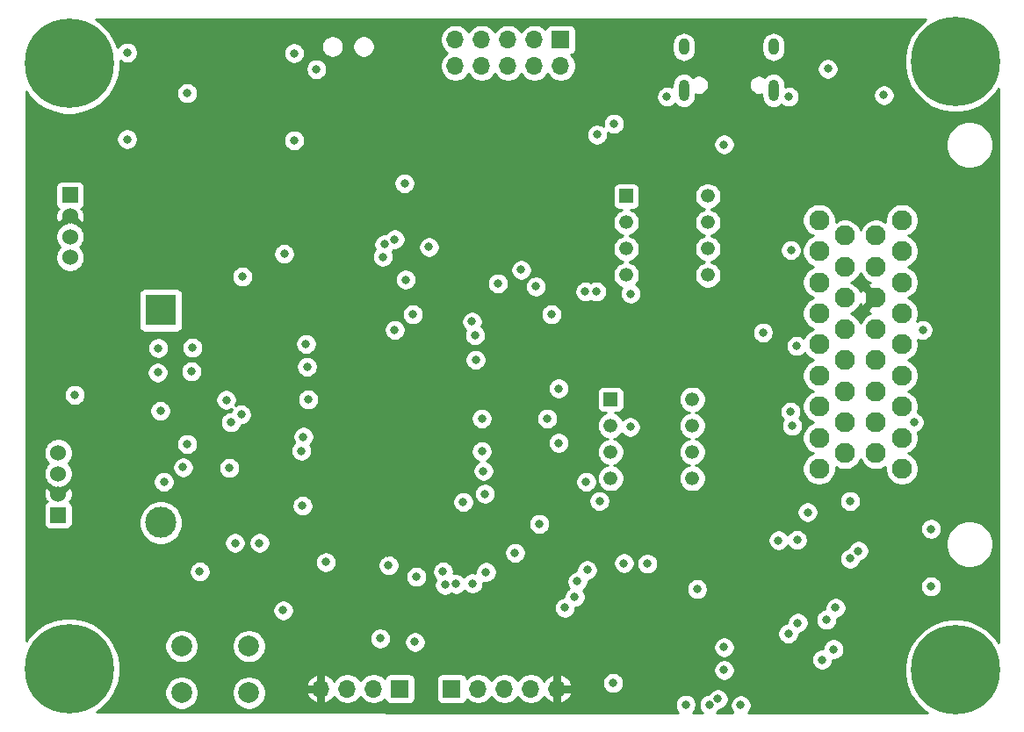
<source format=gbr>
%TF.GenerationSoftware,KiCad,Pcbnew,(5.1.12)-1*%
%TF.CreationDate,2022-03-21T20:12:08+01:00*%
%TF.ProjectId,TelemetryPrimePCB,54656c65-6d65-4747-9279-5072696d6550,rev?*%
%TF.SameCoordinates,Original*%
%TF.FileFunction,Copper,L3,Inr*%
%TF.FilePolarity,Positive*%
%FSLAX46Y46*%
G04 Gerber Fmt 4.6, Leading zero omitted, Abs format (unit mm)*
G04 Created by KiCad (PCBNEW (5.1.12)-1) date 2022-03-21 20:12:08*
%MOMM*%
%LPD*%
G01*
G04 APERTURE LIST*
%TA.AperFunction,ComponentPad*%
%ADD10O,1.700000X1.700000*%
%TD*%
%TA.AperFunction,ComponentPad*%
%ADD11R,1.700000X1.700000*%
%TD*%
%TA.AperFunction,ComponentPad*%
%ADD12O,1.000000X1.600000*%
%TD*%
%TA.AperFunction,ComponentPad*%
%ADD13O,1.000000X2.100000*%
%TD*%
%TA.AperFunction,ComponentPad*%
%ADD14C,3.000000*%
%TD*%
%TA.AperFunction,ComponentPad*%
%ADD15R,3.000000X3.000000*%
%TD*%
%TA.AperFunction,ComponentPad*%
%ADD16R,1.338000X1.338000*%
%TD*%
%TA.AperFunction,ComponentPad*%
%ADD17C,1.338000*%
%TD*%
%TA.AperFunction,ComponentPad*%
%ADD18C,2.000000*%
%TD*%
%TA.AperFunction,ComponentPad*%
%ADD19C,1.524000*%
%TD*%
%TA.AperFunction,ComponentPad*%
%ADD20R,1.524000X1.524000*%
%TD*%
%TA.AperFunction,ComponentPad*%
%ADD21C,0.900000*%
%TD*%
%TA.AperFunction,ComponentPad*%
%ADD22C,8.600000*%
%TD*%
%TA.AperFunction,ComponentPad*%
%ADD23C,1.950000*%
%TD*%
%TA.AperFunction,ViaPad*%
%ADD24C,0.800000*%
%TD*%
%TA.AperFunction,Conductor*%
%ADD25C,0.254000*%
%TD*%
%TA.AperFunction,Conductor*%
%ADD26C,0.100000*%
%TD*%
G04 APERTURE END LIST*
D10*
%TO.N,+3V3*%
%TO.C,J8*%
X154160000Y-119600000D03*
%TO.N,GND*%
X151620000Y-119600000D03*
%TO.N,SPI_MISO*%
X149080000Y-119600000D03*
%TO.N,SPI_MOSI*%
X146540000Y-119600000D03*
D11*
%TO.N,SPI_SCK*%
X144000000Y-119600000D03*
%TD*%
D12*
%TO.N,Net-(J7-PadS1)*%
%TO.C,J7*%
X175020000Y-57700000D03*
X166380000Y-57700000D03*
D13*
X166380000Y-61880000D03*
X175020000Y-61880000D03*
%TD*%
D14*
%TO.N,GND*%
%TO.C,BT1*%
X115950000Y-103590000D03*
D15*
%TO.N,VBAT*%
X115950000Y-83100000D03*
%TD*%
D16*
%TO.N,CAN1_TX*%
%TO.C,U4*%
X160813000Y-72090000D03*
D17*
%TO.N,GND*%
X160813000Y-74630000D03*
%TO.N,+5V*%
X160813000Y-77170000D03*
%TO.N,CAN1_RX*%
X160813000Y-79710000D03*
%TO.N,Net-(U4-Pad5)*%
X168687000Y-79710000D03*
%TO.N,CAN1_L*%
X168687000Y-77170000D03*
%TO.N,CAN1_H*%
X168687000Y-74630000D03*
%TO.N,GND*%
X168687000Y-72090000D03*
%TD*%
D11*
%TO.N,UART7_TX*%
%TO.C,J5*%
X139000000Y-119600000D03*
D10*
%TO.N,UART7_RX*%
X136460000Y-119600000D03*
%TO.N,GND*%
X133920000Y-119600000D03*
%TO.N,+3V3*%
X131380000Y-119600000D03*
%TD*%
D11*
%TO.N,5V_STLink*%
%TO.C,J2*%
X154500000Y-57000000D03*
D10*
%TO.N,SWDIO*%
X154500000Y-59540000D03*
%TO.N,GND*%
X151960000Y-57000000D03*
%TO.N,SWCLK*%
X151960000Y-59540000D03*
%TO.N,GND*%
X149420000Y-57000000D03*
%TO.N,SWO*%
X149420000Y-59540000D03*
%TO.N,Net-(J2-Pad7)*%
X146880000Y-57000000D03*
%TO.N,Net-(J2-Pad8)*%
X146880000Y-59540000D03*
%TO.N,GND*%
X144340000Y-57000000D03*
%TO.N,NRST*%
X144340000Y-59540000D03*
%TD*%
D18*
%TO.N,NRST*%
%TO.C,SW1*%
X124450000Y-115500000D03*
%TO.N,GND*%
X124450000Y-120000000D03*
%TO.N,NRST*%
X117950000Y-115500000D03*
%TO.N,GND*%
X117950000Y-120000000D03*
%TD*%
D19*
%TO.N,USART1_RX*%
%TO.C,J4*%
X106050000Y-96850000D03*
%TO.N,USART1_TX*%
X106050000Y-98850000D03*
%TO.N,+3V3*%
X106050000Y-100850000D03*
D20*
%TO.N,GND*%
X106050000Y-102850000D03*
%TD*%
%TO.N,GND*%
%TO.C,J3*%
X107200000Y-72000000D03*
D19*
%TO.N,+3V3*%
X107200000Y-74000000D03*
%TO.N,I2C2_SDA*%
X107200000Y-76000000D03*
%TO.N,I2C2_CLK*%
X107200000Y-78000000D03*
%TD*%
D21*
%TO.N,GND*%
%TO.C,H1*%
X109380419Y-115419581D03*
X107100000Y-114475000D03*
X104819581Y-115419581D03*
X103875000Y-117700000D03*
X104819581Y-119980419D03*
X107100000Y-120925000D03*
X109380419Y-119980419D03*
X110325000Y-117700000D03*
D22*
X107100000Y-117700000D03*
%TD*%
D21*
%TO.N,GND*%
%TO.C,H2*%
X194830419Y-115519581D03*
X192550000Y-114575000D03*
X190269581Y-115519581D03*
X189325000Y-117800000D03*
X190269581Y-120080419D03*
X192550000Y-121025000D03*
X194830419Y-120080419D03*
X195775000Y-117800000D03*
D22*
X192550000Y-117800000D03*
%TD*%
D21*
%TO.N,GND*%
%TO.C,H3*%
X194830419Y-56819581D03*
X192550000Y-55875000D03*
X190269581Y-56819581D03*
X189325000Y-59100000D03*
X190269581Y-61380419D03*
X192550000Y-62325000D03*
X194830419Y-61380419D03*
X195775000Y-59100000D03*
D22*
X192550000Y-59100000D03*
%TD*%
D21*
%TO.N,GND*%
%TO.C,H4*%
X109380419Y-57019581D03*
X107100000Y-56075000D03*
X104819581Y-57019581D03*
X103875000Y-59300000D03*
X104819581Y-61580419D03*
X107100000Y-62525000D03*
X109380419Y-61580419D03*
X110325000Y-59300000D03*
D22*
X107100000Y-59300000D03*
%TD*%
D17*
%TO.N,GND*%
%TO.C,U5*%
X167187000Y-91690000D03*
%TO.N,CAN2_H*%
X167187000Y-94230000D03*
%TO.N,CAN2_L*%
X167187000Y-96770000D03*
%TO.N,Net-(U5-Pad5)*%
X167187000Y-99310000D03*
%TO.N,CAN2_RX*%
X159313000Y-99310000D03*
%TO.N,+5V*%
X159313000Y-96770000D03*
%TO.N,GND*%
X159313000Y-94230000D03*
D16*
%TO.N,CAN2_TX*%
X159313000Y-91690000D03*
%TD*%
D23*
%TO.N,I2C1_SDA*%
%TO.C,J1*%
X187400000Y-74400000D03*
%TO.N,Net-(J1-Pad33)*%
X187400000Y-77400000D03*
%TO.N,Net-(J1-Pad32)*%
X187400000Y-80400000D03*
%TO.N,Net-(J1-Pad31)*%
X187400000Y-83400000D03*
%TO.N,Net-(J1-Pad30)*%
X187400000Y-86400000D03*
%TO.N,USART2_TX*%
X187400000Y-89400000D03*
%TO.N,USART2_RX*%
X187400000Y-92400000D03*
%TO.N,CAN2_L*%
X187400000Y-95400000D03*
%TO.N,+12V*%
X187400000Y-98400000D03*
%TO.N,GND*%
X184900000Y-75900000D03*
%TO.N,CAN1_L*%
X184900000Y-78900000D03*
%TO.N,+3V3*%
X184900000Y-81900000D03*
%TO.N,I2C3_SDA*%
X184900000Y-84900000D03*
%TO.N,+8V*%
X184900000Y-87900000D03*
%TO.N,ADC4*%
X184900000Y-90900000D03*
%TO.N,GND*%
X184900000Y-93900000D03*
%TO.N,VSS2*%
X184900000Y-96900000D03*
%TO.N,I2C1_CLK*%
X181900000Y-75900000D03*
%TO.N,GND*%
X181900000Y-78900000D03*
%TO.N,I2C3_CLK*%
X181900000Y-81900000D03*
%TO.N,GND*%
X181900000Y-84900000D03*
%TO.N,ADC3*%
X181900000Y-87900000D03*
%TO.N,GND*%
X181900000Y-90900000D03*
%TO.N,ADC2*%
X181900000Y-93900000D03*
%TO.N,I2C4_CLK*%
X181900000Y-96900000D03*
%TO.N,CAN1_H*%
X179400000Y-74400000D03*
%TO.N,GND*%
X179400000Y-77400000D03*
%TO.N,ADC5*%
X179400000Y-80400000D03*
%TO.N,ADC6*%
X179400000Y-83400000D03*
%TO.N,+5V*%
X179400000Y-86400000D03*
%TO.N,VSS1*%
X179400000Y-89400000D03*
%TO.N,ADC1*%
X179400000Y-92400000D03*
%TO.N,CAN2_H*%
X179400000Y-95400000D03*
%TO.N,I2C4_SDA*%
X179400000Y-98400000D03*
%TD*%
D24*
%TO.N,GND*%
X189400000Y-85000000D03*
X153600000Y-83500000D03*
X170250000Y-67100000D03*
X176500000Y-62500000D03*
X164750000Y-62500000D03*
X158000000Y-66150000D03*
X159650000Y-65100000D03*
X180250000Y-59800000D03*
X118500000Y-96000000D03*
X122700000Y-93900000D03*
X169650000Y-120600000D03*
X188550000Y-93900000D03*
X127750000Y-112050000D03*
X137350000Y-77950000D03*
X162850000Y-107550000D03*
X155850000Y-110750000D03*
X157050000Y-108150000D03*
X119700000Y-108300000D03*
X176450000Y-114300000D03*
X180100000Y-112950000D03*
X175500000Y-105300000D03*
X183200000Y-106300000D03*
X166550000Y-121150000D03*
X170250000Y-115600000D03*
X122550000Y-98300000D03*
X118100000Y-98250000D03*
X123700000Y-93150000D03*
X118900000Y-89000000D03*
X119000000Y-86700000D03*
X154300000Y-95900000D03*
X156950000Y-99650000D03*
X141800000Y-77000000D03*
X127850000Y-77650000D03*
X123800000Y-79850000D03*
X112700000Y-66600000D03*
X112700000Y-58250000D03*
X128800000Y-58300000D03*
X128800000Y-66700000D03*
X130950000Y-59850000D03*
X154300000Y-90650000D03*
X122250000Y-91750000D03*
X170250000Y-117800000D03*
X118500000Y-62150000D03*
X152100000Y-80800000D03*
X167650000Y-110000000D03*
X152450000Y-103700000D03*
X147300000Y-108350000D03*
X143150000Y-108300000D03*
X137900000Y-107700000D03*
X131850000Y-107400000D03*
X123100000Y-105550000D03*
X125450000Y-105550000D03*
X107650000Y-91250000D03*
X168850000Y-121150000D03*
X171850000Y-121200000D03*
X159550000Y-119050000D03*
X177350000Y-113250000D03*
X181000000Y-111800000D03*
X180800000Y-115800000D03*
X182400000Y-107050000D03*
X177300000Y-105250000D03*
X154900000Y-111800000D03*
X156100000Y-109250000D03*
X160600000Y-107500000D03*
X176700000Y-77300000D03*
X179700000Y-116800000D03*
%TO.N,+3V3*%
X163500000Y-84750000D03*
X125550000Y-93150000D03*
X189100000Y-81950000D03*
X137050000Y-59850000D03*
X165600000Y-108450000D03*
X158950000Y-110400000D03*
X161450000Y-110400000D03*
X166100000Y-109550000D03*
X120700000Y-62150000D03*
X143500000Y-106200000D03*
X149600000Y-104850000D03*
X119850000Y-105400000D03*
X121650000Y-105400000D03*
X109500000Y-91350000D03*
X105050000Y-85250000D03*
X111250000Y-84050000D03*
X114000000Y-74600000D03*
X117500000Y-74600000D03*
X121050000Y-74600000D03*
X124750000Y-74600000D03*
X124950000Y-75550000D03*
X132400000Y-63450000D03*
X134650000Y-65300000D03*
X136150000Y-70900000D03*
X135450000Y-109850000D03*
X121900000Y-110800000D03*
X159000000Y-108100000D03*
X163550000Y-105750000D03*
X165650000Y-105800000D03*
X165650000Y-104950000D03*
X135050000Y-79950000D03*
X140800000Y-79200000D03*
X150200000Y-80800000D03*
X128350000Y-80850000D03*
X126650000Y-81050000D03*
X151450000Y-89550000D03*
X158950000Y-83700000D03*
X151400000Y-94850000D03*
X137800000Y-106550000D03*
X131500000Y-106250000D03*
X141600000Y-112250000D03*
X126250000Y-97600000D03*
%TO.N,USART1_RX*%
X130150000Y-91700000D03*
X115900000Y-92800000D03*
%TO.N,USART1_TX*%
X116250000Y-99650000D03*
X129500000Y-96650000D03*
%TO.N,SDMMC_D1*%
X138500000Y-85000000D03*
%TO.N,SDMMC_D0*%
X140250000Y-83500000D03*
%TO.N,SDMMC_CK*%
X139450000Y-70850000D03*
%TO.N,SDMMC_CMD*%
X139550000Y-80150000D03*
%TO.N,SDMMC_D3*%
X137500000Y-76750000D03*
%TO.N,SDMMC_D2*%
X138500000Y-76250000D03*
%TO.N,NRST*%
X129700000Y-95300000D03*
X129600000Y-101950000D03*
%TO.N,I2C2_CLK*%
X115650000Y-89100000D03*
X130055331Y-88555331D03*
%TO.N,I2C2_SDA*%
X115700000Y-86750000D03*
X129950000Y-86350000D03*
%TO.N,ADC3*%
X146900000Y-93550000D03*
X153200000Y-93550000D03*
%TO.N,ADC4*%
X146900000Y-96700000D03*
X161200000Y-94350000D03*
%TO.N,ADC1*%
X147050000Y-98600000D03*
X176650000Y-92900000D03*
%TO.N,ADC2*%
X147200000Y-100800000D03*
X176800000Y-94250000D03*
%TO.N,USART2_TX*%
X150100000Y-106500000D03*
X178304992Y-102575010D03*
%TO.N,USART2_RX*%
X158250000Y-101500000D03*
X182400000Y-101500000D03*
%TO.N,USB_OTG_D-*%
X157925000Y-81300000D03*
%TO.N,USB_OTG_D+*%
X156875000Y-81300000D03*
%TO.N,SWDIO*%
X150689998Y-79200000D03*
%TO.N,SWCLK*%
X148450000Y-80500000D03*
%TO.N,SWO*%
X145950000Y-84200000D03*
%TO.N,+5V*%
X177250000Y-86550000D03*
%TO.N,SPI_SCK*%
X144400000Y-109500000D03*
%TO.N,SPI_MISO*%
X145100000Y-101600000D03*
%TO.N,SPI_MOSI*%
X146000000Y-109450000D03*
%TO.N,+8V*%
X190200000Y-109750000D03*
X190200000Y-104200000D03*
%TO.N,Net-(D3-Pad1)*%
X185650000Y-62350000D03*
%TO.N,UART7_RX*%
X140600000Y-108800000D03*
X137100000Y-114750000D03*
%TO.N,UART7_TX*%
X143350000Y-109600000D03*
X140450000Y-115100000D03*
%TO.N,ADC5*%
X146250000Y-85500000D03*
X161250000Y-81500000D03*
%TO.N,ADC6*%
X146304000Y-87884000D03*
X174000000Y-85250000D03*
%TD*%
D25*
%TO.N,+3V3*%
X189404121Y-55266735D02*
X188716735Y-55954121D01*
X188176660Y-56762401D01*
X187804650Y-57660514D01*
X187615000Y-58613945D01*
X187615000Y-59586055D01*
X187804650Y-60539486D01*
X188176660Y-61437599D01*
X188716735Y-62245879D01*
X189404121Y-62933265D01*
X190212401Y-63473340D01*
X191110514Y-63845350D01*
X192063945Y-64035000D01*
X193036055Y-64035000D01*
X193989486Y-63845350D01*
X194887599Y-63473340D01*
X195695879Y-62933265D01*
X196383265Y-62245879D01*
X196740001Y-61711985D01*
X196740000Y-115188013D01*
X196383265Y-114654121D01*
X195695879Y-113966735D01*
X194887599Y-113426660D01*
X193989486Y-113054650D01*
X193036055Y-112865000D01*
X192063945Y-112865000D01*
X191110514Y-113054650D01*
X190212401Y-113426660D01*
X189404121Y-113966735D01*
X188716735Y-114654121D01*
X188176660Y-115462401D01*
X187804650Y-116360514D01*
X187615000Y-117313945D01*
X187615000Y-118286055D01*
X187804650Y-119239486D01*
X188176660Y-120137599D01*
X188716735Y-120945879D01*
X189404121Y-121633265D01*
X189858384Y-121936794D01*
X172597106Y-121916605D01*
X172653937Y-121859774D01*
X172767205Y-121690256D01*
X172845226Y-121501898D01*
X172885000Y-121301939D01*
X172885000Y-121098061D01*
X172845226Y-120898102D01*
X172767205Y-120709744D01*
X172653937Y-120540226D01*
X172509774Y-120396063D01*
X172340256Y-120282795D01*
X172151898Y-120204774D01*
X171951939Y-120165000D01*
X171748061Y-120165000D01*
X171548102Y-120204774D01*
X171359744Y-120282795D01*
X171190226Y-120396063D01*
X171046063Y-120540226D01*
X170932795Y-120709744D01*
X170854774Y-120898102D01*
X170815000Y-121098061D01*
X170815000Y-121301939D01*
X170854774Y-121501898D01*
X170932795Y-121690256D01*
X171046063Y-121859774D01*
X171101144Y-121914855D01*
X169550669Y-121913042D01*
X169653937Y-121809774D01*
X169767205Y-121640256D01*
X169770948Y-121631219D01*
X169951898Y-121595226D01*
X170140256Y-121517205D01*
X170309774Y-121403937D01*
X170453937Y-121259774D01*
X170567205Y-121090256D01*
X170645226Y-120901898D01*
X170685000Y-120701939D01*
X170685000Y-120498061D01*
X170645226Y-120298102D01*
X170567205Y-120109744D01*
X170453937Y-119940226D01*
X170309774Y-119796063D01*
X170140256Y-119682795D01*
X169951898Y-119604774D01*
X169751939Y-119565000D01*
X169548061Y-119565000D01*
X169348102Y-119604774D01*
X169159744Y-119682795D01*
X168990226Y-119796063D01*
X168846063Y-119940226D01*
X168732795Y-120109744D01*
X168729052Y-120118781D01*
X168548102Y-120154774D01*
X168359744Y-120232795D01*
X168190226Y-120346063D01*
X168046063Y-120490226D01*
X167932795Y-120659744D01*
X167854774Y-120848102D01*
X167815000Y-121048061D01*
X167815000Y-121251939D01*
X167854774Y-121451898D01*
X167932795Y-121640256D01*
X168046063Y-121809774D01*
X168147690Y-121911401D01*
X167253356Y-121910355D01*
X167353937Y-121809774D01*
X167467205Y-121640256D01*
X167545226Y-121451898D01*
X167585000Y-121251939D01*
X167585000Y-121048061D01*
X167545226Y-120848102D01*
X167467205Y-120659744D01*
X167353937Y-120490226D01*
X167209774Y-120346063D01*
X167040256Y-120232795D01*
X166851898Y-120154774D01*
X166651939Y-120115000D01*
X166448061Y-120115000D01*
X166248102Y-120154774D01*
X166059744Y-120232795D01*
X165890226Y-120346063D01*
X165746063Y-120490226D01*
X165632795Y-120659744D01*
X165554774Y-120848102D01*
X165515000Y-121048061D01*
X165515000Y-121251939D01*
X165554774Y-121451898D01*
X165632795Y-121640256D01*
X165746063Y-121809774D01*
X165844997Y-121908708D01*
X109782122Y-121843137D01*
X110245879Y-121533265D01*
X110933265Y-120845879D01*
X111473340Y-120037599D01*
X111555615Y-119838967D01*
X116315000Y-119838967D01*
X116315000Y-120161033D01*
X116377832Y-120476912D01*
X116501082Y-120774463D01*
X116680013Y-121042252D01*
X116907748Y-121269987D01*
X117175537Y-121448918D01*
X117473088Y-121572168D01*
X117788967Y-121635000D01*
X118111033Y-121635000D01*
X118426912Y-121572168D01*
X118724463Y-121448918D01*
X118992252Y-121269987D01*
X119219987Y-121042252D01*
X119398918Y-120774463D01*
X119522168Y-120476912D01*
X119585000Y-120161033D01*
X119585000Y-119838967D01*
X122815000Y-119838967D01*
X122815000Y-120161033D01*
X122877832Y-120476912D01*
X123001082Y-120774463D01*
X123180013Y-121042252D01*
X123407748Y-121269987D01*
X123675537Y-121448918D01*
X123973088Y-121572168D01*
X124288967Y-121635000D01*
X124611033Y-121635000D01*
X124926912Y-121572168D01*
X125224463Y-121448918D01*
X125492252Y-121269987D01*
X125719987Y-121042252D01*
X125898918Y-120774463D01*
X126022168Y-120476912D01*
X126085000Y-120161033D01*
X126085000Y-120073991D01*
X129972667Y-120073991D01*
X130092180Y-120339440D01*
X130261183Y-120576473D01*
X130473181Y-120775981D01*
X130720028Y-120930296D01*
X130906011Y-121007323D01*
X131132000Y-120902857D01*
X131132000Y-119848000D01*
X130074595Y-119848000D01*
X129972667Y-120073991D01*
X126085000Y-120073991D01*
X126085000Y-119838967D01*
X126022168Y-119523088D01*
X125898918Y-119225537D01*
X125832416Y-119126009D01*
X129972667Y-119126009D01*
X130074595Y-119352000D01*
X131132000Y-119352000D01*
X131132000Y-118297143D01*
X131628000Y-118297143D01*
X131628000Y-119352000D01*
X131648000Y-119352000D01*
X131648000Y-119848000D01*
X131628000Y-119848000D01*
X131628000Y-120902857D01*
X131853989Y-121007323D01*
X132039972Y-120930296D01*
X132286819Y-120775981D01*
X132498817Y-120576473D01*
X132647307Y-120368210D01*
X132766525Y-120546632D01*
X132973368Y-120753475D01*
X133216589Y-120915990D01*
X133486842Y-121027932D01*
X133773740Y-121085000D01*
X134066260Y-121085000D01*
X134353158Y-121027932D01*
X134623411Y-120915990D01*
X134866632Y-120753475D01*
X135073475Y-120546632D01*
X135190000Y-120372240D01*
X135306525Y-120546632D01*
X135513368Y-120753475D01*
X135756589Y-120915990D01*
X136026842Y-121027932D01*
X136313740Y-121085000D01*
X136606260Y-121085000D01*
X136893158Y-121027932D01*
X137163411Y-120915990D01*
X137406632Y-120753475D01*
X137538487Y-120621620D01*
X137560498Y-120694180D01*
X137619463Y-120804494D01*
X137698815Y-120901185D01*
X137795506Y-120980537D01*
X137905820Y-121039502D01*
X138025518Y-121075812D01*
X138150000Y-121088072D01*
X139850000Y-121088072D01*
X139974482Y-121075812D01*
X140094180Y-121039502D01*
X140204494Y-120980537D01*
X140301185Y-120901185D01*
X140380537Y-120804494D01*
X140439502Y-120694180D01*
X140475812Y-120574482D01*
X140488072Y-120450000D01*
X140488072Y-118750000D01*
X142511928Y-118750000D01*
X142511928Y-120450000D01*
X142524188Y-120574482D01*
X142560498Y-120694180D01*
X142619463Y-120804494D01*
X142698815Y-120901185D01*
X142795506Y-120980537D01*
X142905820Y-121039502D01*
X143025518Y-121075812D01*
X143150000Y-121088072D01*
X144850000Y-121088072D01*
X144974482Y-121075812D01*
X145094180Y-121039502D01*
X145204494Y-120980537D01*
X145301185Y-120901185D01*
X145380537Y-120804494D01*
X145439502Y-120694180D01*
X145461513Y-120621620D01*
X145593368Y-120753475D01*
X145836589Y-120915990D01*
X146106842Y-121027932D01*
X146393740Y-121085000D01*
X146686260Y-121085000D01*
X146973158Y-121027932D01*
X147243411Y-120915990D01*
X147486632Y-120753475D01*
X147693475Y-120546632D01*
X147810000Y-120372240D01*
X147926525Y-120546632D01*
X148133368Y-120753475D01*
X148376589Y-120915990D01*
X148646842Y-121027932D01*
X148933740Y-121085000D01*
X149226260Y-121085000D01*
X149513158Y-121027932D01*
X149783411Y-120915990D01*
X150026632Y-120753475D01*
X150233475Y-120546632D01*
X150350000Y-120372240D01*
X150466525Y-120546632D01*
X150673368Y-120753475D01*
X150916589Y-120915990D01*
X151186842Y-121027932D01*
X151473740Y-121085000D01*
X151766260Y-121085000D01*
X152053158Y-121027932D01*
X152323411Y-120915990D01*
X152566632Y-120753475D01*
X152773475Y-120546632D01*
X152892693Y-120368210D01*
X153041183Y-120576473D01*
X153253181Y-120775981D01*
X153500028Y-120930296D01*
X153686011Y-121007323D01*
X153912000Y-120902857D01*
X153912000Y-119848000D01*
X154408000Y-119848000D01*
X154408000Y-120902857D01*
X154633989Y-121007323D01*
X154819972Y-120930296D01*
X155066819Y-120775981D01*
X155278817Y-120576473D01*
X155447820Y-120339440D01*
X155567333Y-120073991D01*
X155465405Y-119848000D01*
X154408000Y-119848000D01*
X153912000Y-119848000D01*
X153892000Y-119848000D01*
X153892000Y-119352000D01*
X153912000Y-119352000D01*
X153912000Y-118297143D01*
X154408000Y-118297143D01*
X154408000Y-119352000D01*
X155465405Y-119352000D01*
X155567333Y-119126009D01*
X155487216Y-118948061D01*
X158515000Y-118948061D01*
X158515000Y-119151939D01*
X158554774Y-119351898D01*
X158632795Y-119540256D01*
X158746063Y-119709774D01*
X158890226Y-119853937D01*
X159059744Y-119967205D01*
X159248102Y-120045226D01*
X159448061Y-120085000D01*
X159651939Y-120085000D01*
X159851898Y-120045226D01*
X160040256Y-119967205D01*
X160209774Y-119853937D01*
X160353937Y-119709774D01*
X160467205Y-119540256D01*
X160545226Y-119351898D01*
X160585000Y-119151939D01*
X160585000Y-118948061D01*
X160545226Y-118748102D01*
X160467205Y-118559744D01*
X160353937Y-118390226D01*
X160209774Y-118246063D01*
X160040256Y-118132795D01*
X159851898Y-118054774D01*
X159651939Y-118015000D01*
X159448061Y-118015000D01*
X159248102Y-118054774D01*
X159059744Y-118132795D01*
X158890226Y-118246063D01*
X158746063Y-118390226D01*
X158632795Y-118559744D01*
X158554774Y-118748102D01*
X158515000Y-118948061D01*
X155487216Y-118948061D01*
X155447820Y-118860560D01*
X155278817Y-118623527D01*
X155066819Y-118424019D01*
X154819972Y-118269704D01*
X154633989Y-118192677D01*
X154408000Y-118297143D01*
X153912000Y-118297143D01*
X153686011Y-118192677D01*
X153500028Y-118269704D01*
X153253181Y-118424019D01*
X153041183Y-118623527D01*
X152892693Y-118831790D01*
X152773475Y-118653368D01*
X152566632Y-118446525D01*
X152323411Y-118284010D01*
X152053158Y-118172068D01*
X151766260Y-118115000D01*
X151473740Y-118115000D01*
X151186842Y-118172068D01*
X150916589Y-118284010D01*
X150673368Y-118446525D01*
X150466525Y-118653368D01*
X150350000Y-118827760D01*
X150233475Y-118653368D01*
X150026632Y-118446525D01*
X149783411Y-118284010D01*
X149513158Y-118172068D01*
X149226260Y-118115000D01*
X148933740Y-118115000D01*
X148646842Y-118172068D01*
X148376589Y-118284010D01*
X148133368Y-118446525D01*
X147926525Y-118653368D01*
X147810000Y-118827760D01*
X147693475Y-118653368D01*
X147486632Y-118446525D01*
X147243411Y-118284010D01*
X146973158Y-118172068D01*
X146686260Y-118115000D01*
X146393740Y-118115000D01*
X146106842Y-118172068D01*
X145836589Y-118284010D01*
X145593368Y-118446525D01*
X145461513Y-118578380D01*
X145439502Y-118505820D01*
X145380537Y-118395506D01*
X145301185Y-118298815D01*
X145204494Y-118219463D01*
X145094180Y-118160498D01*
X144974482Y-118124188D01*
X144850000Y-118111928D01*
X143150000Y-118111928D01*
X143025518Y-118124188D01*
X142905820Y-118160498D01*
X142795506Y-118219463D01*
X142698815Y-118298815D01*
X142619463Y-118395506D01*
X142560498Y-118505820D01*
X142524188Y-118625518D01*
X142511928Y-118750000D01*
X140488072Y-118750000D01*
X140475812Y-118625518D01*
X140439502Y-118505820D01*
X140380537Y-118395506D01*
X140301185Y-118298815D01*
X140204494Y-118219463D01*
X140094180Y-118160498D01*
X139974482Y-118124188D01*
X139850000Y-118111928D01*
X138150000Y-118111928D01*
X138025518Y-118124188D01*
X137905820Y-118160498D01*
X137795506Y-118219463D01*
X137698815Y-118298815D01*
X137619463Y-118395506D01*
X137560498Y-118505820D01*
X137538487Y-118578380D01*
X137406632Y-118446525D01*
X137163411Y-118284010D01*
X136893158Y-118172068D01*
X136606260Y-118115000D01*
X136313740Y-118115000D01*
X136026842Y-118172068D01*
X135756589Y-118284010D01*
X135513368Y-118446525D01*
X135306525Y-118653368D01*
X135190000Y-118827760D01*
X135073475Y-118653368D01*
X134866632Y-118446525D01*
X134623411Y-118284010D01*
X134353158Y-118172068D01*
X134066260Y-118115000D01*
X133773740Y-118115000D01*
X133486842Y-118172068D01*
X133216589Y-118284010D01*
X132973368Y-118446525D01*
X132766525Y-118653368D01*
X132647307Y-118831790D01*
X132498817Y-118623527D01*
X132286819Y-118424019D01*
X132039972Y-118269704D01*
X131853989Y-118192677D01*
X131628000Y-118297143D01*
X131132000Y-118297143D01*
X130906011Y-118192677D01*
X130720028Y-118269704D01*
X130473181Y-118424019D01*
X130261183Y-118623527D01*
X130092180Y-118860560D01*
X129972667Y-119126009D01*
X125832416Y-119126009D01*
X125719987Y-118957748D01*
X125492252Y-118730013D01*
X125224463Y-118551082D01*
X124926912Y-118427832D01*
X124611033Y-118365000D01*
X124288967Y-118365000D01*
X123973088Y-118427832D01*
X123675537Y-118551082D01*
X123407748Y-118730013D01*
X123180013Y-118957748D01*
X123001082Y-119225537D01*
X122877832Y-119523088D01*
X122815000Y-119838967D01*
X119585000Y-119838967D01*
X119522168Y-119523088D01*
X119398918Y-119225537D01*
X119219987Y-118957748D01*
X118992252Y-118730013D01*
X118724463Y-118551082D01*
X118426912Y-118427832D01*
X118111033Y-118365000D01*
X117788967Y-118365000D01*
X117473088Y-118427832D01*
X117175537Y-118551082D01*
X116907748Y-118730013D01*
X116680013Y-118957748D01*
X116501082Y-119225537D01*
X116377832Y-119523088D01*
X116315000Y-119838967D01*
X111555615Y-119838967D01*
X111845350Y-119139486D01*
X112035000Y-118186055D01*
X112035000Y-117698061D01*
X169215000Y-117698061D01*
X169215000Y-117901939D01*
X169254774Y-118101898D01*
X169332795Y-118290256D01*
X169446063Y-118459774D01*
X169590226Y-118603937D01*
X169759744Y-118717205D01*
X169948102Y-118795226D01*
X170148061Y-118835000D01*
X170351939Y-118835000D01*
X170551898Y-118795226D01*
X170740256Y-118717205D01*
X170909774Y-118603937D01*
X171053937Y-118459774D01*
X171167205Y-118290256D01*
X171245226Y-118101898D01*
X171285000Y-117901939D01*
X171285000Y-117698061D01*
X171245226Y-117498102D01*
X171167205Y-117309744D01*
X171053937Y-117140226D01*
X170909774Y-116996063D01*
X170740256Y-116882795D01*
X170551898Y-116804774D01*
X170351939Y-116765000D01*
X170148061Y-116765000D01*
X169948102Y-116804774D01*
X169759744Y-116882795D01*
X169590226Y-116996063D01*
X169446063Y-117140226D01*
X169332795Y-117309744D01*
X169254774Y-117498102D01*
X169215000Y-117698061D01*
X112035000Y-117698061D01*
X112035000Y-117213945D01*
X111845350Y-116260514D01*
X111473340Y-115362401D01*
X111457682Y-115338967D01*
X116315000Y-115338967D01*
X116315000Y-115661033D01*
X116377832Y-115976912D01*
X116501082Y-116274463D01*
X116680013Y-116542252D01*
X116907748Y-116769987D01*
X117175537Y-116948918D01*
X117473088Y-117072168D01*
X117788967Y-117135000D01*
X118111033Y-117135000D01*
X118426912Y-117072168D01*
X118724463Y-116948918D01*
X118992252Y-116769987D01*
X119219987Y-116542252D01*
X119398918Y-116274463D01*
X119522168Y-115976912D01*
X119585000Y-115661033D01*
X119585000Y-115338967D01*
X122815000Y-115338967D01*
X122815000Y-115661033D01*
X122877832Y-115976912D01*
X123001082Y-116274463D01*
X123180013Y-116542252D01*
X123407748Y-116769987D01*
X123675537Y-116948918D01*
X123973088Y-117072168D01*
X124288967Y-117135000D01*
X124611033Y-117135000D01*
X124926912Y-117072168D01*
X125224463Y-116948918D01*
X125492252Y-116769987D01*
X125564178Y-116698061D01*
X178665000Y-116698061D01*
X178665000Y-116901939D01*
X178704774Y-117101898D01*
X178782795Y-117290256D01*
X178896063Y-117459774D01*
X179040226Y-117603937D01*
X179209744Y-117717205D01*
X179398102Y-117795226D01*
X179598061Y-117835000D01*
X179801939Y-117835000D01*
X180001898Y-117795226D01*
X180190256Y-117717205D01*
X180359774Y-117603937D01*
X180503937Y-117459774D01*
X180617205Y-117290256D01*
X180695226Y-117101898D01*
X180735000Y-116901939D01*
X180735000Y-116835000D01*
X180901939Y-116835000D01*
X181101898Y-116795226D01*
X181290256Y-116717205D01*
X181459774Y-116603937D01*
X181603937Y-116459774D01*
X181717205Y-116290256D01*
X181795226Y-116101898D01*
X181835000Y-115901939D01*
X181835000Y-115698061D01*
X181795226Y-115498102D01*
X181717205Y-115309744D01*
X181603937Y-115140226D01*
X181459774Y-114996063D01*
X181290256Y-114882795D01*
X181101898Y-114804774D01*
X180901939Y-114765000D01*
X180698061Y-114765000D01*
X180498102Y-114804774D01*
X180309744Y-114882795D01*
X180140226Y-114996063D01*
X179996063Y-115140226D01*
X179882795Y-115309744D01*
X179804774Y-115498102D01*
X179765000Y-115698061D01*
X179765000Y-115765000D01*
X179598061Y-115765000D01*
X179398102Y-115804774D01*
X179209744Y-115882795D01*
X179040226Y-115996063D01*
X178896063Y-116140226D01*
X178782795Y-116309744D01*
X178704774Y-116498102D01*
X178665000Y-116698061D01*
X125564178Y-116698061D01*
X125719987Y-116542252D01*
X125898918Y-116274463D01*
X126022168Y-115976912D01*
X126085000Y-115661033D01*
X126085000Y-115338967D01*
X126022168Y-115023088D01*
X125898918Y-114725537D01*
X125847151Y-114648061D01*
X136065000Y-114648061D01*
X136065000Y-114851939D01*
X136104774Y-115051898D01*
X136182795Y-115240256D01*
X136296063Y-115409774D01*
X136440226Y-115553937D01*
X136609744Y-115667205D01*
X136798102Y-115745226D01*
X136998061Y-115785000D01*
X137201939Y-115785000D01*
X137401898Y-115745226D01*
X137590256Y-115667205D01*
X137759774Y-115553937D01*
X137903937Y-115409774D01*
X138017205Y-115240256D01*
X138095226Y-115051898D01*
X138105934Y-114998061D01*
X139415000Y-114998061D01*
X139415000Y-115201939D01*
X139454774Y-115401898D01*
X139532795Y-115590256D01*
X139646063Y-115759774D01*
X139790226Y-115903937D01*
X139959744Y-116017205D01*
X140148102Y-116095226D01*
X140348061Y-116135000D01*
X140551939Y-116135000D01*
X140751898Y-116095226D01*
X140940256Y-116017205D01*
X141109774Y-115903937D01*
X141253937Y-115759774D01*
X141367205Y-115590256D01*
X141405393Y-115498061D01*
X169215000Y-115498061D01*
X169215000Y-115701939D01*
X169254774Y-115901898D01*
X169332795Y-116090256D01*
X169446063Y-116259774D01*
X169590226Y-116403937D01*
X169759744Y-116517205D01*
X169948102Y-116595226D01*
X170148061Y-116635000D01*
X170351939Y-116635000D01*
X170551898Y-116595226D01*
X170740256Y-116517205D01*
X170909774Y-116403937D01*
X171053937Y-116259774D01*
X171167205Y-116090256D01*
X171245226Y-115901898D01*
X171285000Y-115701939D01*
X171285000Y-115498061D01*
X171245226Y-115298102D01*
X171167205Y-115109744D01*
X171053937Y-114940226D01*
X170909774Y-114796063D01*
X170740256Y-114682795D01*
X170551898Y-114604774D01*
X170351939Y-114565000D01*
X170148061Y-114565000D01*
X169948102Y-114604774D01*
X169759744Y-114682795D01*
X169590226Y-114796063D01*
X169446063Y-114940226D01*
X169332795Y-115109744D01*
X169254774Y-115298102D01*
X169215000Y-115498061D01*
X141405393Y-115498061D01*
X141445226Y-115401898D01*
X141485000Y-115201939D01*
X141485000Y-114998061D01*
X141445226Y-114798102D01*
X141367205Y-114609744D01*
X141253937Y-114440226D01*
X141109774Y-114296063D01*
X140963104Y-114198061D01*
X175415000Y-114198061D01*
X175415000Y-114401939D01*
X175454774Y-114601898D01*
X175532795Y-114790256D01*
X175646063Y-114959774D01*
X175790226Y-115103937D01*
X175959744Y-115217205D01*
X176148102Y-115295226D01*
X176348061Y-115335000D01*
X176551939Y-115335000D01*
X176751898Y-115295226D01*
X176940256Y-115217205D01*
X177109774Y-115103937D01*
X177253937Y-114959774D01*
X177367205Y-114790256D01*
X177445226Y-114601898D01*
X177485000Y-114401939D01*
X177485000Y-114278424D01*
X177651898Y-114245226D01*
X177840256Y-114167205D01*
X178009774Y-114053937D01*
X178153937Y-113909774D01*
X178267205Y-113740256D01*
X178345226Y-113551898D01*
X178385000Y-113351939D01*
X178385000Y-113148061D01*
X178345226Y-112948102D01*
X178303788Y-112848061D01*
X179065000Y-112848061D01*
X179065000Y-113051939D01*
X179104774Y-113251898D01*
X179182795Y-113440256D01*
X179296063Y-113609774D01*
X179440226Y-113753937D01*
X179609744Y-113867205D01*
X179798102Y-113945226D01*
X179998061Y-113985000D01*
X180201939Y-113985000D01*
X180401898Y-113945226D01*
X180590256Y-113867205D01*
X180759774Y-113753937D01*
X180903937Y-113609774D01*
X181017205Y-113440256D01*
X181095226Y-113251898D01*
X181135000Y-113051939D01*
X181135000Y-112848061D01*
X181131243Y-112829171D01*
X181301898Y-112795226D01*
X181490256Y-112717205D01*
X181659774Y-112603937D01*
X181803937Y-112459774D01*
X181917205Y-112290256D01*
X181995226Y-112101898D01*
X182035000Y-111901939D01*
X182035000Y-111698061D01*
X181995226Y-111498102D01*
X181917205Y-111309744D01*
X181803937Y-111140226D01*
X181659774Y-110996063D01*
X181490256Y-110882795D01*
X181301898Y-110804774D01*
X181101939Y-110765000D01*
X180898061Y-110765000D01*
X180698102Y-110804774D01*
X180509744Y-110882795D01*
X180340226Y-110996063D01*
X180196063Y-111140226D01*
X180082795Y-111309744D01*
X180004774Y-111498102D01*
X179965000Y-111698061D01*
X179965000Y-111901939D01*
X179968757Y-111920829D01*
X179798102Y-111954774D01*
X179609744Y-112032795D01*
X179440226Y-112146063D01*
X179296063Y-112290226D01*
X179182795Y-112459744D01*
X179104774Y-112648102D01*
X179065000Y-112848061D01*
X178303788Y-112848061D01*
X178267205Y-112759744D01*
X178153937Y-112590226D01*
X178009774Y-112446063D01*
X177840256Y-112332795D01*
X177651898Y-112254774D01*
X177451939Y-112215000D01*
X177248061Y-112215000D01*
X177048102Y-112254774D01*
X176859744Y-112332795D01*
X176690226Y-112446063D01*
X176546063Y-112590226D01*
X176432795Y-112759744D01*
X176354774Y-112948102D01*
X176315000Y-113148061D01*
X176315000Y-113271576D01*
X176148102Y-113304774D01*
X175959744Y-113382795D01*
X175790226Y-113496063D01*
X175646063Y-113640226D01*
X175532795Y-113809744D01*
X175454774Y-113998102D01*
X175415000Y-114198061D01*
X140963104Y-114198061D01*
X140940256Y-114182795D01*
X140751898Y-114104774D01*
X140551939Y-114065000D01*
X140348061Y-114065000D01*
X140148102Y-114104774D01*
X139959744Y-114182795D01*
X139790226Y-114296063D01*
X139646063Y-114440226D01*
X139532795Y-114609744D01*
X139454774Y-114798102D01*
X139415000Y-114998061D01*
X138105934Y-114998061D01*
X138135000Y-114851939D01*
X138135000Y-114648061D01*
X138095226Y-114448102D01*
X138017205Y-114259744D01*
X137903937Y-114090226D01*
X137759774Y-113946063D01*
X137590256Y-113832795D01*
X137401898Y-113754774D01*
X137201939Y-113715000D01*
X136998061Y-113715000D01*
X136798102Y-113754774D01*
X136609744Y-113832795D01*
X136440226Y-113946063D01*
X136296063Y-114090226D01*
X136182795Y-114259744D01*
X136104774Y-114448102D01*
X136065000Y-114648061D01*
X125847151Y-114648061D01*
X125719987Y-114457748D01*
X125492252Y-114230013D01*
X125224463Y-114051082D01*
X124926912Y-113927832D01*
X124611033Y-113865000D01*
X124288967Y-113865000D01*
X123973088Y-113927832D01*
X123675537Y-114051082D01*
X123407748Y-114230013D01*
X123180013Y-114457748D01*
X123001082Y-114725537D01*
X122877832Y-115023088D01*
X122815000Y-115338967D01*
X119585000Y-115338967D01*
X119522168Y-115023088D01*
X119398918Y-114725537D01*
X119219987Y-114457748D01*
X118992252Y-114230013D01*
X118724463Y-114051082D01*
X118426912Y-113927832D01*
X118111033Y-113865000D01*
X117788967Y-113865000D01*
X117473088Y-113927832D01*
X117175537Y-114051082D01*
X116907748Y-114230013D01*
X116680013Y-114457748D01*
X116501082Y-114725537D01*
X116377832Y-115023088D01*
X116315000Y-115338967D01*
X111457682Y-115338967D01*
X110933265Y-114554121D01*
X110245879Y-113866735D01*
X109437599Y-113326660D01*
X108539486Y-112954650D01*
X107586055Y-112765000D01*
X106613945Y-112765000D01*
X105660514Y-112954650D01*
X104762401Y-113326660D01*
X103954121Y-113866735D01*
X103266735Y-114554121D01*
X102960000Y-115013183D01*
X102960000Y-111948061D01*
X126715000Y-111948061D01*
X126715000Y-112151939D01*
X126754774Y-112351898D01*
X126832795Y-112540256D01*
X126946063Y-112709774D01*
X127090226Y-112853937D01*
X127259744Y-112967205D01*
X127448102Y-113045226D01*
X127648061Y-113085000D01*
X127851939Y-113085000D01*
X128051898Y-113045226D01*
X128240256Y-112967205D01*
X128409774Y-112853937D01*
X128553937Y-112709774D01*
X128667205Y-112540256D01*
X128745226Y-112351898D01*
X128785000Y-112151939D01*
X128785000Y-111948061D01*
X128745226Y-111748102D01*
X128724499Y-111698061D01*
X153865000Y-111698061D01*
X153865000Y-111901939D01*
X153904774Y-112101898D01*
X153982795Y-112290256D01*
X154096063Y-112459774D01*
X154240226Y-112603937D01*
X154409744Y-112717205D01*
X154598102Y-112795226D01*
X154798061Y-112835000D01*
X155001939Y-112835000D01*
X155201898Y-112795226D01*
X155390256Y-112717205D01*
X155559774Y-112603937D01*
X155703937Y-112459774D01*
X155817205Y-112290256D01*
X155895226Y-112101898D01*
X155935000Y-111901939D01*
X155935000Y-111785000D01*
X155951939Y-111785000D01*
X156151898Y-111745226D01*
X156340256Y-111667205D01*
X156509774Y-111553937D01*
X156653937Y-111409774D01*
X156767205Y-111240256D01*
X156845226Y-111051898D01*
X156885000Y-110851939D01*
X156885000Y-110648061D01*
X156845226Y-110448102D01*
X156767205Y-110259744D01*
X156669841Y-110114028D01*
X156759774Y-110053937D01*
X156903937Y-109909774D01*
X156911763Y-109898061D01*
X166615000Y-109898061D01*
X166615000Y-110101939D01*
X166654774Y-110301898D01*
X166732795Y-110490256D01*
X166846063Y-110659774D01*
X166990226Y-110803937D01*
X167159744Y-110917205D01*
X167348102Y-110995226D01*
X167548061Y-111035000D01*
X167751939Y-111035000D01*
X167951898Y-110995226D01*
X168140256Y-110917205D01*
X168309774Y-110803937D01*
X168453937Y-110659774D01*
X168567205Y-110490256D01*
X168645226Y-110301898D01*
X168685000Y-110101939D01*
X168685000Y-109898061D01*
X168645226Y-109698102D01*
X168624499Y-109648061D01*
X189165000Y-109648061D01*
X189165000Y-109851939D01*
X189204774Y-110051898D01*
X189282795Y-110240256D01*
X189396063Y-110409774D01*
X189540226Y-110553937D01*
X189709744Y-110667205D01*
X189898102Y-110745226D01*
X190098061Y-110785000D01*
X190301939Y-110785000D01*
X190501898Y-110745226D01*
X190690256Y-110667205D01*
X190859774Y-110553937D01*
X191003937Y-110409774D01*
X191117205Y-110240256D01*
X191195226Y-110051898D01*
X191235000Y-109851939D01*
X191235000Y-109648061D01*
X191195226Y-109448102D01*
X191117205Y-109259744D01*
X191003937Y-109090226D01*
X190859774Y-108946063D01*
X190690256Y-108832795D01*
X190501898Y-108754774D01*
X190301939Y-108715000D01*
X190098061Y-108715000D01*
X189898102Y-108754774D01*
X189709744Y-108832795D01*
X189540226Y-108946063D01*
X189396063Y-109090226D01*
X189282795Y-109259744D01*
X189204774Y-109448102D01*
X189165000Y-109648061D01*
X168624499Y-109648061D01*
X168567205Y-109509744D01*
X168453937Y-109340226D01*
X168309774Y-109196063D01*
X168140256Y-109082795D01*
X167951898Y-109004774D01*
X167751939Y-108965000D01*
X167548061Y-108965000D01*
X167348102Y-109004774D01*
X167159744Y-109082795D01*
X166990226Y-109196063D01*
X166846063Y-109340226D01*
X166732795Y-109509744D01*
X166654774Y-109698102D01*
X166615000Y-109898061D01*
X156911763Y-109898061D01*
X157017205Y-109740256D01*
X157095226Y-109551898D01*
X157135000Y-109351939D01*
X157135000Y-109185000D01*
X157151939Y-109185000D01*
X157351898Y-109145226D01*
X157540256Y-109067205D01*
X157709774Y-108953937D01*
X157853937Y-108809774D01*
X157967205Y-108640256D01*
X158045226Y-108451898D01*
X158085000Y-108251939D01*
X158085000Y-108048061D01*
X158045226Y-107848102D01*
X157967205Y-107659744D01*
X157853937Y-107490226D01*
X157761772Y-107398061D01*
X159565000Y-107398061D01*
X159565000Y-107601939D01*
X159604774Y-107801898D01*
X159682795Y-107990256D01*
X159796063Y-108159774D01*
X159940226Y-108303937D01*
X160109744Y-108417205D01*
X160298102Y-108495226D01*
X160498061Y-108535000D01*
X160701939Y-108535000D01*
X160901898Y-108495226D01*
X161090256Y-108417205D01*
X161259774Y-108303937D01*
X161403937Y-108159774D01*
X161517205Y-107990256D01*
X161595226Y-107801898D01*
X161635000Y-107601939D01*
X161635000Y-107448061D01*
X161815000Y-107448061D01*
X161815000Y-107651939D01*
X161854774Y-107851898D01*
X161932795Y-108040256D01*
X162046063Y-108209774D01*
X162190226Y-108353937D01*
X162359744Y-108467205D01*
X162548102Y-108545226D01*
X162748061Y-108585000D01*
X162951939Y-108585000D01*
X163151898Y-108545226D01*
X163340256Y-108467205D01*
X163509774Y-108353937D01*
X163653937Y-108209774D01*
X163767205Y-108040256D01*
X163845226Y-107851898D01*
X163885000Y-107651939D01*
X163885000Y-107448061D01*
X163845226Y-107248102D01*
X163767205Y-107059744D01*
X163692582Y-106948061D01*
X181365000Y-106948061D01*
X181365000Y-107151939D01*
X181404774Y-107351898D01*
X181482795Y-107540256D01*
X181596063Y-107709774D01*
X181740226Y-107853937D01*
X181909744Y-107967205D01*
X182098102Y-108045226D01*
X182298061Y-108085000D01*
X182501939Y-108085000D01*
X182701898Y-108045226D01*
X182890256Y-107967205D01*
X183059774Y-107853937D01*
X183203937Y-107709774D01*
X183317205Y-107540256D01*
X183395226Y-107351898D01*
X183402569Y-107314984D01*
X183501898Y-107295226D01*
X183690256Y-107217205D01*
X183859774Y-107103937D01*
X184003937Y-106959774D01*
X184117205Y-106790256D01*
X184195226Y-106601898D01*
X184235000Y-106401939D01*
X184235000Y-106198061D01*
X184195226Y-105998102D01*
X184117205Y-105809744D01*
X184003937Y-105640226D01*
X183859774Y-105496063D01*
X183753342Y-105424947D01*
X191615000Y-105424947D01*
X191615000Y-105875053D01*
X191702811Y-106316510D01*
X191875059Y-106732353D01*
X192125125Y-107106603D01*
X192443397Y-107424875D01*
X192817647Y-107674941D01*
X193233490Y-107847189D01*
X193674947Y-107935000D01*
X194125053Y-107935000D01*
X194566510Y-107847189D01*
X194982353Y-107674941D01*
X195356603Y-107424875D01*
X195674875Y-107106603D01*
X195924941Y-106732353D01*
X196097189Y-106316510D01*
X196185000Y-105875053D01*
X196185000Y-105424947D01*
X196097189Y-104983490D01*
X195924941Y-104567647D01*
X195674875Y-104193397D01*
X195356603Y-103875125D01*
X194982353Y-103625059D01*
X194566510Y-103452811D01*
X194125053Y-103365000D01*
X193674947Y-103365000D01*
X193233490Y-103452811D01*
X192817647Y-103625059D01*
X192443397Y-103875125D01*
X192125125Y-104193397D01*
X191875059Y-104567647D01*
X191702811Y-104983490D01*
X191615000Y-105424947D01*
X183753342Y-105424947D01*
X183690256Y-105382795D01*
X183501898Y-105304774D01*
X183301939Y-105265000D01*
X183098061Y-105265000D01*
X182898102Y-105304774D01*
X182709744Y-105382795D01*
X182540226Y-105496063D01*
X182396063Y-105640226D01*
X182282795Y-105809744D01*
X182204774Y-105998102D01*
X182197431Y-106035016D01*
X182098102Y-106054774D01*
X181909744Y-106132795D01*
X181740226Y-106246063D01*
X181596063Y-106390226D01*
X181482795Y-106559744D01*
X181404774Y-106748102D01*
X181365000Y-106948061D01*
X163692582Y-106948061D01*
X163653937Y-106890226D01*
X163509774Y-106746063D01*
X163340256Y-106632795D01*
X163151898Y-106554774D01*
X162951939Y-106515000D01*
X162748061Y-106515000D01*
X162548102Y-106554774D01*
X162359744Y-106632795D01*
X162190226Y-106746063D01*
X162046063Y-106890226D01*
X161932795Y-107059744D01*
X161854774Y-107248102D01*
X161815000Y-107448061D01*
X161635000Y-107448061D01*
X161635000Y-107398061D01*
X161595226Y-107198102D01*
X161517205Y-107009744D01*
X161403937Y-106840226D01*
X161259774Y-106696063D01*
X161090256Y-106582795D01*
X160901898Y-106504774D01*
X160701939Y-106465000D01*
X160498061Y-106465000D01*
X160298102Y-106504774D01*
X160109744Y-106582795D01*
X159940226Y-106696063D01*
X159796063Y-106840226D01*
X159682795Y-107009744D01*
X159604774Y-107198102D01*
X159565000Y-107398061D01*
X157761772Y-107398061D01*
X157709774Y-107346063D01*
X157540256Y-107232795D01*
X157351898Y-107154774D01*
X157151939Y-107115000D01*
X156948061Y-107115000D01*
X156748102Y-107154774D01*
X156559744Y-107232795D01*
X156390226Y-107346063D01*
X156246063Y-107490226D01*
X156132795Y-107659744D01*
X156054774Y-107848102D01*
X156015000Y-108048061D01*
X156015000Y-108215000D01*
X155998061Y-108215000D01*
X155798102Y-108254774D01*
X155609744Y-108332795D01*
X155440226Y-108446063D01*
X155296063Y-108590226D01*
X155182795Y-108759744D01*
X155104774Y-108948102D01*
X155065000Y-109148061D01*
X155065000Y-109351939D01*
X155104774Y-109551898D01*
X155182795Y-109740256D01*
X155280159Y-109885972D01*
X155190226Y-109946063D01*
X155046063Y-110090226D01*
X154932795Y-110259744D01*
X154854774Y-110448102D01*
X154815000Y-110648061D01*
X154815000Y-110765000D01*
X154798061Y-110765000D01*
X154598102Y-110804774D01*
X154409744Y-110882795D01*
X154240226Y-110996063D01*
X154096063Y-111140226D01*
X153982795Y-111309744D01*
X153904774Y-111498102D01*
X153865000Y-111698061D01*
X128724499Y-111698061D01*
X128667205Y-111559744D01*
X128553937Y-111390226D01*
X128409774Y-111246063D01*
X128240256Y-111132795D01*
X128051898Y-111054774D01*
X127851939Y-111015000D01*
X127648061Y-111015000D01*
X127448102Y-111054774D01*
X127259744Y-111132795D01*
X127090226Y-111246063D01*
X126946063Y-111390226D01*
X126832795Y-111559744D01*
X126754774Y-111748102D01*
X126715000Y-111948061D01*
X102960000Y-111948061D01*
X102960000Y-108198061D01*
X118665000Y-108198061D01*
X118665000Y-108401939D01*
X118704774Y-108601898D01*
X118782795Y-108790256D01*
X118896063Y-108959774D01*
X119040226Y-109103937D01*
X119209744Y-109217205D01*
X119398102Y-109295226D01*
X119598061Y-109335000D01*
X119801939Y-109335000D01*
X120001898Y-109295226D01*
X120190256Y-109217205D01*
X120359774Y-109103937D01*
X120503937Y-108959774D01*
X120617205Y-108790256D01*
X120695226Y-108601898D01*
X120735000Y-108401939D01*
X120735000Y-108198061D01*
X120695226Y-107998102D01*
X120617205Y-107809744D01*
X120503937Y-107640226D01*
X120359774Y-107496063D01*
X120190256Y-107382795D01*
X120001898Y-107304774D01*
X119968150Y-107298061D01*
X130815000Y-107298061D01*
X130815000Y-107501939D01*
X130854774Y-107701898D01*
X130932795Y-107890256D01*
X131046063Y-108059774D01*
X131190226Y-108203937D01*
X131359744Y-108317205D01*
X131548102Y-108395226D01*
X131748061Y-108435000D01*
X131951939Y-108435000D01*
X132151898Y-108395226D01*
X132340256Y-108317205D01*
X132509774Y-108203937D01*
X132653937Y-108059774D01*
X132767205Y-107890256D01*
X132845226Y-107701898D01*
X132865880Y-107598061D01*
X136865000Y-107598061D01*
X136865000Y-107801939D01*
X136904774Y-108001898D01*
X136982795Y-108190256D01*
X137096063Y-108359774D01*
X137240226Y-108503937D01*
X137409744Y-108617205D01*
X137598102Y-108695226D01*
X137798061Y-108735000D01*
X138001939Y-108735000D01*
X138187645Y-108698061D01*
X139565000Y-108698061D01*
X139565000Y-108901939D01*
X139604774Y-109101898D01*
X139682795Y-109290256D01*
X139796063Y-109459774D01*
X139940226Y-109603937D01*
X140109744Y-109717205D01*
X140298102Y-109795226D01*
X140498061Y-109835000D01*
X140701939Y-109835000D01*
X140901898Y-109795226D01*
X141090256Y-109717205D01*
X141259774Y-109603937D01*
X141403937Y-109459774D01*
X141517205Y-109290256D01*
X141595226Y-109101898D01*
X141635000Y-108901939D01*
X141635000Y-108698061D01*
X141595226Y-108498102D01*
X141517205Y-108309744D01*
X141442582Y-108198061D01*
X142115000Y-108198061D01*
X142115000Y-108401939D01*
X142154774Y-108601898D01*
X142232795Y-108790256D01*
X142346063Y-108959774D01*
X142458125Y-109071836D01*
X142432795Y-109109744D01*
X142354774Y-109298102D01*
X142315000Y-109498061D01*
X142315000Y-109701939D01*
X142354774Y-109901898D01*
X142432795Y-110090256D01*
X142546063Y-110259774D01*
X142690226Y-110403937D01*
X142859744Y-110517205D01*
X143048102Y-110595226D01*
X143248061Y-110635000D01*
X143451939Y-110635000D01*
X143651898Y-110595226D01*
X143840256Y-110517205D01*
X143959236Y-110437705D01*
X144098102Y-110495226D01*
X144298061Y-110535000D01*
X144501939Y-110535000D01*
X144701898Y-110495226D01*
X144890256Y-110417205D01*
X145059774Y-110303937D01*
X145203937Y-110159774D01*
X145220810Y-110134521D01*
X145340226Y-110253937D01*
X145509744Y-110367205D01*
X145698102Y-110445226D01*
X145898061Y-110485000D01*
X146101939Y-110485000D01*
X146301898Y-110445226D01*
X146490256Y-110367205D01*
X146659774Y-110253937D01*
X146803937Y-110109774D01*
X146917205Y-109940256D01*
X146995226Y-109751898D01*
X147035000Y-109551939D01*
X147035000Y-109352565D01*
X147198061Y-109385000D01*
X147401939Y-109385000D01*
X147601898Y-109345226D01*
X147790256Y-109267205D01*
X147959774Y-109153937D01*
X148103937Y-109009774D01*
X148217205Y-108840256D01*
X148295226Y-108651898D01*
X148335000Y-108451939D01*
X148335000Y-108248061D01*
X148295226Y-108048102D01*
X148217205Y-107859744D01*
X148103937Y-107690226D01*
X147959774Y-107546063D01*
X147790256Y-107432795D01*
X147601898Y-107354774D01*
X147401939Y-107315000D01*
X147198061Y-107315000D01*
X146998102Y-107354774D01*
X146809744Y-107432795D01*
X146640226Y-107546063D01*
X146496063Y-107690226D01*
X146382795Y-107859744D01*
X146304774Y-108048102D01*
X146265000Y-108248061D01*
X146265000Y-108447435D01*
X146101939Y-108415000D01*
X145898061Y-108415000D01*
X145698102Y-108454774D01*
X145509744Y-108532795D01*
X145340226Y-108646063D01*
X145196063Y-108790226D01*
X145179190Y-108815479D01*
X145059774Y-108696063D01*
X144890256Y-108582795D01*
X144701898Y-108504774D01*
X144501939Y-108465000D01*
X144298061Y-108465000D01*
X144167282Y-108491013D01*
X144185000Y-108401939D01*
X144185000Y-108198061D01*
X144145226Y-107998102D01*
X144067205Y-107809744D01*
X143953937Y-107640226D01*
X143809774Y-107496063D01*
X143640256Y-107382795D01*
X143451898Y-107304774D01*
X143251939Y-107265000D01*
X143048061Y-107265000D01*
X142848102Y-107304774D01*
X142659744Y-107382795D01*
X142490226Y-107496063D01*
X142346063Y-107640226D01*
X142232795Y-107809744D01*
X142154774Y-107998102D01*
X142115000Y-108198061D01*
X141442582Y-108198061D01*
X141403937Y-108140226D01*
X141259774Y-107996063D01*
X141090256Y-107882795D01*
X140901898Y-107804774D01*
X140701939Y-107765000D01*
X140498061Y-107765000D01*
X140298102Y-107804774D01*
X140109744Y-107882795D01*
X139940226Y-107996063D01*
X139796063Y-108140226D01*
X139682795Y-108309744D01*
X139604774Y-108498102D01*
X139565000Y-108698061D01*
X138187645Y-108698061D01*
X138201898Y-108695226D01*
X138390256Y-108617205D01*
X138559774Y-108503937D01*
X138703937Y-108359774D01*
X138817205Y-108190256D01*
X138895226Y-108001898D01*
X138935000Y-107801939D01*
X138935000Y-107598061D01*
X138895226Y-107398102D01*
X138817205Y-107209744D01*
X138703937Y-107040226D01*
X138559774Y-106896063D01*
X138390256Y-106782795D01*
X138201898Y-106704774D01*
X138001939Y-106665000D01*
X137798061Y-106665000D01*
X137598102Y-106704774D01*
X137409744Y-106782795D01*
X137240226Y-106896063D01*
X137096063Y-107040226D01*
X136982795Y-107209744D01*
X136904774Y-107398102D01*
X136865000Y-107598061D01*
X132865880Y-107598061D01*
X132885000Y-107501939D01*
X132885000Y-107298061D01*
X132845226Y-107098102D01*
X132767205Y-106909744D01*
X132653937Y-106740226D01*
X132509774Y-106596063D01*
X132340256Y-106482795D01*
X132151898Y-106404774D01*
X132118150Y-106398061D01*
X149065000Y-106398061D01*
X149065000Y-106601939D01*
X149104774Y-106801898D01*
X149182795Y-106990256D01*
X149296063Y-107159774D01*
X149440226Y-107303937D01*
X149609744Y-107417205D01*
X149798102Y-107495226D01*
X149998061Y-107535000D01*
X150201939Y-107535000D01*
X150401898Y-107495226D01*
X150590256Y-107417205D01*
X150759774Y-107303937D01*
X150903937Y-107159774D01*
X151017205Y-106990256D01*
X151095226Y-106801898D01*
X151135000Y-106601939D01*
X151135000Y-106398061D01*
X151095226Y-106198102D01*
X151017205Y-106009744D01*
X150903937Y-105840226D01*
X150759774Y-105696063D01*
X150590256Y-105582795D01*
X150401898Y-105504774D01*
X150201939Y-105465000D01*
X149998061Y-105465000D01*
X149798102Y-105504774D01*
X149609744Y-105582795D01*
X149440226Y-105696063D01*
X149296063Y-105840226D01*
X149182795Y-106009744D01*
X149104774Y-106198102D01*
X149065000Y-106398061D01*
X132118150Y-106398061D01*
X131951939Y-106365000D01*
X131748061Y-106365000D01*
X131548102Y-106404774D01*
X131359744Y-106482795D01*
X131190226Y-106596063D01*
X131046063Y-106740226D01*
X130932795Y-106909744D01*
X130854774Y-107098102D01*
X130815000Y-107298061D01*
X119968150Y-107298061D01*
X119801939Y-107265000D01*
X119598061Y-107265000D01*
X119398102Y-107304774D01*
X119209744Y-107382795D01*
X119040226Y-107496063D01*
X118896063Y-107640226D01*
X118782795Y-107809744D01*
X118704774Y-107998102D01*
X118665000Y-108198061D01*
X102960000Y-108198061D01*
X102960000Y-100768601D01*
X104648603Y-100768601D01*
X104659650Y-101043565D01*
X104724127Y-101311089D01*
X104786428Y-101461494D01*
X104986890Y-101528928D01*
X104933506Y-101557463D01*
X104836815Y-101636815D01*
X104757463Y-101733506D01*
X104698498Y-101843820D01*
X104662188Y-101963518D01*
X104649928Y-102088000D01*
X104649928Y-103612000D01*
X104662188Y-103736482D01*
X104698498Y-103856180D01*
X104757463Y-103966494D01*
X104836815Y-104063185D01*
X104933506Y-104142537D01*
X105043820Y-104201502D01*
X105163518Y-104237812D01*
X105288000Y-104250072D01*
X106812000Y-104250072D01*
X106936482Y-104237812D01*
X107056180Y-104201502D01*
X107166494Y-104142537D01*
X107263185Y-104063185D01*
X107342537Y-103966494D01*
X107401502Y-103856180D01*
X107437812Y-103736482D01*
X107450072Y-103612000D01*
X107450072Y-103379721D01*
X113815000Y-103379721D01*
X113815000Y-103800279D01*
X113897047Y-104212756D01*
X114057988Y-104601302D01*
X114291637Y-104950983D01*
X114589017Y-105248363D01*
X114938698Y-105482012D01*
X115327244Y-105642953D01*
X115739721Y-105725000D01*
X116160279Y-105725000D01*
X116572756Y-105642953D01*
X116961302Y-105482012D01*
X117012113Y-105448061D01*
X122065000Y-105448061D01*
X122065000Y-105651939D01*
X122104774Y-105851898D01*
X122182795Y-106040256D01*
X122296063Y-106209774D01*
X122440226Y-106353937D01*
X122609744Y-106467205D01*
X122798102Y-106545226D01*
X122998061Y-106585000D01*
X123201939Y-106585000D01*
X123401898Y-106545226D01*
X123590256Y-106467205D01*
X123759774Y-106353937D01*
X123903937Y-106209774D01*
X124017205Y-106040256D01*
X124095226Y-105851898D01*
X124135000Y-105651939D01*
X124135000Y-105448061D01*
X124415000Y-105448061D01*
X124415000Y-105651939D01*
X124454774Y-105851898D01*
X124532795Y-106040256D01*
X124646063Y-106209774D01*
X124790226Y-106353937D01*
X124959744Y-106467205D01*
X125148102Y-106545226D01*
X125348061Y-106585000D01*
X125551939Y-106585000D01*
X125751898Y-106545226D01*
X125940256Y-106467205D01*
X126109774Y-106353937D01*
X126253937Y-106209774D01*
X126367205Y-106040256D01*
X126445226Y-105851898D01*
X126485000Y-105651939D01*
X126485000Y-105448061D01*
X126445226Y-105248102D01*
X126424499Y-105198061D01*
X174465000Y-105198061D01*
X174465000Y-105401939D01*
X174504774Y-105601898D01*
X174582795Y-105790256D01*
X174696063Y-105959774D01*
X174840226Y-106103937D01*
X175009744Y-106217205D01*
X175198102Y-106295226D01*
X175398061Y-106335000D01*
X175601939Y-106335000D01*
X175801898Y-106295226D01*
X175990256Y-106217205D01*
X176159774Y-106103937D01*
X176303937Y-105959774D01*
X176416704Y-105791005D01*
X176496063Y-105909774D01*
X176640226Y-106053937D01*
X176809744Y-106167205D01*
X176998102Y-106245226D01*
X177198061Y-106285000D01*
X177401939Y-106285000D01*
X177601898Y-106245226D01*
X177790256Y-106167205D01*
X177959774Y-106053937D01*
X178103937Y-105909774D01*
X178217205Y-105740256D01*
X178295226Y-105551898D01*
X178335000Y-105351939D01*
X178335000Y-105148061D01*
X178295226Y-104948102D01*
X178217205Y-104759744D01*
X178103937Y-104590226D01*
X177959774Y-104446063D01*
X177790256Y-104332795D01*
X177601898Y-104254774D01*
X177401939Y-104215000D01*
X177198061Y-104215000D01*
X176998102Y-104254774D01*
X176809744Y-104332795D01*
X176640226Y-104446063D01*
X176496063Y-104590226D01*
X176383296Y-104758995D01*
X176303937Y-104640226D01*
X176159774Y-104496063D01*
X175990256Y-104382795D01*
X175801898Y-104304774D01*
X175601939Y-104265000D01*
X175398061Y-104265000D01*
X175198102Y-104304774D01*
X175009744Y-104382795D01*
X174840226Y-104496063D01*
X174696063Y-104640226D01*
X174582795Y-104809744D01*
X174504774Y-104998102D01*
X174465000Y-105198061D01*
X126424499Y-105198061D01*
X126367205Y-105059744D01*
X126253937Y-104890226D01*
X126109774Y-104746063D01*
X125940256Y-104632795D01*
X125751898Y-104554774D01*
X125551939Y-104515000D01*
X125348061Y-104515000D01*
X125148102Y-104554774D01*
X124959744Y-104632795D01*
X124790226Y-104746063D01*
X124646063Y-104890226D01*
X124532795Y-105059744D01*
X124454774Y-105248102D01*
X124415000Y-105448061D01*
X124135000Y-105448061D01*
X124095226Y-105248102D01*
X124017205Y-105059744D01*
X123903937Y-104890226D01*
X123759774Y-104746063D01*
X123590256Y-104632795D01*
X123401898Y-104554774D01*
X123201939Y-104515000D01*
X122998061Y-104515000D01*
X122798102Y-104554774D01*
X122609744Y-104632795D01*
X122440226Y-104746063D01*
X122296063Y-104890226D01*
X122182795Y-105059744D01*
X122104774Y-105248102D01*
X122065000Y-105448061D01*
X117012113Y-105448061D01*
X117310983Y-105248363D01*
X117608363Y-104950983D01*
X117842012Y-104601302D01*
X118002953Y-104212756D01*
X118085000Y-103800279D01*
X118085000Y-103598061D01*
X151415000Y-103598061D01*
X151415000Y-103801939D01*
X151454774Y-104001898D01*
X151532795Y-104190256D01*
X151646063Y-104359774D01*
X151790226Y-104503937D01*
X151959744Y-104617205D01*
X152148102Y-104695226D01*
X152348061Y-104735000D01*
X152551939Y-104735000D01*
X152751898Y-104695226D01*
X152940256Y-104617205D01*
X153109774Y-104503937D01*
X153253937Y-104359774D01*
X153367205Y-104190256D01*
X153405393Y-104098061D01*
X189165000Y-104098061D01*
X189165000Y-104301939D01*
X189204774Y-104501898D01*
X189282795Y-104690256D01*
X189396063Y-104859774D01*
X189540226Y-105003937D01*
X189709744Y-105117205D01*
X189898102Y-105195226D01*
X190098061Y-105235000D01*
X190301939Y-105235000D01*
X190501898Y-105195226D01*
X190690256Y-105117205D01*
X190859774Y-105003937D01*
X191003937Y-104859774D01*
X191117205Y-104690256D01*
X191195226Y-104501898D01*
X191235000Y-104301939D01*
X191235000Y-104098061D01*
X191195226Y-103898102D01*
X191117205Y-103709744D01*
X191003937Y-103540226D01*
X190859774Y-103396063D01*
X190690256Y-103282795D01*
X190501898Y-103204774D01*
X190301939Y-103165000D01*
X190098061Y-103165000D01*
X189898102Y-103204774D01*
X189709744Y-103282795D01*
X189540226Y-103396063D01*
X189396063Y-103540226D01*
X189282795Y-103709744D01*
X189204774Y-103898102D01*
X189165000Y-104098061D01*
X153405393Y-104098061D01*
X153445226Y-104001898D01*
X153485000Y-103801939D01*
X153485000Y-103598061D01*
X153445226Y-103398102D01*
X153367205Y-103209744D01*
X153253937Y-103040226D01*
X153109774Y-102896063D01*
X152940256Y-102782795D01*
X152751898Y-102704774D01*
X152551939Y-102665000D01*
X152348061Y-102665000D01*
X152148102Y-102704774D01*
X151959744Y-102782795D01*
X151790226Y-102896063D01*
X151646063Y-103040226D01*
X151532795Y-103209744D01*
X151454774Y-103398102D01*
X151415000Y-103598061D01*
X118085000Y-103598061D01*
X118085000Y-103379721D01*
X118002953Y-102967244D01*
X117842012Y-102578698D01*
X117608363Y-102229017D01*
X117310983Y-101931637D01*
X117185903Y-101848061D01*
X128565000Y-101848061D01*
X128565000Y-102051939D01*
X128604774Y-102251898D01*
X128682795Y-102440256D01*
X128796063Y-102609774D01*
X128940226Y-102753937D01*
X129109744Y-102867205D01*
X129298102Y-102945226D01*
X129498061Y-102985000D01*
X129701939Y-102985000D01*
X129901898Y-102945226D01*
X130090256Y-102867205D01*
X130259774Y-102753937D01*
X130403937Y-102609774D01*
X130517205Y-102440256D01*
X130595226Y-102251898D01*
X130635000Y-102051939D01*
X130635000Y-101848061D01*
X130595226Y-101648102D01*
X130533077Y-101498061D01*
X144065000Y-101498061D01*
X144065000Y-101701939D01*
X144104774Y-101901898D01*
X144182795Y-102090256D01*
X144296063Y-102259774D01*
X144440226Y-102403937D01*
X144609744Y-102517205D01*
X144798102Y-102595226D01*
X144998061Y-102635000D01*
X145201939Y-102635000D01*
X145401898Y-102595226D01*
X145590256Y-102517205D01*
X145759774Y-102403937D01*
X145903937Y-102259774D01*
X146017205Y-102090256D01*
X146095226Y-101901898D01*
X146135000Y-101701939D01*
X146135000Y-101498061D01*
X146095226Y-101298102D01*
X146017205Y-101109744D01*
X145903937Y-100940226D01*
X145759774Y-100796063D01*
X145613104Y-100698061D01*
X146165000Y-100698061D01*
X146165000Y-100901939D01*
X146204774Y-101101898D01*
X146282795Y-101290256D01*
X146396063Y-101459774D01*
X146540226Y-101603937D01*
X146709744Y-101717205D01*
X146898102Y-101795226D01*
X147098061Y-101835000D01*
X147301939Y-101835000D01*
X147501898Y-101795226D01*
X147690256Y-101717205D01*
X147859774Y-101603937D01*
X148003937Y-101459774D01*
X148045172Y-101398061D01*
X157215000Y-101398061D01*
X157215000Y-101601939D01*
X157254774Y-101801898D01*
X157332795Y-101990256D01*
X157446063Y-102159774D01*
X157590226Y-102303937D01*
X157759744Y-102417205D01*
X157948102Y-102495226D01*
X158148061Y-102535000D01*
X158351939Y-102535000D01*
X158551898Y-102495226D01*
X158605384Y-102473071D01*
X177269992Y-102473071D01*
X177269992Y-102676949D01*
X177309766Y-102876908D01*
X177387787Y-103065266D01*
X177501055Y-103234784D01*
X177645218Y-103378947D01*
X177814736Y-103492215D01*
X178003094Y-103570236D01*
X178203053Y-103610010D01*
X178406931Y-103610010D01*
X178606890Y-103570236D01*
X178795248Y-103492215D01*
X178964766Y-103378947D01*
X179108929Y-103234784D01*
X179222197Y-103065266D01*
X179300218Y-102876908D01*
X179339992Y-102676949D01*
X179339992Y-102473071D01*
X179300218Y-102273112D01*
X179222197Y-102084754D01*
X179108929Y-101915236D01*
X178964766Y-101771073D01*
X178795248Y-101657805D01*
X178606890Y-101579784D01*
X178406931Y-101540010D01*
X178203053Y-101540010D01*
X178003094Y-101579784D01*
X177814736Y-101657805D01*
X177645218Y-101771073D01*
X177501055Y-101915236D01*
X177387787Y-102084754D01*
X177309766Y-102273112D01*
X177269992Y-102473071D01*
X158605384Y-102473071D01*
X158740256Y-102417205D01*
X158909774Y-102303937D01*
X159053937Y-102159774D01*
X159167205Y-101990256D01*
X159245226Y-101801898D01*
X159285000Y-101601939D01*
X159285000Y-101398061D01*
X181365000Y-101398061D01*
X181365000Y-101601939D01*
X181404774Y-101801898D01*
X181482795Y-101990256D01*
X181596063Y-102159774D01*
X181740226Y-102303937D01*
X181909744Y-102417205D01*
X182098102Y-102495226D01*
X182298061Y-102535000D01*
X182501939Y-102535000D01*
X182701898Y-102495226D01*
X182890256Y-102417205D01*
X183059774Y-102303937D01*
X183203937Y-102159774D01*
X183317205Y-101990256D01*
X183395226Y-101801898D01*
X183435000Y-101601939D01*
X183435000Y-101398061D01*
X183395226Y-101198102D01*
X183317205Y-101009744D01*
X183203937Y-100840226D01*
X183059774Y-100696063D01*
X182890256Y-100582795D01*
X182701898Y-100504774D01*
X182501939Y-100465000D01*
X182298061Y-100465000D01*
X182098102Y-100504774D01*
X181909744Y-100582795D01*
X181740226Y-100696063D01*
X181596063Y-100840226D01*
X181482795Y-101009744D01*
X181404774Y-101198102D01*
X181365000Y-101398061D01*
X159285000Y-101398061D01*
X159245226Y-101198102D01*
X159167205Y-101009744D01*
X159053937Y-100840226D01*
X158909774Y-100696063D01*
X158740256Y-100582795D01*
X158551898Y-100504774D01*
X158351939Y-100465000D01*
X158148061Y-100465000D01*
X157948102Y-100504774D01*
X157759744Y-100582795D01*
X157590226Y-100696063D01*
X157446063Y-100840226D01*
X157332795Y-101009744D01*
X157254774Y-101198102D01*
X157215000Y-101398061D01*
X148045172Y-101398061D01*
X148117205Y-101290256D01*
X148195226Y-101101898D01*
X148235000Y-100901939D01*
X148235000Y-100698061D01*
X148195226Y-100498102D01*
X148117205Y-100309744D01*
X148003937Y-100140226D01*
X147859774Y-99996063D01*
X147690256Y-99882795D01*
X147501898Y-99804774D01*
X147301939Y-99765000D01*
X147098061Y-99765000D01*
X146898102Y-99804774D01*
X146709744Y-99882795D01*
X146540226Y-99996063D01*
X146396063Y-100140226D01*
X146282795Y-100309744D01*
X146204774Y-100498102D01*
X146165000Y-100698061D01*
X145613104Y-100698061D01*
X145590256Y-100682795D01*
X145401898Y-100604774D01*
X145201939Y-100565000D01*
X144998061Y-100565000D01*
X144798102Y-100604774D01*
X144609744Y-100682795D01*
X144440226Y-100796063D01*
X144296063Y-100940226D01*
X144182795Y-101109744D01*
X144104774Y-101298102D01*
X144065000Y-101498061D01*
X130533077Y-101498061D01*
X130517205Y-101459744D01*
X130403937Y-101290226D01*
X130259774Y-101146063D01*
X130090256Y-101032795D01*
X129901898Y-100954774D01*
X129701939Y-100915000D01*
X129498061Y-100915000D01*
X129298102Y-100954774D01*
X129109744Y-101032795D01*
X128940226Y-101146063D01*
X128796063Y-101290226D01*
X128682795Y-101459744D01*
X128604774Y-101648102D01*
X128565000Y-101848061D01*
X117185903Y-101848061D01*
X116961302Y-101697988D01*
X116572756Y-101537047D01*
X116160279Y-101455000D01*
X115739721Y-101455000D01*
X115327244Y-101537047D01*
X114938698Y-101697988D01*
X114589017Y-101931637D01*
X114291637Y-102229017D01*
X114057988Y-102578698D01*
X113897047Y-102967244D01*
X113815000Y-103379721D01*
X107450072Y-103379721D01*
X107450072Y-102088000D01*
X107437812Y-101963518D01*
X107401502Y-101843820D01*
X107342537Y-101733506D01*
X107263185Y-101636815D01*
X107166494Y-101557463D01*
X107113110Y-101528928D01*
X107313572Y-101461494D01*
X107408590Y-101203234D01*
X107451397Y-100931399D01*
X107440350Y-100656435D01*
X107375873Y-100388911D01*
X107313572Y-100238506D01*
X107088074Y-100162650D01*
X106400725Y-100850000D01*
X106414867Y-100864143D01*
X106064143Y-101214868D01*
X106050000Y-101200725D01*
X106035858Y-101214868D01*
X105685133Y-100864143D01*
X105699275Y-100850000D01*
X105011926Y-100162650D01*
X104786428Y-100238506D01*
X104691410Y-100496766D01*
X104648603Y-100768601D01*
X102960000Y-100768601D01*
X102960000Y-96712408D01*
X104653000Y-96712408D01*
X104653000Y-96987592D01*
X104706686Y-97257490D01*
X104811995Y-97511727D01*
X104964880Y-97740535D01*
X105074345Y-97850000D01*
X104964880Y-97959465D01*
X104811995Y-98188273D01*
X104706686Y-98442510D01*
X104653000Y-98712408D01*
X104653000Y-98987592D01*
X104706686Y-99257490D01*
X104811995Y-99511727D01*
X104964880Y-99740535D01*
X105159465Y-99935120D01*
X105388273Y-100088005D01*
X105642510Y-100193314D01*
X105769248Y-100218524D01*
X106050000Y-100499275D01*
X106330752Y-100218524D01*
X106457490Y-100193314D01*
X106711727Y-100088005D01*
X106940535Y-99935120D01*
X107135120Y-99740535D01*
X107263727Y-99548061D01*
X115215000Y-99548061D01*
X115215000Y-99751939D01*
X115254774Y-99951898D01*
X115332795Y-100140256D01*
X115446063Y-100309774D01*
X115590226Y-100453937D01*
X115759744Y-100567205D01*
X115948102Y-100645226D01*
X116148061Y-100685000D01*
X116351939Y-100685000D01*
X116551898Y-100645226D01*
X116740256Y-100567205D01*
X116909774Y-100453937D01*
X117053937Y-100309774D01*
X117167205Y-100140256D01*
X117245226Y-99951898D01*
X117285000Y-99751939D01*
X117285000Y-99548061D01*
X117245226Y-99348102D01*
X117167205Y-99159744D01*
X117053937Y-98990226D01*
X116909774Y-98846063D01*
X116740256Y-98732795D01*
X116551898Y-98654774D01*
X116351939Y-98615000D01*
X116148061Y-98615000D01*
X115948102Y-98654774D01*
X115759744Y-98732795D01*
X115590226Y-98846063D01*
X115446063Y-98990226D01*
X115332795Y-99159744D01*
X115254774Y-99348102D01*
X115215000Y-99548061D01*
X107263727Y-99548061D01*
X107288005Y-99511727D01*
X107393314Y-99257490D01*
X107447000Y-98987592D01*
X107447000Y-98712408D01*
X107393314Y-98442510D01*
X107288005Y-98188273D01*
X107261137Y-98148061D01*
X117065000Y-98148061D01*
X117065000Y-98351939D01*
X117104774Y-98551898D01*
X117182795Y-98740256D01*
X117296063Y-98909774D01*
X117440226Y-99053937D01*
X117609744Y-99167205D01*
X117798102Y-99245226D01*
X117998061Y-99285000D01*
X118201939Y-99285000D01*
X118401898Y-99245226D01*
X118590256Y-99167205D01*
X118759774Y-99053937D01*
X118903937Y-98909774D01*
X119017205Y-98740256D01*
X119095226Y-98551898D01*
X119135000Y-98351939D01*
X119135000Y-98198061D01*
X121515000Y-98198061D01*
X121515000Y-98401939D01*
X121554774Y-98601898D01*
X121632795Y-98790256D01*
X121746063Y-98959774D01*
X121890226Y-99103937D01*
X122059744Y-99217205D01*
X122248102Y-99295226D01*
X122448061Y-99335000D01*
X122651939Y-99335000D01*
X122851898Y-99295226D01*
X123040256Y-99217205D01*
X123209774Y-99103937D01*
X123353937Y-98959774D01*
X123467205Y-98790256D01*
X123545226Y-98601898D01*
X123585000Y-98401939D01*
X123585000Y-98198061D01*
X123545226Y-97998102D01*
X123467205Y-97809744D01*
X123353937Y-97640226D01*
X123209774Y-97496063D01*
X123040256Y-97382795D01*
X122851898Y-97304774D01*
X122651939Y-97265000D01*
X122448061Y-97265000D01*
X122248102Y-97304774D01*
X122059744Y-97382795D01*
X121890226Y-97496063D01*
X121746063Y-97640226D01*
X121632795Y-97809744D01*
X121554774Y-97998102D01*
X121515000Y-98198061D01*
X119135000Y-98198061D01*
X119135000Y-98148061D01*
X119095226Y-97948102D01*
X119017205Y-97759744D01*
X118903937Y-97590226D01*
X118759774Y-97446063D01*
X118590256Y-97332795D01*
X118401898Y-97254774D01*
X118201939Y-97215000D01*
X117998061Y-97215000D01*
X117798102Y-97254774D01*
X117609744Y-97332795D01*
X117440226Y-97446063D01*
X117296063Y-97590226D01*
X117182795Y-97759744D01*
X117104774Y-97948102D01*
X117065000Y-98148061D01*
X107261137Y-98148061D01*
X107135120Y-97959465D01*
X107025655Y-97850000D01*
X107135120Y-97740535D01*
X107288005Y-97511727D01*
X107393314Y-97257490D01*
X107447000Y-96987592D01*
X107447000Y-96712408D01*
X107393314Y-96442510D01*
X107288005Y-96188273D01*
X107135120Y-95959465D01*
X107073716Y-95898061D01*
X117465000Y-95898061D01*
X117465000Y-96101939D01*
X117504774Y-96301898D01*
X117582795Y-96490256D01*
X117696063Y-96659774D01*
X117840226Y-96803937D01*
X118009744Y-96917205D01*
X118198102Y-96995226D01*
X118398061Y-97035000D01*
X118601939Y-97035000D01*
X118801898Y-96995226D01*
X118990256Y-96917205D01*
X119159774Y-96803937D01*
X119303937Y-96659774D01*
X119378581Y-96548061D01*
X128465000Y-96548061D01*
X128465000Y-96751939D01*
X128504774Y-96951898D01*
X128582795Y-97140256D01*
X128696063Y-97309774D01*
X128840226Y-97453937D01*
X129009744Y-97567205D01*
X129198102Y-97645226D01*
X129398061Y-97685000D01*
X129601939Y-97685000D01*
X129801898Y-97645226D01*
X129990256Y-97567205D01*
X130159774Y-97453937D01*
X130303937Y-97309774D01*
X130417205Y-97140256D01*
X130495226Y-96951898D01*
X130535000Y-96751939D01*
X130535000Y-96598061D01*
X145865000Y-96598061D01*
X145865000Y-96801939D01*
X145904774Y-97001898D01*
X145982795Y-97190256D01*
X146096063Y-97359774D01*
X146240226Y-97503937D01*
X146409744Y-97617205D01*
X146563918Y-97681066D01*
X146559744Y-97682795D01*
X146390226Y-97796063D01*
X146246063Y-97940226D01*
X146132795Y-98109744D01*
X146054774Y-98298102D01*
X146015000Y-98498061D01*
X146015000Y-98701939D01*
X146054774Y-98901898D01*
X146132795Y-99090256D01*
X146246063Y-99259774D01*
X146390226Y-99403937D01*
X146559744Y-99517205D01*
X146748102Y-99595226D01*
X146948061Y-99635000D01*
X147151939Y-99635000D01*
X147351898Y-99595226D01*
X147465763Y-99548061D01*
X155915000Y-99548061D01*
X155915000Y-99751939D01*
X155954774Y-99951898D01*
X156032795Y-100140256D01*
X156146063Y-100309774D01*
X156290226Y-100453937D01*
X156459744Y-100567205D01*
X156648102Y-100645226D01*
X156848061Y-100685000D01*
X157051939Y-100685000D01*
X157251898Y-100645226D01*
X157440256Y-100567205D01*
X157609774Y-100453937D01*
X157753937Y-100309774D01*
X157867205Y-100140256D01*
X157945226Y-99951898D01*
X157985000Y-99751939D01*
X157985000Y-99548061D01*
X157945226Y-99348102D01*
X157867205Y-99159744D01*
X157753937Y-98990226D01*
X157609774Y-98846063D01*
X157440256Y-98732795D01*
X157251898Y-98654774D01*
X157051939Y-98615000D01*
X156848061Y-98615000D01*
X156648102Y-98654774D01*
X156459744Y-98732795D01*
X156290226Y-98846063D01*
X156146063Y-98990226D01*
X156032795Y-99159744D01*
X155954774Y-99348102D01*
X155915000Y-99548061D01*
X147465763Y-99548061D01*
X147540256Y-99517205D01*
X147709774Y-99403937D01*
X147853937Y-99259774D01*
X147967205Y-99090256D01*
X148045226Y-98901898D01*
X148085000Y-98701939D01*
X148085000Y-98498061D01*
X148045226Y-98298102D01*
X147967205Y-98109744D01*
X147853937Y-97940226D01*
X147709774Y-97796063D01*
X147540256Y-97682795D01*
X147386082Y-97618934D01*
X147390256Y-97617205D01*
X147559774Y-97503937D01*
X147703937Y-97359774D01*
X147817205Y-97190256D01*
X147895226Y-97001898D01*
X147935000Y-96801939D01*
X147935000Y-96598061D01*
X147895226Y-96398102D01*
X147817205Y-96209744D01*
X147703937Y-96040226D01*
X147559774Y-95896063D01*
X147413104Y-95798061D01*
X153265000Y-95798061D01*
X153265000Y-96001939D01*
X153304774Y-96201898D01*
X153382795Y-96390256D01*
X153496063Y-96559774D01*
X153640226Y-96703937D01*
X153809744Y-96817205D01*
X153998102Y-96895226D01*
X154198061Y-96935000D01*
X154401939Y-96935000D01*
X154601898Y-96895226D01*
X154790256Y-96817205D01*
X154959774Y-96703937D01*
X155103937Y-96559774D01*
X155217205Y-96390256D01*
X155295226Y-96201898D01*
X155335000Y-96001939D01*
X155335000Y-95798061D01*
X155295226Y-95598102D01*
X155217205Y-95409744D01*
X155103937Y-95240226D01*
X154959774Y-95096063D01*
X154790256Y-94982795D01*
X154601898Y-94904774D01*
X154401939Y-94865000D01*
X154198061Y-94865000D01*
X153998102Y-94904774D01*
X153809744Y-94982795D01*
X153640226Y-95096063D01*
X153496063Y-95240226D01*
X153382795Y-95409744D01*
X153304774Y-95598102D01*
X153265000Y-95798061D01*
X147413104Y-95798061D01*
X147390256Y-95782795D01*
X147201898Y-95704774D01*
X147001939Y-95665000D01*
X146798061Y-95665000D01*
X146598102Y-95704774D01*
X146409744Y-95782795D01*
X146240226Y-95896063D01*
X146096063Y-96040226D01*
X145982795Y-96209744D01*
X145904774Y-96398102D01*
X145865000Y-96598061D01*
X130535000Y-96598061D01*
X130535000Y-96548061D01*
X130495226Y-96348102D01*
X130417205Y-96159744D01*
X130371848Y-96091863D01*
X130503937Y-95959774D01*
X130617205Y-95790256D01*
X130695226Y-95601898D01*
X130735000Y-95401939D01*
X130735000Y-95198061D01*
X130695226Y-94998102D01*
X130617205Y-94809744D01*
X130503937Y-94640226D01*
X130359774Y-94496063D01*
X130190256Y-94382795D01*
X130001898Y-94304774D01*
X129801939Y-94265000D01*
X129598061Y-94265000D01*
X129398102Y-94304774D01*
X129209744Y-94382795D01*
X129040226Y-94496063D01*
X128896063Y-94640226D01*
X128782795Y-94809744D01*
X128704774Y-94998102D01*
X128665000Y-95198061D01*
X128665000Y-95401939D01*
X128704774Y-95601898D01*
X128782795Y-95790256D01*
X128828152Y-95858137D01*
X128696063Y-95990226D01*
X128582795Y-96159744D01*
X128504774Y-96348102D01*
X128465000Y-96548061D01*
X119378581Y-96548061D01*
X119417205Y-96490256D01*
X119495226Y-96301898D01*
X119535000Y-96101939D01*
X119535000Y-95898061D01*
X119495226Y-95698102D01*
X119417205Y-95509744D01*
X119303937Y-95340226D01*
X119159774Y-95196063D01*
X118990256Y-95082795D01*
X118801898Y-95004774D01*
X118601939Y-94965000D01*
X118398061Y-94965000D01*
X118198102Y-95004774D01*
X118009744Y-95082795D01*
X117840226Y-95196063D01*
X117696063Y-95340226D01*
X117582795Y-95509744D01*
X117504774Y-95698102D01*
X117465000Y-95898061D01*
X107073716Y-95898061D01*
X106940535Y-95764880D01*
X106711727Y-95611995D01*
X106457490Y-95506686D01*
X106187592Y-95453000D01*
X105912408Y-95453000D01*
X105642510Y-95506686D01*
X105388273Y-95611995D01*
X105159465Y-95764880D01*
X104964880Y-95959465D01*
X104811995Y-96188273D01*
X104706686Y-96442510D01*
X104653000Y-96712408D01*
X102960000Y-96712408D01*
X102960000Y-92698061D01*
X114865000Y-92698061D01*
X114865000Y-92901939D01*
X114904774Y-93101898D01*
X114982795Y-93290256D01*
X115096063Y-93459774D01*
X115240226Y-93603937D01*
X115409744Y-93717205D01*
X115598102Y-93795226D01*
X115798061Y-93835000D01*
X116001939Y-93835000D01*
X116201898Y-93795226D01*
X116390256Y-93717205D01*
X116559774Y-93603937D01*
X116703937Y-93459774D01*
X116817205Y-93290256D01*
X116895226Y-93101898D01*
X116935000Y-92901939D01*
X116935000Y-92698061D01*
X116895226Y-92498102D01*
X116817205Y-92309744D01*
X116703937Y-92140226D01*
X116559774Y-91996063D01*
X116390256Y-91882795D01*
X116201898Y-91804774D01*
X116001939Y-91765000D01*
X115798061Y-91765000D01*
X115598102Y-91804774D01*
X115409744Y-91882795D01*
X115240226Y-91996063D01*
X115096063Y-92140226D01*
X114982795Y-92309744D01*
X114904774Y-92498102D01*
X114865000Y-92698061D01*
X102960000Y-92698061D01*
X102960000Y-91148061D01*
X106615000Y-91148061D01*
X106615000Y-91351939D01*
X106654774Y-91551898D01*
X106732795Y-91740256D01*
X106846063Y-91909774D01*
X106990226Y-92053937D01*
X107159744Y-92167205D01*
X107348102Y-92245226D01*
X107548061Y-92285000D01*
X107751939Y-92285000D01*
X107951898Y-92245226D01*
X108140256Y-92167205D01*
X108309774Y-92053937D01*
X108453937Y-91909774D01*
X108567205Y-91740256D01*
X108605393Y-91648061D01*
X121215000Y-91648061D01*
X121215000Y-91851939D01*
X121254774Y-92051898D01*
X121332795Y-92240256D01*
X121446063Y-92409774D01*
X121590226Y-92553937D01*
X121759744Y-92667205D01*
X121948102Y-92745226D01*
X122148061Y-92785000D01*
X122351939Y-92785000D01*
X122551898Y-92745226D01*
X122740256Y-92667205D01*
X122808099Y-92621874D01*
X122782795Y-92659744D01*
X122704774Y-92848102D01*
X122701413Y-92865000D01*
X122598061Y-92865000D01*
X122398102Y-92904774D01*
X122209744Y-92982795D01*
X122040226Y-93096063D01*
X121896063Y-93240226D01*
X121782795Y-93409744D01*
X121704774Y-93598102D01*
X121665000Y-93798061D01*
X121665000Y-94001939D01*
X121704774Y-94201898D01*
X121782795Y-94390256D01*
X121896063Y-94559774D01*
X122040226Y-94703937D01*
X122209744Y-94817205D01*
X122398102Y-94895226D01*
X122598061Y-94935000D01*
X122801939Y-94935000D01*
X123001898Y-94895226D01*
X123190256Y-94817205D01*
X123359774Y-94703937D01*
X123503937Y-94559774D01*
X123617205Y-94390256D01*
X123695226Y-94201898D01*
X123698587Y-94185000D01*
X123801939Y-94185000D01*
X124001898Y-94145226D01*
X124190256Y-94067205D01*
X124359774Y-93953937D01*
X124503937Y-93809774D01*
X124617205Y-93640256D01*
X124695226Y-93451898D01*
X124695989Y-93448061D01*
X145865000Y-93448061D01*
X145865000Y-93651939D01*
X145904774Y-93851898D01*
X145982795Y-94040256D01*
X146096063Y-94209774D01*
X146240226Y-94353937D01*
X146409744Y-94467205D01*
X146598102Y-94545226D01*
X146798061Y-94585000D01*
X147001939Y-94585000D01*
X147201898Y-94545226D01*
X147390256Y-94467205D01*
X147559774Y-94353937D01*
X147703937Y-94209774D01*
X147817205Y-94040256D01*
X147895226Y-93851898D01*
X147935000Y-93651939D01*
X147935000Y-93448061D01*
X152165000Y-93448061D01*
X152165000Y-93651939D01*
X152204774Y-93851898D01*
X152282795Y-94040256D01*
X152396063Y-94209774D01*
X152540226Y-94353937D01*
X152709744Y-94467205D01*
X152898102Y-94545226D01*
X153098061Y-94585000D01*
X153301939Y-94585000D01*
X153501898Y-94545226D01*
X153690256Y-94467205D01*
X153859774Y-94353937D01*
X154003937Y-94209774D01*
X154117205Y-94040256D01*
X154195226Y-93851898D01*
X154235000Y-93651939D01*
X154235000Y-93448061D01*
X154195226Y-93248102D01*
X154117205Y-93059744D01*
X154003937Y-92890226D01*
X153859774Y-92746063D01*
X153690256Y-92632795D01*
X153501898Y-92554774D01*
X153301939Y-92515000D01*
X153098061Y-92515000D01*
X152898102Y-92554774D01*
X152709744Y-92632795D01*
X152540226Y-92746063D01*
X152396063Y-92890226D01*
X152282795Y-93059744D01*
X152204774Y-93248102D01*
X152165000Y-93448061D01*
X147935000Y-93448061D01*
X147895226Y-93248102D01*
X147817205Y-93059744D01*
X147703937Y-92890226D01*
X147559774Y-92746063D01*
X147390256Y-92632795D01*
X147201898Y-92554774D01*
X147001939Y-92515000D01*
X146798061Y-92515000D01*
X146598102Y-92554774D01*
X146409744Y-92632795D01*
X146240226Y-92746063D01*
X146096063Y-92890226D01*
X145982795Y-93059744D01*
X145904774Y-93248102D01*
X145865000Y-93448061D01*
X124695989Y-93448061D01*
X124735000Y-93251939D01*
X124735000Y-93048061D01*
X124695226Y-92848102D01*
X124617205Y-92659744D01*
X124503937Y-92490226D01*
X124359774Y-92346063D01*
X124190256Y-92232795D01*
X124001898Y-92154774D01*
X123801939Y-92115000D01*
X123598061Y-92115000D01*
X123398102Y-92154774D01*
X123209744Y-92232795D01*
X123141901Y-92278126D01*
X123167205Y-92240256D01*
X123245226Y-92051898D01*
X123285000Y-91851939D01*
X123285000Y-91648061D01*
X123275055Y-91598061D01*
X129115000Y-91598061D01*
X129115000Y-91801939D01*
X129154774Y-92001898D01*
X129232795Y-92190256D01*
X129346063Y-92359774D01*
X129490226Y-92503937D01*
X129659744Y-92617205D01*
X129848102Y-92695226D01*
X130048061Y-92735000D01*
X130251939Y-92735000D01*
X130451898Y-92695226D01*
X130640256Y-92617205D01*
X130809774Y-92503937D01*
X130953937Y-92359774D01*
X131067205Y-92190256D01*
X131145226Y-92001898D01*
X131185000Y-91801939D01*
X131185000Y-91598061D01*
X131145226Y-91398102D01*
X131067205Y-91209744D01*
X130953937Y-91040226D01*
X130809774Y-90896063D01*
X130640256Y-90782795D01*
X130451898Y-90704774D01*
X130251939Y-90665000D01*
X130048061Y-90665000D01*
X129848102Y-90704774D01*
X129659744Y-90782795D01*
X129490226Y-90896063D01*
X129346063Y-91040226D01*
X129232795Y-91209744D01*
X129154774Y-91398102D01*
X129115000Y-91598061D01*
X123275055Y-91598061D01*
X123245226Y-91448102D01*
X123167205Y-91259744D01*
X123053937Y-91090226D01*
X122909774Y-90946063D01*
X122740256Y-90832795D01*
X122551898Y-90754774D01*
X122351939Y-90715000D01*
X122148061Y-90715000D01*
X121948102Y-90754774D01*
X121759744Y-90832795D01*
X121590226Y-90946063D01*
X121446063Y-91090226D01*
X121332795Y-91259744D01*
X121254774Y-91448102D01*
X121215000Y-91648061D01*
X108605393Y-91648061D01*
X108645226Y-91551898D01*
X108685000Y-91351939D01*
X108685000Y-91148061D01*
X108645226Y-90948102D01*
X108567205Y-90759744D01*
X108453937Y-90590226D01*
X108411772Y-90548061D01*
X153265000Y-90548061D01*
X153265000Y-90751939D01*
X153304774Y-90951898D01*
X153382795Y-91140256D01*
X153496063Y-91309774D01*
X153640226Y-91453937D01*
X153809744Y-91567205D01*
X153998102Y-91645226D01*
X154198061Y-91685000D01*
X154401939Y-91685000D01*
X154601898Y-91645226D01*
X154790256Y-91567205D01*
X154959774Y-91453937D01*
X155103937Y-91309774D01*
X155217205Y-91140256D01*
X155266602Y-91021000D01*
X158005928Y-91021000D01*
X158005928Y-92359000D01*
X158018188Y-92483482D01*
X158054498Y-92603180D01*
X158113463Y-92713494D01*
X158192815Y-92810185D01*
X158289506Y-92889537D01*
X158399820Y-92948502D01*
X158519518Y-92984812D01*
X158644000Y-92997072D01*
X158882036Y-92997072D01*
X158695325Y-93074411D01*
X158481749Y-93217117D01*
X158300117Y-93398749D01*
X158157411Y-93612325D01*
X158059112Y-93849637D01*
X158009000Y-94101567D01*
X158009000Y-94358433D01*
X158059112Y-94610363D01*
X158157411Y-94847675D01*
X158300117Y-95061251D01*
X158481749Y-95242883D01*
X158695325Y-95385589D01*
X158932637Y-95483888D01*
X159013637Y-95500000D01*
X158932637Y-95516112D01*
X158695325Y-95614411D01*
X158481749Y-95757117D01*
X158300117Y-95938749D01*
X158157411Y-96152325D01*
X158059112Y-96389637D01*
X158009000Y-96641567D01*
X158009000Y-96898433D01*
X158059112Y-97150363D01*
X158157411Y-97387675D01*
X158300117Y-97601251D01*
X158481749Y-97782883D01*
X158695325Y-97925589D01*
X158932637Y-98023888D01*
X159013637Y-98040000D01*
X158932637Y-98056112D01*
X158695325Y-98154411D01*
X158481749Y-98297117D01*
X158300117Y-98478749D01*
X158157411Y-98692325D01*
X158059112Y-98929637D01*
X158009000Y-99181567D01*
X158009000Y-99438433D01*
X158059112Y-99690363D01*
X158157411Y-99927675D01*
X158300117Y-100141251D01*
X158481749Y-100322883D01*
X158695325Y-100465589D01*
X158932637Y-100563888D01*
X159184567Y-100614000D01*
X159441433Y-100614000D01*
X159693363Y-100563888D01*
X159930675Y-100465589D01*
X160144251Y-100322883D01*
X160325883Y-100141251D01*
X160468589Y-99927675D01*
X160566888Y-99690363D01*
X160617000Y-99438433D01*
X160617000Y-99181567D01*
X160566888Y-98929637D01*
X160468589Y-98692325D01*
X160325883Y-98478749D01*
X160144251Y-98297117D01*
X159930675Y-98154411D01*
X159693363Y-98056112D01*
X159612363Y-98040000D01*
X159693363Y-98023888D01*
X159930675Y-97925589D01*
X160144251Y-97782883D01*
X160325883Y-97601251D01*
X160468589Y-97387675D01*
X160566888Y-97150363D01*
X160617000Y-96898433D01*
X160617000Y-96641567D01*
X160566888Y-96389637D01*
X160468589Y-96152325D01*
X160325883Y-95938749D01*
X160144251Y-95757117D01*
X159930675Y-95614411D01*
X159693363Y-95516112D01*
X159612363Y-95500000D01*
X159693363Y-95483888D01*
X159930675Y-95385589D01*
X160144251Y-95242883D01*
X160325883Y-95061251D01*
X160378171Y-94982996D01*
X160396063Y-95009774D01*
X160540226Y-95153937D01*
X160709744Y-95267205D01*
X160898102Y-95345226D01*
X161098061Y-95385000D01*
X161301939Y-95385000D01*
X161501898Y-95345226D01*
X161690256Y-95267205D01*
X161859774Y-95153937D01*
X162003937Y-95009774D01*
X162117205Y-94840256D01*
X162195226Y-94651898D01*
X162235000Y-94451939D01*
X162235000Y-94248061D01*
X162195226Y-94048102D01*
X162117205Y-93859744D01*
X162003937Y-93690226D01*
X161859774Y-93546063D01*
X161690256Y-93432795D01*
X161501898Y-93354774D01*
X161301939Y-93315000D01*
X161098061Y-93315000D01*
X160898102Y-93354774D01*
X160709744Y-93432795D01*
X160540226Y-93546063D01*
X160470163Y-93616126D01*
X160468589Y-93612325D01*
X160325883Y-93398749D01*
X160144251Y-93217117D01*
X159930675Y-93074411D01*
X159743964Y-92997072D01*
X159982000Y-92997072D01*
X160106482Y-92984812D01*
X160226180Y-92948502D01*
X160336494Y-92889537D01*
X160433185Y-92810185D01*
X160512537Y-92713494D01*
X160571502Y-92603180D01*
X160607812Y-92483482D01*
X160620072Y-92359000D01*
X160620072Y-91561567D01*
X165883000Y-91561567D01*
X165883000Y-91818433D01*
X165933112Y-92070363D01*
X166031411Y-92307675D01*
X166174117Y-92521251D01*
X166355749Y-92702883D01*
X166569325Y-92845589D01*
X166806637Y-92943888D01*
X166887637Y-92960000D01*
X166806637Y-92976112D01*
X166569325Y-93074411D01*
X166355749Y-93217117D01*
X166174117Y-93398749D01*
X166031411Y-93612325D01*
X165933112Y-93849637D01*
X165883000Y-94101567D01*
X165883000Y-94358433D01*
X165933112Y-94610363D01*
X166031411Y-94847675D01*
X166174117Y-95061251D01*
X166355749Y-95242883D01*
X166569325Y-95385589D01*
X166806637Y-95483888D01*
X166887637Y-95500000D01*
X166806637Y-95516112D01*
X166569325Y-95614411D01*
X166355749Y-95757117D01*
X166174117Y-95938749D01*
X166031411Y-96152325D01*
X165933112Y-96389637D01*
X165883000Y-96641567D01*
X165883000Y-96898433D01*
X165933112Y-97150363D01*
X166031411Y-97387675D01*
X166174117Y-97601251D01*
X166355749Y-97782883D01*
X166569325Y-97925589D01*
X166806637Y-98023888D01*
X166887637Y-98040000D01*
X166806637Y-98056112D01*
X166569325Y-98154411D01*
X166355749Y-98297117D01*
X166174117Y-98478749D01*
X166031411Y-98692325D01*
X165933112Y-98929637D01*
X165883000Y-99181567D01*
X165883000Y-99438433D01*
X165933112Y-99690363D01*
X166031411Y-99927675D01*
X166174117Y-100141251D01*
X166355749Y-100322883D01*
X166569325Y-100465589D01*
X166806637Y-100563888D01*
X167058567Y-100614000D01*
X167315433Y-100614000D01*
X167567363Y-100563888D01*
X167804675Y-100465589D01*
X168018251Y-100322883D01*
X168199883Y-100141251D01*
X168342589Y-99927675D01*
X168440888Y-99690363D01*
X168491000Y-99438433D01*
X168491000Y-99181567D01*
X168440888Y-98929637D01*
X168342589Y-98692325D01*
X168199883Y-98478749D01*
X168018251Y-98297117D01*
X167804675Y-98154411D01*
X167567363Y-98056112D01*
X167486363Y-98040000D01*
X167567363Y-98023888D01*
X167804675Y-97925589D01*
X168018251Y-97782883D01*
X168199883Y-97601251D01*
X168342589Y-97387675D01*
X168440888Y-97150363D01*
X168491000Y-96898433D01*
X168491000Y-96641567D01*
X168440888Y-96389637D01*
X168342589Y-96152325D01*
X168199883Y-95938749D01*
X168018251Y-95757117D01*
X167804675Y-95614411D01*
X167567363Y-95516112D01*
X167486363Y-95500000D01*
X167567363Y-95483888D01*
X167804675Y-95385589D01*
X168018251Y-95242883D01*
X168199883Y-95061251D01*
X168342589Y-94847675D01*
X168440888Y-94610363D01*
X168491000Y-94358433D01*
X168491000Y-94101567D01*
X168440888Y-93849637D01*
X168342589Y-93612325D01*
X168199883Y-93398749D01*
X168018251Y-93217117D01*
X167804675Y-93074411D01*
X167567363Y-92976112D01*
X167486363Y-92960000D01*
X167567363Y-92943888D01*
X167804675Y-92845589D01*
X167875806Y-92798061D01*
X175615000Y-92798061D01*
X175615000Y-93001939D01*
X175654774Y-93201898D01*
X175732795Y-93390256D01*
X175846063Y-93559774D01*
X175948179Y-93661890D01*
X175882795Y-93759744D01*
X175804774Y-93948102D01*
X175765000Y-94148061D01*
X175765000Y-94351939D01*
X175804774Y-94551898D01*
X175882795Y-94740256D01*
X175996063Y-94909774D01*
X176140226Y-95053937D01*
X176309744Y-95167205D01*
X176498102Y-95245226D01*
X176698061Y-95285000D01*
X176901939Y-95285000D01*
X177101898Y-95245226D01*
X177290256Y-95167205D01*
X177459774Y-95053937D01*
X177603937Y-94909774D01*
X177717205Y-94740256D01*
X177795226Y-94551898D01*
X177835000Y-94351939D01*
X177835000Y-94148061D01*
X177795226Y-93948102D01*
X177717205Y-93759744D01*
X177603937Y-93590226D01*
X177501821Y-93488110D01*
X177567205Y-93390256D01*
X177645226Y-93201898D01*
X177685000Y-93001939D01*
X177685000Y-92798061D01*
X177645226Y-92598102D01*
X177567205Y-92409744D01*
X177453937Y-92240226D01*
X177309774Y-92096063D01*
X177140256Y-91982795D01*
X176951898Y-91904774D01*
X176751939Y-91865000D01*
X176548061Y-91865000D01*
X176348102Y-91904774D01*
X176159744Y-91982795D01*
X175990226Y-92096063D01*
X175846063Y-92240226D01*
X175732795Y-92409744D01*
X175654774Y-92598102D01*
X175615000Y-92798061D01*
X167875806Y-92798061D01*
X168018251Y-92702883D01*
X168199883Y-92521251D01*
X168342589Y-92307675D01*
X168440888Y-92070363D01*
X168491000Y-91818433D01*
X168491000Y-91561567D01*
X168440888Y-91309637D01*
X168342589Y-91072325D01*
X168199883Y-90858749D01*
X168018251Y-90677117D01*
X167804675Y-90534411D01*
X167567363Y-90436112D01*
X167315433Y-90386000D01*
X167058567Y-90386000D01*
X166806637Y-90436112D01*
X166569325Y-90534411D01*
X166355749Y-90677117D01*
X166174117Y-90858749D01*
X166031411Y-91072325D01*
X165933112Y-91309637D01*
X165883000Y-91561567D01*
X160620072Y-91561567D01*
X160620072Y-91021000D01*
X160607812Y-90896518D01*
X160571502Y-90776820D01*
X160512537Y-90666506D01*
X160433185Y-90569815D01*
X160336494Y-90490463D01*
X160226180Y-90431498D01*
X160106482Y-90395188D01*
X159982000Y-90382928D01*
X158644000Y-90382928D01*
X158519518Y-90395188D01*
X158399820Y-90431498D01*
X158289506Y-90490463D01*
X158192815Y-90569815D01*
X158113463Y-90666506D01*
X158054498Y-90776820D01*
X158018188Y-90896518D01*
X158005928Y-91021000D01*
X155266602Y-91021000D01*
X155295226Y-90951898D01*
X155335000Y-90751939D01*
X155335000Y-90548061D01*
X155295226Y-90348102D01*
X155217205Y-90159744D01*
X155103937Y-89990226D01*
X154959774Y-89846063D01*
X154790256Y-89732795D01*
X154601898Y-89654774D01*
X154401939Y-89615000D01*
X154198061Y-89615000D01*
X153998102Y-89654774D01*
X153809744Y-89732795D01*
X153640226Y-89846063D01*
X153496063Y-89990226D01*
X153382795Y-90159744D01*
X153304774Y-90348102D01*
X153265000Y-90548061D01*
X108411772Y-90548061D01*
X108309774Y-90446063D01*
X108140256Y-90332795D01*
X107951898Y-90254774D01*
X107751939Y-90215000D01*
X107548061Y-90215000D01*
X107348102Y-90254774D01*
X107159744Y-90332795D01*
X106990226Y-90446063D01*
X106846063Y-90590226D01*
X106732795Y-90759744D01*
X106654774Y-90948102D01*
X106615000Y-91148061D01*
X102960000Y-91148061D01*
X102960000Y-88998061D01*
X114615000Y-88998061D01*
X114615000Y-89201939D01*
X114654774Y-89401898D01*
X114732795Y-89590256D01*
X114846063Y-89759774D01*
X114990226Y-89903937D01*
X115159744Y-90017205D01*
X115348102Y-90095226D01*
X115548061Y-90135000D01*
X115751939Y-90135000D01*
X115951898Y-90095226D01*
X116140256Y-90017205D01*
X116309774Y-89903937D01*
X116453937Y-89759774D01*
X116567205Y-89590256D01*
X116645226Y-89401898D01*
X116685000Y-89201939D01*
X116685000Y-88998061D01*
X116665109Y-88898061D01*
X117865000Y-88898061D01*
X117865000Y-89101939D01*
X117904774Y-89301898D01*
X117982795Y-89490256D01*
X118096063Y-89659774D01*
X118240226Y-89803937D01*
X118409744Y-89917205D01*
X118598102Y-89995226D01*
X118798061Y-90035000D01*
X119001939Y-90035000D01*
X119201898Y-89995226D01*
X119390256Y-89917205D01*
X119559774Y-89803937D01*
X119703937Y-89659774D01*
X119817205Y-89490256D01*
X119895226Y-89301898D01*
X119935000Y-89101939D01*
X119935000Y-88898061D01*
X119895226Y-88698102D01*
X119817205Y-88509744D01*
X119779552Y-88453392D01*
X129020331Y-88453392D01*
X129020331Y-88657270D01*
X129060105Y-88857229D01*
X129138126Y-89045587D01*
X129251394Y-89215105D01*
X129395557Y-89359268D01*
X129565075Y-89472536D01*
X129753433Y-89550557D01*
X129953392Y-89590331D01*
X130157270Y-89590331D01*
X130357229Y-89550557D01*
X130545587Y-89472536D01*
X130715105Y-89359268D01*
X130859268Y-89215105D01*
X130972536Y-89045587D01*
X131050557Y-88857229D01*
X131090331Y-88657270D01*
X131090331Y-88453392D01*
X131050557Y-88253433D01*
X130972536Y-88065075D01*
X130859268Y-87895557D01*
X130745772Y-87782061D01*
X145269000Y-87782061D01*
X145269000Y-87985939D01*
X145308774Y-88185898D01*
X145386795Y-88374256D01*
X145500063Y-88543774D01*
X145644226Y-88687937D01*
X145813744Y-88801205D01*
X146002102Y-88879226D01*
X146202061Y-88919000D01*
X146405939Y-88919000D01*
X146605898Y-88879226D01*
X146794256Y-88801205D01*
X146963774Y-88687937D01*
X147107937Y-88543774D01*
X147221205Y-88374256D01*
X147299226Y-88185898D01*
X147339000Y-87985939D01*
X147339000Y-87782061D01*
X147299226Y-87582102D01*
X147221205Y-87393744D01*
X147107937Y-87224226D01*
X146963774Y-87080063D01*
X146794256Y-86966795D01*
X146605898Y-86888774D01*
X146405939Y-86849000D01*
X146202061Y-86849000D01*
X146002102Y-86888774D01*
X145813744Y-86966795D01*
X145644226Y-87080063D01*
X145500063Y-87224226D01*
X145386795Y-87393744D01*
X145308774Y-87582102D01*
X145269000Y-87782061D01*
X130745772Y-87782061D01*
X130715105Y-87751394D01*
X130545587Y-87638126D01*
X130357229Y-87560105D01*
X130157270Y-87520331D01*
X129953392Y-87520331D01*
X129753433Y-87560105D01*
X129565075Y-87638126D01*
X129395557Y-87751394D01*
X129251394Y-87895557D01*
X129138126Y-88065075D01*
X129060105Y-88253433D01*
X129020331Y-88453392D01*
X119779552Y-88453392D01*
X119703937Y-88340226D01*
X119559774Y-88196063D01*
X119390256Y-88082795D01*
X119201898Y-88004774D01*
X119001939Y-87965000D01*
X118798061Y-87965000D01*
X118598102Y-88004774D01*
X118409744Y-88082795D01*
X118240226Y-88196063D01*
X118096063Y-88340226D01*
X117982795Y-88509744D01*
X117904774Y-88698102D01*
X117865000Y-88898061D01*
X116665109Y-88898061D01*
X116645226Y-88798102D01*
X116567205Y-88609744D01*
X116453937Y-88440226D01*
X116309774Y-88296063D01*
X116140256Y-88182795D01*
X115951898Y-88104774D01*
X115751939Y-88065000D01*
X115548061Y-88065000D01*
X115348102Y-88104774D01*
X115159744Y-88182795D01*
X114990226Y-88296063D01*
X114846063Y-88440226D01*
X114732795Y-88609744D01*
X114654774Y-88798102D01*
X114615000Y-88998061D01*
X102960000Y-88998061D01*
X102960000Y-86648061D01*
X114665000Y-86648061D01*
X114665000Y-86851939D01*
X114704774Y-87051898D01*
X114782795Y-87240256D01*
X114896063Y-87409774D01*
X115040226Y-87553937D01*
X115209744Y-87667205D01*
X115398102Y-87745226D01*
X115598061Y-87785000D01*
X115801939Y-87785000D01*
X116001898Y-87745226D01*
X116190256Y-87667205D01*
X116359774Y-87553937D01*
X116503937Y-87409774D01*
X116617205Y-87240256D01*
X116695226Y-87051898D01*
X116735000Y-86851939D01*
X116735000Y-86648061D01*
X116725055Y-86598061D01*
X117965000Y-86598061D01*
X117965000Y-86801939D01*
X118004774Y-87001898D01*
X118082795Y-87190256D01*
X118196063Y-87359774D01*
X118340226Y-87503937D01*
X118509744Y-87617205D01*
X118698102Y-87695226D01*
X118898061Y-87735000D01*
X119101939Y-87735000D01*
X119301898Y-87695226D01*
X119490256Y-87617205D01*
X119659774Y-87503937D01*
X119803937Y-87359774D01*
X119917205Y-87190256D01*
X119995226Y-87001898D01*
X120035000Y-86801939D01*
X120035000Y-86598061D01*
X119995226Y-86398102D01*
X119933077Y-86248061D01*
X128915000Y-86248061D01*
X128915000Y-86451939D01*
X128954774Y-86651898D01*
X129032795Y-86840256D01*
X129146063Y-87009774D01*
X129290226Y-87153937D01*
X129459744Y-87267205D01*
X129648102Y-87345226D01*
X129848061Y-87385000D01*
X130051939Y-87385000D01*
X130251898Y-87345226D01*
X130440256Y-87267205D01*
X130609774Y-87153937D01*
X130753937Y-87009774D01*
X130867205Y-86840256D01*
X130945226Y-86651898D01*
X130985000Y-86451939D01*
X130985000Y-86248061D01*
X130945226Y-86048102D01*
X130867205Y-85859744D01*
X130753937Y-85690226D01*
X130609774Y-85546063D01*
X130440256Y-85432795D01*
X130251898Y-85354774D01*
X130051939Y-85315000D01*
X129848061Y-85315000D01*
X129648102Y-85354774D01*
X129459744Y-85432795D01*
X129290226Y-85546063D01*
X129146063Y-85690226D01*
X129032795Y-85859744D01*
X128954774Y-86048102D01*
X128915000Y-86248061D01*
X119933077Y-86248061D01*
X119917205Y-86209744D01*
X119803937Y-86040226D01*
X119659774Y-85896063D01*
X119490256Y-85782795D01*
X119301898Y-85704774D01*
X119101939Y-85665000D01*
X118898061Y-85665000D01*
X118698102Y-85704774D01*
X118509744Y-85782795D01*
X118340226Y-85896063D01*
X118196063Y-86040226D01*
X118082795Y-86209744D01*
X118004774Y-86398102D01*
X117965000Y-86598061D01*
X116725055Y-86598061D01*
X116695226Y-86448102D01*
X116617205Y-86259744D01*
X116503937Y-86090226D01*
X116359774Y-85946063D01*
X116190256Y-85832795D01*
X116001898Y-85754774D01*
X115801939Y-85715000D01*
X115598061Y-85715000D01*
X115398102Y-85754774D01*
X115209744Y-85832795D01*
X115040226Y-85946063D01*
X114896063Y-86090226D01*
X114782795Y-86259744D01*
X114704774Y-86448102D01*
X114665000Y-86648061D01*
X102960000Y-86648061D01*
X102960000Y-81600000D01*
X113811928Y-81600000D01*
X113811928Y-84600000D01*
X113824188Y-84724482D01*
X113860498Y-84844180D01*
X113919463Y-84954494D01*
X113998815Y-85051185D01*
X114095506Y-85130537D01*
X114205820Y-85189502D01*
X114325518Y-85225812D01*
X114450000Y-85238072D01*
X117450000Y-85238072D01*
X117574482Y-85225812D01*
X117694180Y-85189502D01*
X117804494Y-85130537D01*
X117901185Y-85051185D01*
X117980537Y-84954494D01*
X118010701Y-84898061D01*
X137465000Y-84898061D01*
X137465000Y-85101939D01*
X137504774Y-85301898D01*
X137582795Y-85490256D01*
X137696063Y-85659774D01*
X137840226Y-85803937D01*
X138009744Y-85917205D01*
X138198102Y-85995226D01*
X138398061Y-86035000D01*
X138601939Y-86035000D01*
X138801898Y-85995226D01*
X138990256Y-85917205D01*
X139159774Y-85803937D01*
X139303937Y-85659774D01*
X139417205Y-85490256D01*
X139495226Y-85301898D01*
X139535000Y-85101939D01*
X139535000Y-84898061D01*
X139495226Y-84698102D01*
X139417205Y-84509744D01*
X139303937Y-84340226D01*
X139159774Y-84196063D01*
X138990256Y-84082795D01*
X138801898Y-84004774D01*
X138601939Y-83965000D01*
X138398061Y-83965000D01*
X138198102Y-84004774D01*
X138009744Y-84082795D01*
X137840226Y-84196063D01*
X137696063Y-84340226D01*
X137582795Y-84509744D01*
X137504774Y-84698102D01*
X137465000Y-84898061D01*
X118010701Y-84898061D01*
X118039502Y-84844180D01*
X118075812Y-84724482D01*
X118088072Y-84600000D01*
X118088072Y-83398061D01*
X139215000Y-83398061D01*
X139215000Y-83601939D01*
X139254774Y-83801898D01*
X139332795Y-83990256D01*
X139446063Y-84159774D01*
X139590226Y-84303937D01*
X139759744Y-84417205D01*
X139948102Y-84495226D01*
X140148061Y-84535000D01*
X140351939Y-84535000D01*
X140551898Y-84495226D01*
X140740256Y-84417205D01*
X140909774Y-84303937D01*
X141053937Y-84159774D01*
X141095172Y-84098061D01*
X144915000Y-84098061D01*
X144915000Y-84301939D01*
X144954774Y-84501898D01*
X145032795Y-84690256D01*
X145146063Y-84859774D01*
X145290226Y-85003937D01*
X145325451Y-85027474D01*
X145254774Y-85198102D01*
X145215000Y-85398061D01*
X145215000Y-85601939D01*
X145254774Y-85801898D01*
X145332795Y-85990256D01*
X145446063Y-86159774D01*
X145590226Y-86303937D01*
X145759744Y-86417205D01*
X145948102Y-86495226D01*
X146148061Y-86535000D01*
X146351939Y-86535000D01*
X146551898Y-86495226D01*
X146665763Y-86448061D01*
X176215000Y-86448061D01*
X176215000Y-86651939D01*
X176254774Y-86851898D01*
X176332795Y-87040256D01*
X176446063Y-87209774D01*
X176590226Y-87353937D01*
X176759744Y-87467205D01*
X176948102Y-87545226D01*
X177148061Y-87585000D01*
X177351939Y-87585000D01*
X177551898Y-87545226D01*
X177740256Y-87467205D01*
X177909774Y-87353937D01*
X178024448Y-87239263D01*
X178149431Y-87426315D01*
X178373685Y-87650569D01*
X178637379Y-87826763D01*
X178814187Y-87900000D01*
X178637379Y-87973237D01*
X178373685Y-88149431D01*
X178149431Y-88373685D01*
X177973237Y-88637379D01*
X177851871Y-88930380D01*
X177790000Y-89241429D01*
X177790000Y-89558571D01*
X177851871Y-89869620D01*
X177973237Y-90162621D01*
X178149431Y-90426315D01*
X178373685Y-90650569D01*
X178637379Y-90826763D01*
X178814187Y-90900000D01*
X178637379Y-90973237D01*
X178373685Y-91149431D01*
X178149431Y-91373685D01*
X177973237Y-91637379D01*
X177851871Y-91930380D01*
X177790000Y-92241429D01*
X177790000Y-92558571D01*
X177851871Y-92869620D01*
X177973237Y-93162621D01*
X178149431Y-93426315D01*
X178373685Y-93650569D01*
X178637379Y-93826763D01*
X178814187Y-93900000D01*
X178637379Y-93973237D01*
X178373685Y-94149431D01*
X178149431Y-94373685D01*
X177973237Y-94637379D01*
X177851871Y-94930380D01*
X177790000Y-95241429D01*
X177790000Y-95558571D01*
X177851871Y-95869620D01*
X177973237Y-96162621D01*
X178149431Y-96426315D01*
X178373685Y-96650569D01*
X178637379Y-96826763D01*
X178814187Y-96900000D01*
X178637379Y-96973237D01*
X178373685Y-97149431D01*
X178149431Y-97373685D01*
X177973237Y-97637379D01*
X177851871Y-97930380D01*
X177790000Y-98241429D01*
X177790000Y-98558571D01*
X177851871Y-98869620D01*
X177973237Y-99162621D01*
X178149431Y-99426315D01*
X178373685Y-99650569D01*
X178637379Y-99826763D01*
X178930380Y-99948129D01*
X179241429Y-100010000D01*
X179558571Y-100010000D01*
X179869620Y-99948129D01*
X180162621Y-99826763D01*
X180426315Y-99650569D01*
X180650569Y-99426315D01*
X180826763Y-99162621D01*
X180948129Y-98869620D01*
X181010000Y-98558571D01*
X181010000Y-98241651D01*
X181137379Y-98326763D01*
X181430380Y-98448129D01*
X181741429Y-98510000D01*
X182058571Y-98510000D01*
X182369620Y-98448129D01*
X182662621Y-98326763D01*
X182926315Y-98150569D01*
X183150569Y-97926315D01*
X183326763Y-97662621D01*
X183400000Y-97485813D01*
X183473237Y-97662621D01*
X183649431Y-97926315D01*
X183873685Y-98150569D01*
X184137379Y-98326763D01*
X184430380Y-98448129D01*
X184741429Y-98510000D01*
X185058571Y-98510000D01*
X185369620Y-98448129D01*
X185662621Y-98326763D01*
X185790000Y-98241651D01*
X185790000Y-98558571D01*
X185851871Y-98869620D01*
X185973237Y-99162621D01*
X186149431Y-99426315D01*
X186373685Y-99650569D01*
X186637379Y-99826763D01*
X186930380Y-99948129D01*
X187241429Y-100010000D01*
X187558571Y-100010000D01*
X187869620Y-99948129D01*
X188162621Y-99826763D01*
X188426315Y-99650569D01*
X188650569Y-99426315D01*
X188826763Y-99162621D01*
X188948129Y-98869620D01*
X189010000Y-98558571D01*
X189010000Y-98241429D01*
X188948129Y-97930380D01*
X188826763Y-97637379D01*
X188650569Y-97373685D01*
X188426315Y-97149431D01*
X188162621Y-96973237D01*
X187985813Y-96900000D01*
X188162621Y-96826763D01*
X188426315Y-96650569D01*
X188650569Y-96426315D01*
X188826763Y-96162621D01*
X188948129Y-95869620D01*
X189010000Y-95558571D01*
X189010000Y-95241429D01*
X188948129Y-94930380D01*
X188921607Y-94866351D01*
X189040256Y-94817205D01*
X189209774Y-94703937D01*
X189353937Y-94559774D01*
X189467205Y-94390256D01*
X189545226Y-94201898D01*
X189585000Y-94001939D01*
X189585000Y-93798061D01*
X189545226Y-93598102D01*
X189467205Y-93409744D01*
X189353937Y-93240226D01*
X189209774Y-93096063D01*
X189040256Y-92982795D01*
X188921607Y-92933649D01*
X188948129Y-92869620D01*
X189010000Y-92558571D01*
X189010000Y-92241429D01*
X188948129Y-91930380D01*
X188826763Y-91637379D01*
X188650569Y-91373685D01*
X188426315Y-91149431D01*
X188162621Y-90973237D01*
X187985813Y-90900000D01*
X188162621Y-90826763D01*
X188426315Y-90650569D01*
X188650569Y-90426315D01*
X188826763Y-90162621D01*
X188948129Y-89869620D01*
X189010000Y-89558571D01*
X189010000Y-89241429D01*
X188948129Y-88930380D01*
X188826763Y-88637379D01*
X188650569Y-88373685D01*
X188426315Y-88149431D01*
X188162621Y-87973237D01*
X187985813Y-87900000D01*
X188162621Y-87826763D01*
X188426315Y-87650569D01*
X188650569Y-87426315D01*
X188826763Y-87162621D01*
X188948129Y-86869620D01*
X189010000Y-86558571D01*
X189010000Y-86241429D01*
X188948720Y-85933349D01*
X189098102Y-85995226D01*
X189298061Y-86035000D01*
X189501939Y-86035000D01*
X189701898Y-85995226D01*
X189890256Y-85917205D01*
X190059774Y-85803937D01*
X190203937Y-85659774D01*
X190317205Y-85490256D01*
X190395226Y-85301898D01*
X190435000Y-85101939D01*
X190435000Y-84898061D01*
X190395226Y-84698102D01*
X190317205Y-84509744D01*
X190203937Y-84340226D01*
X190059774Y-84196063D01*
X189890256Y-84082795D01*
X189701898Y-84004774D01*
X189501939Y-83965000D01*
X189298061Y-83965000D01*
X189098102Y-84004774D01*
X188909744Y-84082795D01*
X188840726Y-84128911D01*
X188948129Y-83869620D01*
X189010000Y-83558571D01*
X189010000Y-83241429D01*
X188948129Y-82930380D01*
X188826763Y-82637379D01*
X188650569Y-82373685D01*
X188426315Y-82149431D01*
X188162621Y-81973237D01*
X187985813Y-81900000D01*
X188162621Y-81826763D01*
X188426315Y-81650569D01*
X188650569Y-81426315D01*
X188826763Y-81162621D01*
X188948129Y-80869620D01*
X189010000Y-80558571D01*
X189010000Y-80241429D01*
X188948129Y-79930380D01*
X188826763Y-79637379D01*
X188650569Y-79373685D01*
X188426315Y-79149431D01*
X188162621Y-78973237D01*
X187985813Y-78900000D01*
X188162621Y-78826763D01*
X188426315Y-78650569D01*
X188650569Y-78426315D01*
X188826763Y-78162621D01*
X188948129Y-77869620D01*
X189010000Y-77558571D01*
X189010000Y-77241429D01*
X188948129Y-76930380D01*
X188826763Y-76637379D01*
X188650569Y-76373685D01*
X188426315Y-76149431D01*
X188162621Y-75973237D01*
X187985813Y-75900000D01*
X188162621Y-75826763D01*
X188426315Y-75650569D01*
X188650569Y-75426315D01*
X188826763Y-75162621D01*
X188948129Y-74869620D01*
X189010000Y-74558571D01*
X189010000Y-74241429D01*
X188948129Y-73930380D01*
X188826763Y-73637379D01*
X188650569Y-73373685D01*
X188426315Y-73149431D01*
X188162621Y-72973237D01*
X187869620Y-72851871D01*
X187558571Y-72790000D01*
X187241429Y-72790000D01*
X186930380Y-72851871D01*
X186637379Y-72973237D01*
X186373685Y-73149431D01*
X186149431Y-73373685D01*
X185973237Y-73637379D01*
X185851871Y-73930380D01*
X185790000Y-74241429D01*
X185790000Y-74558349D01*
X185662621Y-74473237D01*
X185369620Y-74351871D01*
X185058571Y-74290000D01*
X184741429Y-74290000D01*
X184430380Y-74351871D01*
X184137379Y-74473237D01*
X183873685Y-74649431D01*
X183649431Y-74873685D01*
X183473237Y-75137379D01*
X183400000Y-75314187D01*
X183326763Y-75137379D01*
X183150569Y-74873685D01*
X182926315Y-74649431D01*
X182662621Y-74473237D01*
X182369620Y-74351871D01*
X182058571Y-74290000D01*
X181741429Y-74290000D01*
X181430380Y-74351871D01*
X181137379Y-74473237D01*
X181010000Y-74558349D01*
X181010000Y-74241429D01*
X180948129Y-73930380D01*
X180826763Y-73637379D01*
X180650569Y-73373685D01*
X180426315Y-73149431D01*
X180162621Y-72973237D01*
X179869620Y-72851871D01*
X179558571Y-72790000D01*
X179241429Y-72790000D01*
X178930380Y-72851871D01*
X178637379Y-72973237D01*
X178373685Y-73149431D01*
X178149431Y-73373685D01*
X177973237Y-73637379D01*
X177851871Y-73930380D01*
X177790000Y-74241429D01*
X177790000Y-74558571D01*
X177851871Y-74869620D01*
X177973237Y-75162621D01*
X178149431Y-75426315D01*
X178373685Y-75650569D01*
X178637379Y-75826763D01*
X178814187Y-75900000D01*
X178637379Y-75973237D01*
X178373685Y-76149431D01*
X178149431Y-76373685D01*
X177973237Y-76637379D01*
X177851871Y-76930380D01*
X177790000Y-77241429D01*
X177790000Y-77558571D01*
X177851871Y-77869620D01*
X177973237Y-78162621D01*
X178149431Y-78426315D01*
X178373685Y-78650569D01*
X178637379Y-78826763D01*
X178814187Y-78900000D01*
X178637379Y-78973237D01*
X178373685Y-79149431D01*
X178149431Y-79373685D01*
X177973237Y-79637379D01*
X177851871Y-79930380D01*
X177790000Y-80241429D01*
X177790000Y-80558571D01*
X177851871Y-80869620D01*
X177973237Y-81162621D01*
X178149431Y-81426315D01*
X178373685Y-81650569D01*
X178637379Y-81826763D01*
X178814187Y-81900000D01*
X178637379Y-81973237D01*
X178373685Y-82149431D01*
X178149431Y-82373685D01*
X177973237Y-82637379D01*
X177851871Y-82930380D01*
X177790000Y-83241429D01*
X177790000Y-83558571D01*
X177851871Y-83869620D01*
X177973237Y-84162621D01*
X178149431Y-84426315D01*
X178373685Y-84650569D01*
X178637379Y-84826763D01*
X178814187Y-84900000D01*
X178637379Y-84973237D01*
X178373685Y-85149431D01*
X178149431Y-85373685D01*
X177973237Y-85637379D01*
X177922816Y-85759105D01*
X177909774Y-85746063D01*
X177740256Y-85632795D01*
X177551898Y-85554774D01*
X177351939Y-85515000D01*
X177148061Y-85515000D01*
X176948102Y-85554774D01*
X176759744Y-85632795D01*
X176590226Y-85746063D01*
X176446063Y-85890226D01*
X176332795Y-86059744D01*
X176254774Y-86248102D01*
X176215000Y-86448061D01*
X146665763Y-86448061D01*
X146740256Y-86417205D01*
X146909774Y-86303937D01*
X147053937Y-86159774D01*
X147167205Y-85990256D01*
X147245226Y-85801898D01*
X147285000Y-85601939D01*
X147285000Y-85398061D01*
X147245226Y-85198102D01*
X147224499Y-85148061D01*
X172965000Y-85148061D01*
X172965000Y-85351939D01*
X173004774Y-85551898D01*
X173082795Y-85740256D01*
X173196063Y-85909774D01*
X173340226Y-86053937D01*
X173509744Y-86167205D01*
X173698102Y-86245226D01*
X173898061Y-86285000D01*
X174101939Y-86285000D01*
X174301898Y-86245226D01*
X174490256Y-86167205D01*
X174659774Y-86053937D01*
X174803937Y-85909774D01*
X174917205Y-85740256D01*
X174995226Y-85551898D01*
X175035000Y-85351939D01*
X175035000Y-85148061D01*
X174995226Y-84948102D01*
X174917205Y-84759744D01*
X174803937Y-84590226D01*
X174659774Y-84446063D01*
X174490256Y-84332795D01*
X174301898Y-84254774D01*
X174101939Y-84215000D01*
X173898061Y-84215000D01*
X173698102Y-84254774D01*
X173509744Y-84332795D01*
X173340226Y-84446063D01*
X173196063Y-84590226D01*
X173082795Y-84759744D01*
X173004774Y-84948102D01*
X172965000Y-85148061D01*
X147224499Y-85148061D01*
X147167205Y-85009744D01*
X147053937Y-84840226D01*
X146909774Y-84696063D01*
X146874549Y-84672526D01*
X146945226Y-84501898D01*
X146985000Y-84301939D01*
X146985000Y-84098061D01*
X146945226Y-83898102D01*
X146867205Y-83709744D01*
X146753937Y-83540226D01*
X146611772Y-83398061D01*
X152565000Y-83398061D01*
X152565000Y-83601939D01*
X152604774Y-83801898D01*
X152682795Y-83990256D01*
X152796063Y-84159774D01*
X152940226Y-84303937D01*
X153109744Y-84417205D01*
X153298102Y-84495226D01*
X153498061Y-84535000D01*
X153701939Y-84535000D01*
X153901898Y-84495226D01*
X154090256Y-84417205D01*
X154259774Y-84303937D01*
X154403937Y-84159774D01*
X154517205Y-83990256D01*
X154595226Y-83801898D01*
X154635000Y-83601939D01*
X154635000Y-83398061D01*
X154595226Y-83198102D01*
X154517205Y-83009744D01*
X154403937Y-82840226D01*
X154259774Y-82696063D01*
X154090256Y-82582795D01*
X153901898Y-82504774D01*
X153701939Y-82465000D01*
X153498061Y-82465000D01*
X153298102Y-82504774D01*
X153109744Y-82582795D01*
X152940226Y-82696063D01*
X152796063Y-82840226D01*
X152682795Y-83009744D01*
X152604774Y-83198102D01*
X152565000Y-83398061D01*
X146611772Y-83398061D01*
X146609774Y-83396063D01*
X146440256Y-83282795D01*
X146251898Y-83204774D01*
X146051939Y-83165000D01*
X145848061Y-83165000D01*
X145648102Y-83204774D01*
X145459744Y-83282795D01*
X145290226Y-83396063D01*
X145146063Y-83540226D01*
X145032795Y-83709744D01*
X144954774Y-83898102D01*
X144915000Y-84098061D01*
X141095172Y-84098061D01*
X141167205Y-83990256D01*
X141245226Y-83801898D01*
X141285000Y-83601939D01*
X141285000Y-83398061D01*
X141245226Y-83198102D01*
X141167205Y-83009744D01*
X141053937Y-82840226D01*
X140909774Y-82696063D01*
X140740256Y-82582795D01*
X140551898Y-82504774D01*
X140351939Y-82465000D01*
X140148061Y-82465000D01*
X139948102Y-82504774D01*
X139759744Y-82582795D01*
X139590226Y-82696063D01*
X139446063Y-82840226D01*
X139332795Y-83009744D01*
X139254774Y-83198102D01*
X139215000Y-83398061D01*
X118088072Y-83398061D01*
X118088072Y-81600000D01*
X118075812Y-81475518D01*
X118039502Y-81355820D01*
X117980537Y-81245506D01*
X117901185Y-81148815D01*
X117804494Y-81069463D01*
X117694180Y-81010498D01*
X117574482Y-80974188D01*
X117450000Y-80961928D01*
X114450000Y-80961928D01*
X114325518Y-80974188D01*
X114205820Y-81010498D01*
X114095506Y-81069463D01*
X113998815Y-81148815D01*
X113919463Y-81245506D01*
X113860498Y-81355820D01*
X113824188Y-81475518D01*
X113811928Y-81600000D01*
X102960000Y-81600000D01*
X102960000Y-79748061D01*
X122765000Y-79748061D01*
X122765000Y-79951939D01*
X122804774Y-80151898D01*
X122882795Y-80340256D01*
X122996063Y-80509774D01*
X123140226Y-80653937D01*
X123309744Y-80767205D01*
X123498102Y-80845226D01*
X123698061Y-80885000D01*
X123901939Y-80885000D01*
X124101898Y-80845226D01*
X124290256Y-80767205D01*
X124459774Y-80653937D01*
X124603937Y-80509774D01*
X124717205Y-80340256D01*
X124795226Y-80151898D01*
X124815880Y-80048061D01*
X138515000Y-80048061D01*
X138515000Y-80251939D01*
X138554774Y-80451898D01*
X138632795Y-80640256D01*
X138746063Y-80809774D01*
X138890226Y-80953937D01*
X139059744Y-81067205D01*
X139248102Y-81145226D01*
X139448061Y-81185000D01*
X139651939Y-81185000D01*
X139851898Y-81145226D01*
X140040256Y-81067205D01*
X140209774Y-80953937D01*
X140353937Y-80809774D01*
X140467205Y-80640256D01*
X140545226Y-80451898D01*
X140555934Y-80398061D01*
X147415000Y-80398061D01*
X147415000Y-80601939D01*
X147454774Y-80801898D01*
X147532795Y-80990256D01*
X147646063Y-81159774D01*
X147790226Y-81303937D01*
X147959744Y-81417205D01*
X148148102Y-81495226D01*
X148348061Y-81535000D01*
X148551939Y-81535000D01*
X148751898Y-81495226D01*
X148940256Y-81417205D01*
X149109774Y-81303937D01*
X149253937Y-81159774D01*
X149367205Y-80990256D01*
X149445226Y-80801898D01*
X149465880Y-80698061D01*
X151065000Y-80698061D01*
X151065000Y-80901939D01*
X151104774Y-81101898D01*
X151182795Y-81290256D01*
X151296063Y-81459774D01*
X151440226Y-81603937D01*
X151609744Y-81717205D01*
X151798102Y-81795226D01*
X151998061Y-81835000D01*
X152201939Y-81835000D01*
X152401898Y-81795226D01*
X152590256Y-81717205D01*
X152759774Y-81603937D01*
X152903937Y-81459774D01*
X153017205Y-81290256D01*
X153055393Y-81198061D01*
X155840000Y-81198061D01*
X155840000Y-81401939D01*
X155879774Y-81601898D01*
X155957795Y-81790256D01*
X156071063Y-81959774D01*
X156215226Y-82103937D01*
X156384744Y-82217205D01*
X156573102Y-82295226D01*
X156773061Y-82335000D01*
X156976939Y-82335000D01*
X157176898Y-82295226D01*
X157365256Y-82217205D01*
X157400000Y-82193990D01*
X157434744Y-82217205D01*
X157623102Y-82295226D01*
X157823061Y-82335000D01*
X158026939Y-82335000D01*
X158226898Y-82295226D01*
X158415256Y-82217205D01*
X158584774Y-82103937D01*
X158728937Y-81959774D01*
X158842205Y-81790256D01*
X158920226Y-81601898D01*
X158960000Y-81401939D01*
X158960000Y-81198061D01*
X158920226Y-80998102D01*
X158842205Y-80809744D01*
X158728937Y-80640226D01*
X158584774Y-80496063D01*
X158415256Y-80382795D01*
X158226898Y-80304774D01*
X158026939Y-80265000D01*
X157823061Y-80265000D01*
X157623102Y-80304774D01*
X157434744Y-80382795D01*
X157400000Y-80406010D01*
X157365256Y-80382795D01*
X157176898Y-80304774D01*
X156976939Y-80265000D01*
X156773061Y-80265000D01*
X156573102Y-80304774D01*
X156384744Y-80382795D01*
X156215226Y-80496063D01*
X156071063Y-80640226D01*
X155957795Y-80809744D01*
X155879774Y-80998102D01*
X155840000Y-81198061D01*
X153055393Y-81198061D01*
X153095226Y-81101898D01*
X153135000Y-80901939D01*
X153135000Y-80698061D01*
X153095226Y-80498102D01*
X153017205Y-80309744D01*
X152903937Y-80140226D01*
X152759774Y-79996063D01*
X152590256Y-79882795D01*
X152401898Y-79804774D01*
X152201939Y-79765000D01*
X151998061Y-79765000D01*
X151798102Y-79804774D01*
X151609744Y-79882795D01*
X151440226Y-79996063D01*
X151296063Y-80140226D01*
X151182795Y-80309744D01*
X151104774Y-80498102D01*
X151065000Y-80698061D01*
X149465880Y-80698061D01*
X149485000Y-80601939D01*
X149485000Y-80398061D01*
X149445226Y-80198102D01*
X149367205Y-80009744D01*
X149253937Y-79840226D01*
X149109774Y-79696063D01*
X148940256Y-79582795D01*
X148751898Y-79504774D01*
X148551939Y-79465000D01*
X148348061Y-79465000D01*
X148148102Y-79504774D01*
X147959744Y-79582795D01*
X147790226Y-79696063D01*
X147646063Y-79840226D01*
X147532795Y-80009744D01*
X147454774Y-80198102D01*
X147415000Y-80398061D01*
X140555934Y-80398061D01*
X140585000Y-80251939D01*
X140585000Y-80048061D01*
X140545226Y-79848102D01*
X140467205Y-79659744D01*
X140353937Y-79490226D01*
X140209774Y-79346063D01*
X140040256Y-79232795D01*
X139851898Y-79154774D01*
X139651939Y-79115000D01*
X139448061Y-79115000D01*
X139248102Y-79154774D01*
X139059744Y-79232795D01*
X138890226Y-79346063D01*
X138746063Y-79490226D01*
X138632795Y-79659744D01*
X138554774Y-79848102D01*
X138515000Y-80048061D01*
X124815880Y-80048061D01*
X124835000Y-79951939D01*
X124835000Y-79748061D01*
X124795226Y-79548102D01*
X124717205Y-79359744D01*
X124603937Y-79190226D01*
X124511772Y-79098061D01*
X149654998Y-79098061D01*
X149654998Y-79301939D01*
X149694772Y-79501898D01*
X149772793Y-79690256D01*
X149886061Y-79859774D01*
X150030224Y-80003937D01*
X150199742Y-80117205D01*
X150388100Y-80195226D01*
X150588059Y-80235000D01*
X150791937Y-80235000D01*
X150991896Y-80195226D01*
X151180254Y-80117205D01*
X151349772Y-80003937D01*
X151493935Y-79859774D01*
X151607203Y-79690256D01*
X151685224Y-79501898D01*
X151724998Y-79301939D01*
X151724998Y-79098061D01*
X151685224Y-78898102D01*
X151607203Y-78709744D01*
X151493935Y-78540226D01*
X151349772Y-78396063D01*
X151180254Y-78282795D01*
X150991896Y-78204774D01*
X150791937Y-78165000D01*
X150588059Y-78165000D01*
X150388100Y-78204774D01*
X150199742Y-78282795D01*
X150030224Y-78396063D01*
X149886061Y-78540226D01*
X149772793Y-78709744D01*
X149694772Y-78898102D01*
X149654998Y-79098061D01*
X124511772Y-79098061D01*
X124459774Y-79046063D01*
X124290256Y-78932795D01*
X124101898Y-78854774D01*
X123901939Y-78815000D01*
X123698061Y-78815000D01*
X123498102Y-78854774D01*
X123309744Y-78932795D01*
X123140226Y-79046063D01*
X122996063Y-79190226D01*
X122882795Y-79359744D01*
X122804774Y-79548102D01*
X122765000Y-79748061D01*
X102960000Y-79748061D01*
X102960000Y-75862408D01*
X105803000Y-75862408D01*
X105803000Y-76137592D01*
X105856686Y-76407490D01*
X105961995Y-76661727D01*
X106114880Y-76890535D01*
X106224345Y-77000000D01*
X106114880Y-77109465D01*
X105961995Y-77338273D01*
X105856686Y-77592510D01*
X105803000Y-77862408D01*
X105803000Y-78137592D01*
X105856686Y-78407490D01*
X105961995Y-78661727D01*
X106114880Y-78890535D01*
X106309465Y-79085120D01*
X106538273Y-79238005D01*
X106792510Y-79343314D01*
X107062408Y-79397000D01*
X107337592Y-79397000D01*
X107607490Y-79343314D01*
X107861727Y-79238005D01*
X108090535Y-79085120D01*
X108285120Y-78890535D01*
X108438005Y-78661727D01*
X108543314Y-78407490D01*
X108597000Y-78137592D01*
X108597000Y-77862408D01*
X108543314Y-77592510D01*
X108524903Y-77548061D01*
X126815000Y-77548061D01*
X126815000Y-77751939D01*
X126854774Y-77951898D01*
X126932795Y-78140256D01*
X127046063Y-78309774D01*
X127190226Y-78453937D01*
X127359744Y-78567205D01*
X127548102Y-78645226D01*
X127748061Y-78685000D01*
X127951939Y-78685000D01*
X128151898Y-78645226D01*
X128340256Y-78567205D01*
X128509774Y-78453937D01*
X128653937Y-78309774D01*
X128767205Y-78140256D01*
X128845226Y-77951898D01*
X128865880Y-77848061D01*
X136315000Y-77848061D01*
X136315000Y-78051939D01*
X136354774Y-78251898D01*
X136432795Y-78440256D01*
X136546063Y-78609774D01*
X136690226Y-78753937D01*
X136859744Y-78867205D01*
X137048102Y-78945226D01*
X137248061Y-78985000D01*
X137451939Y-78985000D01*
X137651898Y-78945226D01*
X137840256Y-78867205D01*
X138009774Y-78753937D01*
X138153937Y-78609774D01*
X138267205Y-78440256D01*
X138345226Y-78251898D01*
X138385000Y-78051939D01*
X138385000Y-77848061D01*
X138345226Y-77648102D01*
X138267205Y-77459744D01*
X138261903Y-77451808D01*
X138303937Y-77409774D01*
X138388570Y-77283112D01*
X138398061Y-77285000D01*
X138601939Y-77285000D01*
X138801898Y-77245226D01*
X138990256Y-77167205D01*
X139159774Y-77053937D01*
X139303937Y-76909774D01*
X139311763Y-76898061D01*
X140765000Y-76898061D01*
X140765000Y-77101939D01*
X140804774Y-77301898D01*
X140882795Y-77490256D01*
X140996063Y-77659774D01*
X141140226Y-77803937D01*
X141309744Y-77917205D01*
X141498102Y-77995226D01*
X141698061Y-78035000D01*
X141901939Y-78035000D01*
X142101898Y-77995226D01*
X142290256Y-77917205D01*
X142459774Y-77803937D01*
X142603937Y-77659774D01*
X142717205Y-77490256D01*
X142795226Y-77301898D01*
X142835000Y-77101939D01*
X142835000Y-76898061D01*
X142795226Y-76698102D01*
X142717205Y-76509744D01*
X142603937Y-76340226D01*
X142459774Y-76196063D01*
X142290256Y-76082795D01*
X142101898Y-76004774D01*
X141901939Y-75965000D01*
X141698061Y-75965000D01*
X141498102Y-76004774D01*
X141309744Y-76082795D01*
X141140226Y-76196063D01*
X140996063Y-76340226D01*
X140882795Y-76509744D01*
X140804774Y-76698102D01*
X140765000Y-76898061D01*
X139311763Y-76898061D01*
X139417205Y-76740256D01*
X139495226Y-76551898D01*
X139535000Y-76351939D01*
X139535000Y-76148061D01*
X139495226Y-75948102D01*
X139417205Y-75759744D01*
X139303937Y-75590226D01*
X139159774Y-75446063D01*
X138990256Y-75332795D01*
X138801898Y-75254774D01*
X138601939Y-75215000D01*
X138398061Y-75215000D01*
X138198102Y-75254774D01*
X138009744Y-75332795D01*
X137840226Y-75446063D01*
X137696063Y-75590226D01*
X137611430Y-75716888D01*
X137601939Y-75715000D01*
X137398061Y-75715000D01*
X137198102Y-75754774D01*
X137009744Y-75832795D01*
X136840226Y-75946063D01*
X136696063Y-76090226D01*
X136582795Y-76259744D01*
X136504774Y-76448102D01*
X136465000Y-76648061D01*
X136465000Y-76851939D01*
X136504774Y-77051898D01*
X136582795Y-77240256D01*
X136588097Y-77248192D01*
X136546063Y-77290226D01*
X136432795Y-77459744D01*
X136354774Y-77648102D01*
X136315000Y-77848061D01*
X128865880Y-77848061D01*
X128885000Y-77751939D01*
X128885000Y-77548061D01*
X128845226Y-77348102D01*
X128767205Y-77159744D01*
X128653937Y-76990226D01*
X128509774Y-76846063D01*
X128340256Y-76732795D01*
X128151898Y-76654774D01*
X127951939Y-76615000D01*
X127748061Y-76615000D01*
X127548102Y-76654774D01*
X127359744Y-76732795D01*
X127190226Y-76846063D01*
X127046063Y-76990226D01*
X126932795Y-77159744D01*
X126854774Y-77348102D01*
X126815000Y-77548061D01*
X108524903Y-77548061D01*
X108438005Y-77338273D01*
X108285120Y-77109465D01*
X108175655Y-77000000D01*
X108285120Y-76890535D01*
X108438005Y-76661727D01*
X108543314Y-76407490D01*
X108597000Y-76137592D01*
X108597000Y-75862408D01*
X108543314Y-75592510D01*
X108438005Y-75338273D01*
X108285120Y-75109465D01*
X108090535Y-74914880D01*
X107861727Y-74761995D01*
X107607490Y-74656686D01*
X107480752Y-74631476D01*
X107200000Y-74350725D01*
X106919248Y-74631476D01*
X106792510Y-74656686D01*
X106538273Y-74761995D01*
X106309465Y-74914880D01*
X106114880Y-75109465D01*
X105961995Y-75338273D01*
X105856686Y-75592510D01*
X105803000Y-75862408D01*
X102960000Y-75862408D01*
X102960000Y-73918601D01*
X105798603Y-73918601D01*
X105809650Y-74193565D01*
X105874127Y-74461089D01*
X105936428Y-74611494D01*
X106161926Y-74687350D01*
X106849275Y-74000000D01*
X106835133Y-73985857D01*
X107185858Y-73635133D01*
X107200000Y-73649275D01*
X107214143Y-73635133D01*
X107564867Y-73985857D01*
X107550725Y-74000000D01*
X108238074Y-74687350D01*
X108463572Y-74611494D01*
X108558590Y-74353234D01*
X108601397Y-74081399D01*
X108590350Y-73806435D01*
X108525873Y-73538911D01*
X108463572Y-73388506D01*
X108263110Y-73321072D01*
X108316494Y-73292537D01*
X108413185Y-73213185D01*
X108492537Y-73116494D01*
X108551502Y-73006180D01*
X108587812Y-72886482D01*
X108600072Y-72762000D01*
X108600072Y-71238000D01*
X108587812Y-71113518D01*
X108551502Y-70993820D01*
X108492537Y-70883506D01*
X108413185Y-70786815D01*
X108365963Y-70748061D01*
X138415000Y-70748061D01*
X138415000Y-70951939D01*
X138454774Y-71151898D01*
X138532795Y-71340256D01*
X138646063Y-71509774D01*
X138790226Y-71653937D01*
X138959744Y-71767205D01*
X139148102Y-71845226D01*
X139348061Y-71885000D01*
X139551939Y-71885000D01*
X139751898Y-71845226D01*
X139940256Y-71767205D01*
X140109774Y-71653937D01*
X140253937Y-71509774D01*
X140313253Y-71421000D01*
X159505928Y-71421000D01*
X159505928Y-72759000D01*
X159518188Y-72883482D01*
X159554498Y-73003180D01*
X159613463Y-73113494D01*
X159692815Y-73210185D01*
X159789506Y-73289537D01*
X159899820Y-73348502D01*
X160019518Y-73384812D01*
X160144000Y-73397072D01*
X160382036Y-73397072D01*
X160195325Y-73474411D01*
X159981749Y-73617117D01*
X159800117Y-73798749D01*
X159657411Y-74012325D01*
X159559112Y-74249637D01*
X159509000Y-74501567D01*
X159509000Y-74758433D01*
X159559112Y-75010363D01*
X159657411Y-75247675D01*
X159800117Y-75461251D01*
X159981749Y-75642883D01*
X160195325Y-75785589D01*
X160432637Y-75883888D01*
X160513637Y-75900000D01*
X160432637Y-75916112D01*
X160195325Y-76014411D01*
X159981749Y-76157117D01*
X159800117Y-76338749D01*
X159657411Y-76552325D01*
X159559112Y-76789637D01*
X159509000Y-77041567D01*
X159509000Y-77298433D01*
X159559112Y-77550363D01*
X159657411Y-77787675D01*
X159800117Y-78001251D01*
X159981749Y-78182883D01*
X160195325Y-78325589D01*
X160432637Y-78423888D01*
X160513637Y-78440000D01*
X160432637Y-78456112D01*
X160195325Y-78554411D01*
X159981749Y-78697117D01*
X159800117Y-78878749D01*
X159657411Y-79092325D01*
X159559112Y-79329637D01*
X159509000Y-79581567D01*
X159509000Y-79838433D01*
X159559112Y-80090363D01*
X159657411Y-80327675D01*
X159800117Y-80541251D01*
X159981749Y-80722883D01*
X160195325Y-80865589D01*
X160378436Y-80941437D01*
X160332795Y-81009744D01*
X160254774Y-81198102D01*
X160215000Y-81398061D01*
X160215000Y-81601939D01*
X160254774Y-81801898D01*
X160332795Y-81990256D01*
X160446063Y-82159774D01*
X160590226Y-82303937D01*
X160759744Y-82417205D01*
X160948102Y-82495226D01*
X161148061Y-82535000D01*
X161351939Y-82535000D01*
X161551898Y-82495226D01*
X161740256Y-82417205D01*
X161909774Y-82303937D01*
X162053937Y-82159774D01*
X162167205Y-81990256D01*
X162245226Y-81801898D01*
X162285000Y-81601939D01*
X162285000Y-81398061D01*
X162245226Y-81198102D01*
X162167205Y-81009744D01*
X162053937Y-80840226D01*
X161909774Y-80696063D01*
X161766682Y-80600452D01*
X161825883Y-80541251D01*
X161968589Y-80327675D01*
X162066888Y-80090363D01*
X162117000Y-79838433D01*
X162117000Y-79581567D01*
X162066888Y-79329637D01*
X161968589Y-79092325D01*
X161825883Y-78878749D01*
X161644251Y-78697117D01*
X161430675Y-78554411D01*
X161193363Y-78456112D01*
X161112363Y-78440000D01*
X161193363Y-78423888D01*
X161430675Y-78325589D01*
X161644251Y-78182883D01*
X161825883Y-78001251D01*
X161968589Y-77787675D01*
X162066888Y-77550363D01*
X162117000Y-77298433D01*
X162117000Y-77041567D01*
X162066888Y-76789637D01*
X161968589Y-76552325D01*
X161825883Y-76338749D01*
X161644251Y-76157117D01*
X161430675Y-76014411D01*
X161193363Y-75916112D01*
X161112363Y-75900000D01*
X161193363Y-75883888D01*
X161430675Y-75785589D01*
X161644251Y-75642883D01*
X161825883Y-75461251D01*
X161968589Y-75247675D01*
X162066888Y-75010363D01*
X162117000Y-74758433D01*
X162117000Y-74501567D01*
X162066888Y-74249637D01*
X161968589Y-74012325D01*
X161825883Y-73798749D01*
X161644251Y-73617117D01*
X161430675Y-73474411D01*
X161243964Y-73397072D01*
X161482000Y-73397072D01*
X161606482Y-73384812D01*
X161726180Y-73348502D01*
X161836494Y-73289537D01*
X161933185Y-73210185D01*
X162012537Y-73113494D01*
X162071502Y-73003180D01*
X162107812Y-72883482D01*
X162120072Y-72759000D01*
X162120072Y-71961567D01*
X167383000Y-71961567D01*
X167383000Y-72218433D01*
X167433112Y-72470363D01*
X167531411Y-72707675D01*
X167674117Y-72921251D01*
X167855749Y-73102883D01*
X168069325Y-73245589D01*
X168306637Y-73343888D01*
X168387637Y-73360000D01*
X168306637Y-73376112D01*
X168069325Y-73474411D01*
X167855749Y-73617117D01*
X167674117Y-73798749D01*
X167531411Y-74012325D01*
X167433112Y-74249637D01*
X167383000Y-74501567D01*
X167383000Y-74758433D01*
X167433112Y-75010363D01*
X167531411Y-75247675D01*
X167674117Y-75461251D01*
X167855749Y-75642883D01*
X168069325Y-75785589D01*
X168306637Y-75883888D01*
X168387637Y-75900000D01*
X168306637Y-75916112D01*
X168069325Y-76014411D01*
X167855749Y-76157117D01*
X167674117Y-76338749D01*
X167531411Y-76552325D01*
X167433112Y-76789637D01*
X167383000Y-77041567D01*
X167383000Y-77298433D01*
X167433112Y-77550363D01*
X167531411Y-77787675D01*
X167674117Y-78001251D01*
X167855749Y-78182883D01*
X168069325Y-78325589D01*
X168306637Y-78423888D01*
X168387637Y-78440000D01*
X168306637Y-78456112D01*
X168069325Y-78554411D01*
X167855749Y-78697117D01*
X167674117Y-78878749D01*
X167531411Y-79092325D01*
X167433112Y-79329637D01*
X167383000Y-79581567D01*
X167383000Y-79838433D01*
X167433112Y-80090363D01*
X167531411Y-80327675D01*
X167674117Y-80541251D01*
X167855749Y-80722883D01*
X168069325Y-80865589D01*
X168306637Y-80963888D01*
X168558567Y-81014000D01*
X168815433Y-81014000D01*
X169067363Y-80963888D01*
X169304675Y-80865589D01*
X169518251Y-80722883D01*
X169699883Y-80541251D01*
X169842589Y-80327675D01*
X169940888Y-80090363D01*
X169991000Y-79838433D01*
X169991000Y-79581567D01*
X169940888Y-79329637D01*
X169842589Y-79092325D01*
X169699883Y-78878749D01*
X169518251Y-78697117D01*
X169304675Y-78554411D01*
X169067363Y-78456112D01*
X168986363Y-78440000D01*
X169067363Y-78423888D01*
X169304675Y-78325589D01*
X169518251Y-78182883D01*
X169699883Y-78001251D01*
X169842589Y-77787675D01*
X169940888Y-77550363D01*
X169991000Y-77298433D01*
X169991000Y-77198061D01*
X175665000Y-77198061D01*
X175665000Y-77401939D01*
X175704774Y-77601898D01*
X175782795Y-77790256D01*
X175896063Y-77959774D01*
X176040226Y-78103937D01*
X176209744Y-78217205D01*
X176398102Y-78295226D01*
X176598061Y-78335000D01*
X176801939Y-78335000D01*
X177001898Y-78295226D01*
X177190256Y-78217205D01*
X177359774Y-78103937D01*
X177503937Y-77959774D01*
X177617205Y-77790256D01*
X177695226Y-77601898D01*
X177735000Y-77401939D01*
X177735000Y-77198061D01*
X177695226Y-76998102D01*
X177617205Y-76809744D01*
X177503937Y-76640226D01*
X177359774Y-76496063D01*
X177190256Y-76382795D01*
X177001898Y-76304774D01*
X176801939Y-76265000D01*
X176598061Y-76265000D01*
X176398102Y-76304774D01*
X176209744Y-76382795D01*
X176040226Y-76496063D01*
X175896063Y-76640226D01*
X175782795Y-76809744D01*
X175704774Y-76998102D01*
X175665000Y-77198061D01*
X169991000Y-77198061D01*
X169991000Y-77041567D01*
X169940888Y-76789637D01*
X169842589Y-76552325D01*
X169699883Y-76338749D01*
X169518251Y-76157117D01*
X169304675Y-76014411D01*
X169067363Y-75916112D01*
X168986363Y-75900000D01*
X169067363Y-75883888D01*
X169304675Y-75785589D01*
X169518251Y-75642883D01*
X169699883Y-75461251D01*
X169842589Y-75247675D01*
X169940888Y-75010363D01*
X169991000Y-74758433D01*
X169991000Y-74501567D01*
X169940888Y-74249637D01*
X169842589Y-74012325D01*
X169699883Y-73798749D01*
X169518251Y-73617117D01*
X169304675Y-73474411D01*
X169067363Y-73376112D01*
X168986363Y-73360000D01*
X169067363Y-73343888D01*
X169304675Y-73245589D01*
X169518251Y-73102883D01*
X169699883Y-72921251D01*
X169842589Y-72707675D01*
X169940888Y-72470363D01*
X169991000Y-72218433D01*
X169991000Y-71961567D01*
X169940888Y-71709637D01*
X169842589Y-71472325D01*
X169699883Y-71258749D01*
X169518251Y-71077117D01*
X169304675Y-70934411D01*
X169067363Y-70836112D01*
X168815433Y-70786000D01*
X168558567Y-70786000D01*
X168306637Y-70836112D01*
X168069325Y-70934411D01*
X167855749Y-71077117D01*
X167674117Y-71258749D01*
X167531411Y-71472325D01*
X167433112Y-71709637D01*
X167383000Y-71961567D01*
X162120072Y-71961567D01*
X162120072Y-71421000D01*
X162107812Y-71296518D01*
X162071502Y-71176820D01*
X162012537Y-71066506D01*
X161933185Y-70969815D01*
X161836494Y-70890463D01*
X161726180Y-70831498D01*
X161606482Y-70795188D01*
X161482000Y-70782928D01*
X160144000Y-70782928D01*
X160019518Y-70795188D01*
X159899820Y-70831498D01*
X159789506Y-70890463D01*
X159692815Y-70969815D01*
X159613463Y-71066506D01*
X159554498Y-71176820D01*
X159518188Y-71296518D01*
X159505928Y-71421000D01*
X140313253Y-71421000D01*
X140367205Y-71340256D01*
X140445226Y-71151898D01*
X140485000Y-70951939D01*
X140485000Y-70748061D01*
X140445226Y-70548102D01*
X140367205Y-70359744D01*
X140253937Y-70190226D01*
X140109774Y-70046063D01*
X139940256Y-69932795D01*
X139751898Y-69854774D01*
X139551939Y-69815000D01*
X139348061Y-69815000D01*
X139148102Y-69854774D01*
X138959744Y-69932795D01*
X138790226Y-70046063D01*
X138646063Y-70190226D01*
X138532795Y-70359744D01*
X138454774Y-70548102D01*
X138415000Y-70748061D01*
X108365963Y-70748061D01*
X108316494Y-70707463D01*
X108206180Y-70648498D01*
X108086482Y-70612188D01*
X107962000Y-70599928D01*
X106438000Y-70599928D01*
X106313518Y-70612188D01*
X106193820Y-70648498D01*
X106083506Y-70707463D01*
X105986815Y-70786815D01*
X105907463Y-70883506D01*
X105848498Y-70993820D01*
X105812188Y-71113518D01*
X105799928Y-71238000D01*
X105799928Y-72762000D01*
X105812188Y-72886482D01*
X105848498Y-73006180D01*
X105907463Y-73116494D01*
X105986815Y-73213185D01*
X106083506Y-73292537D01*
X106136890Y-73321072D01*
X105936428Y-73388506D01*
X105841410Y-73646766D01*
X105798603Y-73918601D01*
X102960000Y-73918601D01*
X102960000Y-66498061D01*
X111665000Y-66498061D01*
X111665000Y-66701939D01*
X111704774Y-66901898D01*
X111782795Y-67090256D01*
X111896063Y-67259774D01*
X112040226Y-67403937D01*
X112209744Y-67517205D01*
X112398102Y-67595226D01*
X112598061Y-67635000D01*
X112801939Y-67635000D01*
X113001898Y-67595226D01*
X113190256Y-67517205D01*
X113359774Y-67403937D01*
X113503937Y-67259774D01*
X113617205Y-67090256D01*
X113695226Y-66901898D01*
X113735000Y-66701939D01*
X113735000Y-66598061D01*
X127765000Y-66598061D01*
X127765000Y-66801939D01*
X127804774Y-67001898D01*
X127882795Y-67190256D01*
X127996063Y-67359774D01*
X128140226Y-67503937D01*
X128309744Y-67617205D01*
X128498102Y-67695226D01*
X128698061Y-67735000D01*
X128901939Y-67735000D01*
X129101898Y-67695226D01*
X129290256Y-67617205D01*
X129459774Y-67503937D01*
X129603937Y-67359774D01*
X129717205Y-67190256D01*
X129795226Y-67001898D01*
X129835000Y-66801939D01*
X129835000Y-66598061D01*
X129795226Y-66398102D01*
X129717205Y-66209744D01*
X129609173Y-66048061D01*
X156965000Y-66048061D01*
X156965000Y-66251939D01*
X157004774Y-66451898D01*
X157082795Y-66640256D01*
X157196063Y-66809774D01*
X157340226Y-66953937D01*
X157509744Y-67067205D01*
X157698102Y-67145226D01*
X157898061Y-67185000D01*
X158101939Y-67185000D01*
X158301898Y-67145226D01*
X158490256Y-67067205D01*
X158593737Y-66998061D01*
X169215000Y-66998061D01*
X169215000Y-67201939D01*
X169254774Y-67401898D01*
X169332795Y-67590256D01*
X169446063Y-67759774D01*
X169590226Y-67903937D01*
X169759744Y-68017205D01*
X169948102Y-68095226D01*
X170148061Y-68135000D01*
X170351939Y-68135000D01*
X170551898Y-68095226D01*
X170740256Y-68017205D01*
X170909774Y-67903937D01*
X171053937Y-67759774D01*
X171167205Y-67590256D01*
X171245226Y-67401898D01*
X171285000Y-67201939D01*
X171285000Y-66998061D01*
X171270457Y-66924947D01*
X191615000Y-66924947D01*
X191615000Y-67375053D01*
X191702811Y-67816510D01*
X191875059Y-68232353D01*
X192125125Y-68606603D01*
X192443397Y-68924875D01*
X192817647Y-69174941D01*
X193233490Y-69347189D01*
X193674947Y-69435000D01*
X194125053Y-69435000D01*
X194566510Y-69347189D01*
X194982353Y-69174941D01*
X195356603Y-68924875D01*
X195674875Y-68606603D01*
X195924941Y-68232353D01*
X196097189Y-67816510D01*
X196185000Y-67375053D01*
X196185000Y-66924947D01*
X196097189Y-66483490D01*
X195924941Y-66067647D01*
X195674875Y-65693397D01*
X195356603Y-65375125D01*
X194982353Y-65125059D01*
X194566510Y-64952811D01*
X194125053Y-64865000D01*
X193674947Y-64865000D01*
X193233490Y-64952811D01*
X192817647Y-65125059D01*
X192443397Y-65375125D01*
X192125125Y-65693397D01*
X191875059Y-66067647D01*
X191702811Y-66483490D01*
X191615000Y-66924947D01*
X171270457Y-66924947D01*
X171245226Y-66798102D01*
X171167205Y-66609744D01*
X171053937Y-66440226D01*
X170909774Y-66296063D01*
X170740256Y-66182795D01*
X170551898Y-66104774D01*
X170351939Y-66065000D01*
X170148061Y-66065000D01*
X169948102Y-66104774D01*
X169759744Y-66182795D01*
X169590226Y-66296063D01*
X169446063Y-66440226D01*
X169332795Y-66609744D01*
X169254774Y-66798102D01*
X169215000Y-66998061D01*
X158593737Y-66998061D01*
X158659774Y-66953937D01*
X158803937Y-66809774D01*
X158917205Y-66640256D01*
X158995226Y-66451898D01*
X159035000Y-66251939D01*
X159035000Y-66048061D01*
X159008801Y-65916348D01*
X159159744Y-66017205D01*
X159348102Y-66095226D01*
X159548061Y-66135000D01*
X159751939Y-66135000D01*
X159951898Y-66095226D01*
X160140256Y-66017205D01*
X160309774Y-65903937D01*
X160453937Y-65759774D01*
X160567205Y-65590256D01*
X160645226Y-65401898D01*
X160685000Y-65201939D01*
X160685000Y-64998061D01*
X160645226Y-64798102D01*
X160567205Y-64609744D01*
X160453937Y-64440226D01*
X160309774Y-64296063D01*
X160140256Y-64182795D01*
X159951898Y-64104774D01*
X159751939Y-64065000D01*
X159548061Y-64065000D01*
X159348102Y-64104774D01*
X159159744Y-64182795D01*
X158990226Y-64296063D01*
X158846063Y-64440226D01*
X158732795Y-64609744D01*
X158654774Y-64798102D01*
X158615000Y-64998061D01*
X158615000Y-65201939D01*
X158641199Y-65333652D01*
X158490256Y-65232795D01*
X158301898Y-65154774D01*
X158101939Y-65115000D01*
X157898061Y-65115000D01*
X157698102Y-65154774D01*
X157509744Y-65232795D01*
X157340226Y-65346063D01*
X157196063Y-65490226D01*
X157082795Y-65659744D01*
X157004774Y-65848102D01*
X156965000Y-66048061D01*
X129609173Y-66048061D01*
X129603937Y-66040226D01*
X129459774Y-65896063D01*
X129290256Y-65782795D01*
X129101898Y-65704774D01*
X128901939Y-65665000D01*
X128698061Y-65665000D01*
X128498102Y-65704774D01*
X128309744Y-65782795D01*
X128140226Y-65896063D01*
X127996063Y-66040226D01*
X127882795Y-66209744D01*
X127804774Y-66398102D01*
X127765000Y-66598061D01*
X113735000Y-66598061D01*
X113735000Y-66498061D01*
X113695226Y-66298102D01*
X113617205Y-66109744D01*
X113503937Y-65940226D01*
X113359774Y-65796063D01*
X113190256Y-65682795D01*
X113001898Y-65604774D01*
X112801939Y-65565000D01*
X112598061Y-65565000D01*
X112398102Y-65604774D01*
X112209744Y-65682795D01*
X112040226Y-65796063D01*
X111896063Y-65940226D01*
X111782795Y-66109744D01*
X111704774Y-66298102D01*
X111665000Y-66498061D01*
X102960000Y-66498061D01*
X102960000Y-61986817D01*
X103266735Y-62445879D01*
X103954121Y-63133265D01*
X104762401Y-63673340D01*
X105660514Y-64045350D01*
X106613945Y-64235000D01*
X107586055Y-64235000D01*
X108539486Y-64045350D01*
X109437599Y-63673340D01*
X110245879Y-63133265D01*
X110933265Y-62445879D01*
X111199078Y-62048061D01*
X117465000Y-62048061D01*
X117465000Y-62251939D01*
X117504774Y-62451898D01*
X117582795Y-62640256D01*
X117696063Y-62809774D01*
X117840226Y-62953937D01*
X118009744Y-63067205D01*
X118198102Y-63145226D01*
X118398061Y-63185000D01*
X118601939Y-63185000D01*
X118801898Y-63145226D01*
X118990256Y-63067205D01*
X119159774Y-62953937D01*
X119303937Y-62809774D01*
X119417205Y-62640256D01*
X119495226Y-62451898D01*
X119505934Y-62398061D01*
X163715000Y-62398061D01*
X163715000Y-62601939D01*
X163754774Y-62801898D01*
X163832795Y-62990256D01*
X163946063Y-63159774D01*
X164090226Y-63303937D01*
X164259744Y-63417205D01*
X164448102Y-63495226D01*
X164648061Y-63535000D01*
X164851939Y-63535000D01*
X165051898Y-63495226D01*
X165240256Y-63417205D01*
X165409774Y-63303937D01*
X165530149Y-63183562D01*
X165573552Y-63236449D01*
X165746378Y-63378284D01*
X165943554Y-63483676D01*
X166157502Y-63548577D01*
X166380000Y-63570491D01*
X166602499Y-63548577D01*
X166816447Y-63483676D01*
X167013623Y-63378284D01*
X167186449Y-63236449D01*
X167328284Y-63063623D01*
X167433676Y-62866447D01*
X167498577Y-62652499D01*
X167515000Y-62485752D01*
X167515000Y-62266904D01*
X167529978Y-62273108D01*
X167715448Y-62310000D01*
X167904552Y-62310000D01*
X168090022Y-62273108D01*
X168264731Y-62200741D01*
X168421964Y-62095681D01*
X168555681Y-61961964D01*
X168660741Y-61804731D01*
X168733108Y-61630022D01*
X168770000Y-61444552D01*
X168770000Y-61255448D01*
X172630000Y-61255448D01*
X172630000Y-61444552D01*
X172666892Y-61630022D01*
X172739259Y-61804731D01*
X172844319Y-61961964D01*
X172978036Y-62095681D01*
X173135269Y-62200741D01*
X173309978Y-62273108D01*
X173495448Y-62310000D01*
X173684552Y-62310000D01*
X173870022Y-62273108D01*
X173885000Y-62266904D01*
X173885000Y-62485752D01*
X173901423Y-62652499D01*
X173966324Y-62866447D01*
X174071717Y-63063623D01*
X174213552Y-63236449D01*
X174386378Y-63378284D01*
X174583554Y-63483676D01*
X174797502Y-63548577D01*
X175020000Y-63570491D01*
X175242499Y-63548577D01*
X175456447Y-63483676D01*
X175653623Y-63378284D01*
X175796948Y-63260659D01*
X175840226Y-63303937D01*
X176009744Y-63417205D01*
X176198102Y-63495226D01*
X176398061Y-63535000D01*
X176601939Y-63535000D01*
X176801898Y-63495226D01*
X176990256Y-63417205D01*
X177159774Y-63303937D01*
X177303937Y-63159774D01*
X177417205Y-62990256D01*
X177495226Y-62801898D01*
X177535000Y-62601939D01*
X177535000Y-62398061D01*
X177505164Y-62248061D01*
X184615000Y-62248061D01*
X184615000Y-62451939D01*
X184654774Y-62651898D01*
X184732795Y-62840256D01*
X184846063Y-63009774D01*
X184990226Y-63153937D01*
X185159744Y-63267205D01*
X185348102Y-63345226D01*
X185548061Y-63385000D01*
X185751939Y-63385000D01*
X185951898Y-63345226D01*
X186140256Y-63267205D01*
X186309774Y-63153937D01*
X186453937Y-63009774D01*
X186567205Y-62840256D01*
X186645226Y-62651898D01*
X186685000Y-62451939D01*
X186685000Y-62248061D01*
X186645226Y-62048102D01*
X186567205Y-61859744D01*
X186453937Y-61690226D01*
X186309774Y-61546063D01*
X186140256Y-61432795D01*
X185951898Y-61354774D01*
X185751939Y-61315000D01*
X185548061Y-61315000D01*
X185348102Y-61354774D01*
X185159744Y-61432795D01*
X184990226Y-61546063D01*
X184846063Y-61690226D01*
X184732795Y-61859744D01*
X184654774Y-62048102D01*
X184615000Y-62248061D01*
X177505164Y-62248061D01*
X177495226Y-62198102D01*
X177417205Y-62009744D01*
X177303937Y-61840226D01*
X177159774Y-61696063D01*
X176990256Y-61582795D01*
X176801898Y-61504774D01*
X176601939Y-61465000D01*
X176398061Y-61465000D01*
X176198102Y-61504774D01*
X176155000Y-61522628D01*
X176155000Y-61274248D01*
X176138577Y-61107501D01*
X176073676Y-60893553D01*
X175968284Y-60696377D01*
X175826449Y-60523551D01*
X175653623Y-60381716D01*
X175456446Y-60276324D01*
X175242498Y-60211423D01*
X175020000Y-60189509D01*
X174797501Y-60211423D01*
X174583553Y-60276324D01*
X174386377Y-60381716D01*
X174213551Y-60523551D01*
X174166638Y-60580715D01*
X174044731Y-60499259D01*
X173870022Y-60426892D01*
X173684552Y-60390000D01*
X173495448Y-60390000D01*
X173309978Y-60426892D01*
X173135269Y-60499259D01*
X172978036Y-60604319D01*
X172844319Y-60738036D01*
X172739259Y-60895269D01*
X172666892Y-61069978D01*
X172630000Y-61255448D01*
X168770000Y-61255448D01*
X168733108Y-61069978D01*
X168660741Y-60895269D01*
X168555681Y-60738036D01*
X168421964Y-60604319D01*
X168264731Y-60499259D01*
X168090022Y-60426892D01*
X167904552Y-60390000D01*
X167715448Y-60390000D01*
X167529978Y-60426892D01*
X167355269Y-60499259D01*
X167233362Y-60580715D01*
X167186449Y-60523551D01*
X167013623Y-60381716D01*
X166816446Y-60276324D01*
X166602498Y-60211423D01*
X166380000Y-60189509D01*
X166157501Y-60211423D01*
X165943553Y-60276324D01*
X165746377Y-60381716D01*
X165573551Y-60523551D01*
X165431716Y-60696377D01*
X165326324Y-60893554D01*
X165261423Y-61107502D01*
X165245000Y-61274249D01*
X165245000Y-61585965D01*
X165240256Y-61582795D01*
X165051898Y-61504774D01*
X164851939Y-61465000D01*
X164648061Y-61465000D01*
X164448102Y-61504774D01*
X164259744Y-61582795D01*
X164090226Y-61696063D01*
X163946063Y-61840226D01*
X163832795Y-62009744D01*
X163754774Y-62198102D01*
X163715000Y-62398061D01*
X119505934Y-62398061D01*
X119535000Y-62251939D01*
X119535000Y-62048061D01*
X119495226Y-61848102D01*
X119417205Y-61659744D01*
X119303937Y-61490226D01*
X119159774Y-61346063D01*
X118990256Y-61232795D01*
X118801898Y-61154774D01*
X118601939Y-61115000D01*
X118398061Y-61115000D01*
X118198102Y-61154774D01*
X118009744Y-61232795D01*
X117840226Y-61346063D01*
X117696063Y-61490226D01*
X117582795Y-61659744D01*
X117504774Y-61848102D01*
X117465000Y-62048061D01*
X111199078Y-62048061D01*
X111473340Y-61637599D01*
X111845350Y-60739486D01*
X112035000Y-59786055D01*
X112035000Y-59748061D01*
X129915000Y-59748061D01*
X129915000Y-59951939D01*
X129954774Y-60151898D01*
X130032795Y-60340256D01*
X130146063Y-60509774D01*
X130290226Y-60653937D01*
X130459744Y-60767205D01*
X130648102Y-60845226D01*
X130848061Y-60885000D01*
X131051939Y-60885000D01*
X131251898Y-60845226D01*
X131440256Y-60767205D01*
X131609774Y-60653937D01*
X131753937Y-60509774D01*
X131867205Y-60340256D01*
X131945226Y-60151898D01*
X131985000Y-59951939D01*
X131985000Y-59748061D01*
X131945226Y-59548102D01*
X131867205Y-59359744D01*
X131753937Y-59190226D01*
X131609774Y-59046063D01*
X131440256Y-58932795D01*
X131251898Y-58854774D01*
X131051939Y-58815000D01*
X130848061Y-58815000D01*
X130648102Y-58854774D01*
X130459744Y-58932795D01*
X130290226Y-59046063D01*
X130146063Y-59190226D01*
X130032795Y-59359744D01*
X129954774Y-59548102D01*
X129915000Y-59748061D01*
X112035000Y-59748061D01*
X112035000Y-59048711D01*
X112040226Y-59053937D01*
X112209744Y-59167205D01*
X112398102Y-59245226D01*
X112598061Y-59285000D01*
X112801939Y-59285000D01*
X113001898Y-59245226D01*
X113190256Y-59167205D01*
X113359774Y-59053937D01*
X113503937Y-58909774D01*
X113617205Y-58740256D01*
X113695226Y-58551898D01*
X113735000Y-58351939D01*
X113735000Y-58198061D01*
X127765000Y-58198061D01*
X127765000Y-58401939D01*
X127804774Y-58601898D01*
X127882795Y-58790256D01*
X127996063Y-58959774D01*
X128140226Y-59103937D01*
X128309744Y-59217205D01*
X128498102Y-59295226D01*
X128698061Y-59335000D01*
X128901939Y-59335000D01*
X129101898Y-59295226D01*
X129290256Y-59217205D01*
X129459774Y-59103937D01*
X129603937Y-58959774D01*
X129717205Y-58790256D01*
X129795226Y-58601898D01*
X129835000Y-58401939D01*
X129835000Y-58198061D01*
X129795226Y-57998102D01*
X129717205Y-57809744D01*
X129603937Y-57640226D01*
X129526848Y-57563137D01*
X131415000Y-57563137D01*
X131415000Y-57776863D01*
X131456696Y-57986483D01*
X131538485Y-58183940D01*
X131657225Y-58361647D01*
X131808353Y-58512775D01*
X131986060Y-58631515D01*
X132183517Y-58713304D01*
X132393137Y-58755000D01*
X132606863Y-58755000D01*
X132816483Y-58713304D01*
X133013940Y-58631515D01*
X133191647Y-58512775D01*
X133342775Y-58361647D01*
X133461515Y-58183940D01*
X133543304Y-57986483D01*
X133585000Y-57776863D01*
X133585000Y-57563137D01*
X134415000Y-57563137D01*
X134415000Y-57776863D01*
X134456696Y-57986483D01*
X134538485Y-58183940D01*
X134657225Y-58361647D01*
X134808353Y-58512775D01*
X134986060Y-58631515D01*
X135183517Y-58713304D01*
X135393137Y-58755000D01*
X135606863Y-58755000D01*
X135816483Y-58713304D01*
X136013940Y-58631515D01*
X136191647Y-58512775D01*
X136342775Y-58361647D01*
X136461515Y-58183940D01*
X136543304Y-57986483D01*
X136585000Y-57776863D01*
X136585000Y-57563137D01*
X136543304Y-57353517D01*
X136461515Y-57156060D01*
X136342775Y-56978353D01*
X136218162Y-56853740D01*
X142855000Y-56853740D01*
X142855000Y-57146260D01*
X142912068Y-57433158D01*
X143024010Y-57703411D01*
X143186525Y-57946632D01*
X143393368Y-58153475D01*
X143567760Y-58270000D01*
X143393368Y-58386525D01*
X143186525Y-58593368D01*
X143024010Y-58836589D01*
X142912068Y-59106842D01*
X142855000Y-59393740D01*
X142855000Y-59686260D01*
X142912068Y-59973158D01*
X143024010Y-60243411D01*
X143186525Y-60486632D01*
X143393368Y-60693475D01*
X143636589Y-60855990D01*
X143906842Y-60967932D01*
X144193740Y-61025000D01*
X144486260Y-61025000D01*
X144773158Y-60967932D01*
X145043411Y-60855990D01*
X145286632Y-60693475D01*
X145493475Y-60486632D01*
X145610000Y-60312240D01*
X145726525Y-60486632D01*
X145933368Y-60693475D01*
X146176589Y-60855990D01*
X146446842Y-60967932D01*
X146733740Y-61025000D01*
X147026260Y-61025000D01*
X147313158Y-60967932D01*
X147583411Y-60855990D01*
X147826632Y-60693475D01*
X148033475Y-60486632D01*
X148150000Y-60312240D01*
X148266525Y-60486632D01*
X148473368Y-60693475D01*
X148716589Y-60855990D01*
X148986842Y-60967932D01*
X149273740Y-61025000D01*
X149566260Y-61025000D01*
X149853158Y-60967932D01*
X150123411Y-60855990D01*
X150366632Y-60693475D01*
X150573475Y-60486632D01*
X150690000Y-60312240D01*
X150806525Y-60486632D01*
X151013368Y-60693475D01*
X151256589Y-60855990D01*
X151526842Y-60967932D01*
X151813740Y-61025000D01*
X152106260Y-61025000D01*
X152393158Y-60967932D01*
X152663411Y-60855990D01*
X152906632Y-60693475D01*
X153113475Y-60486632D01*
X153230000Y-60312240D01*
X153346525Y-60486632D01*
X153553368Y-60693475D01*
X153796589Y-60855990D01*
X154066842Y-60967932D01*
X154353740Y-61025000D01*
X154646260Y-61025000D01*
X154933158Y-60967932D01*
X155203411Y-60855990D01*
X155446632Y-60693475D01*
X155653475Y-60486632D01*
X155815990Y-60243411D01*
X155927932Y-59973158D01*
X155982652Y-59698061D01*
X179215000Y-59698061D01*
X179215000Y-59901939D01*
X179254774Y-60101898D01*
X179332795Y-60290256D01*
X179446063Y-60459774D01*
X179590226Y-60603937D01*
X179759744Y-60717205D01*
X179948102Y-60795226D01*
X180148061Y-60835000D01*
X180351939Y-60835000D01*
X180551898Y-60795226D01*
X180740256Y-60717205D01*
X180909774Y-60603937D01*
X181053937Y-60459774D01*
X181167205Y-60290256D01*
X181245226Y-60101898D01*
X181285000Y-59901939D01*
X181285000Y-59698061D01*
X181245226Y-59498102D01*
X181167205Y-59309744D01*
X181053937Y-59140226D01*
X180909774Y-58996063D01*
X180740256Y-58882795D01*
X180551898Y-58804774D01*
X180351939Y-58765000D01*
X180148061Y-58765000D01*
X179948102Y-58804774D01*
X179759744Y-58882795D01*
X179590226Y-58996063D01*
X179446063Y-59140226D01*
X179332795Y-59309744D01*
X179254774Y-59498102D01*
X179215000Y-59698061D01*
X155982652Y-59698061D01*
X155985000Y-59686260D01*
X155985000Y-59393740D01*
X155927932Y-59106842D01*
X155815990Y-58836589D01*
X155653475Y-58593368D01*
X155521620Y-58461513D01*
X155594180Y-58439502D01*
X155704494Y-58380537D01*
X155801185Y-58301185D01*
X155880537Y-58204494D01*
X155939502Y-58094180D01*
X155975812Y-57974482D01*
X155988072Y-57850000D01*
X155988072Y-57344249D01*
X165245000Y-57344249D01*
X165245000Y-58055752D01*
X165261423Y-58222499D01*
X165326324Y-58436447D01*
X165431717Y-58633623D01*
X165573552Y-58806449D01*
X165746378Y-58948284D01*
X165943554Y-59053676D01*
X166157502Y-59118577D01*
X166380000Y-59140491D01*
X166602499Y-59118577D01*
X166816447Y-59053676D01*
X167013623Y-58948284D01*
X167186449Y-58806449D01*
X167328284Y-58633623D01*
X167433676Y-58436446D01*
X167498577Y-58222498D01*
X167515000Y-58055751D01*
X167515000Y-57344249D01*
X173885000Y-57344249D01*
X173885000Y-58055752D01*
X173901423Y-58222499D01*
X173966324Y-58436447D01*
X174071717Y-58633623D01*
X174213552Y-58806449D01*
X174386378Y-58948284D01*
X174583554Y-59053676D01*
X174797502Y-59118577D01*
X175020000Y-59140491D01*
X175242499Y-59118577D01*
X175456447Y-59053676D01*
X175653623Y-58948284D01*
X175826449Y-58806449D01*
X175968284Y-58633623D01*
X176073676Y-58436446D01*
X176138577Y-58222498D01*
X176155000Y-58055751D01*
X176155000Y-57344248D01*
X176138577Y-57177501D01*
X176073676Y-56963553D01*
X175968284Y-56766377D01*
X175826449Y-56593551D01*
X175653623Y-56451716D01*
X175456446Y-56346324D01*
X175242498Y-56281423D01*
X175020000Y-56259509D01*
X174797501Y-56281423D01*
X174583553Y-56346324D01*
X174386377Y-56451716D01*
X174213551Y-56593551D01*
X174071716Y-56766377D01*
X173966324Y-56963554D01*
X173901423Y-57177502D01*
X173885000Y-57344249D01*
X167515000Y-57344249D01*
X167515000Y-57344248D01*
X167498577Y-57177501D01*
X167433676Y-56963553D01*
X167328284Y-56766377D01*
X167186449Y-56593551D01*
X167013623Y-56451716D01*
X166816446Y-56346324D01*
X166602498Y-56281423D01*
X166380000Y-56259509D01*
X166157501Y-56281423D01*
X165943553Y-56346324D01*
X165746377Y-56451716D01*
X165573551Y-56593551D01*
X165431716Y-56766377D01*
X165326324Y-56963554D01*
X165261423Y-57177502D01*
X165245000Y-57344249D01*
X155988072Y-57344249D01*
X155988072Y-56150000D01*
X155975812Y-56025518D01*
X155939502Y-55905820D01*
X155880537Y-55795506D01*
X155801185Y-55698815D01*
X155704494Y-55619463D01*
X155594180Y-55560498D01*
X155474482Y-55524188D01*
X155350000Y-55511928D01*
X153650000Y-55511928D01*
X153525518Y-55524188D01*
X153405820Y-55560498D01*
X153295506Y-55619463D01*
X153198815Y-55698815D01*
X153119463Y-55795506D01*
X153060498Y-55905820D01*
X153038487Y-55978380D01*
X152906632Y-55846525D01*
X152663411Y-55684010D01*
X152393158Y-55572068D01*
X152106260Y-55515000D01*
X151813740Y-55515000D01*
X151526842Y-55572068D01*
X151256589Y-55684010D01*
X151013368Y-55846525D01*
X150806525Y-56053368D01*
X150690000Y-56227760D01*
X150573475Y-56053368D01*
X150366632Y-55846525D01*
X150123411Y-55684010D01*
X149853158Y-55572068D01*
X149566260Y-55515000D01*
X149273740Y-55515000D01*
X148986842Y-55572068D01*
X148716589Y-55684010D01*
X148473368Y-55846525D01*
X148266525Y-56053368D01*
X148150000Y-56227760D01*
X148033475Y-56053368D01*
X147826632Y-55846525D01*
X147583411Y-55684010D01*
X147313158Y-55572068D01*
X147026260Y-55515000D01*
X146733740Y-55515000D01*
X146446842Y-55572068D01*
X146176589Y-55684010D01*
X145933368Y-55846525D01*
X145726525Y-56053368D01*
X145610000Y-56227760D01*
X145493475Y-56053368D01*
X145286632Y-55846525D01*
X145043411Y-55684010D01*
X144773158Y-55572068D01*
X144486260Y-55515000D01*
X144193740Y-55515000D01*
X143906842Y-55572068D01*
X143636589Y-55684010D01*
X143393368Y-55846525D01*
X143186525Y-56053368D01*
X143024010Y-56296589D01*
X142912068Y-56566842D01*
X142855000Y-56853740D01*
X136218162Y-56853740D01*
X136191647Y-56827225D01*
X136013940Y-56708485D01*
X135816483Y-56626696D01*
X135606863Y-56585000D01*
X135393137Y-56585000D01*
X135183517Y-56626696D01*
X134986060Y-56708485D01*
X134808353Y-56827225D01*
X134657225Y-56978353D01*
X134538485Y-57156060D01*
X134456696Y-57353517D01*
X134415000Y-57563137D01*
X133585000Y-57563137D01*
X133543304Y-57353517D01*
X133461515Y-57156060D01*
X133342775Y-56978353D01*
X133191647Y-56827225D01*
X133013940Y-56708485D01*
X132816483Y-56626696D01*
X132606863Y-56585000D01*
X132393137Y-56585000D01*
X132183517Y-56626696D01*
X131986060Y-56708485D01*
X131808353Y-56827225D01*
X131657225Y-56978353D01*
X131538485Y-57156060D01*
X131456696Y-57353517D01*
X131415000Y-57563137D01*
X129526848Y-57563137D01*
X129459774Y-57496063D01*
X129290256Y-57382795D01*
X129101898Y-57304774D01*
X128901939Y-57265000D01*
X128698061Y-57265000D01*
X128498102Y-57304774D01*
X128309744Y-57382795D01*
X128140226Y-57496063D01*
X127996063Y-57640226D01*
X127882795Y-57809744D01*
X127804774Y-57998102D01*
X127765000Y-58198061D01*
X113735000Y-58198061D01*
X113735000Y-58148061D01*
X113695226Y-57948102D01*
X113617205Y-57759744D01*
X113503937Y-57590226D01*
X113359774Y-57446063D01*
X113190256Y-57332795D01*
X113001898Y-57254774D01*
X112801939Y-57215000D01*
X112598061Y-57215000D01*
X112398102Y-57254774D01*
X112209744Y-57332795D01*
X112040226Y-57446063D01*
X111896063Y-57590226D01*
X111795644Y-57740514D01*
X111473340Y-56962401D01*
X110933265Y-56154121D01*
X110245879Y-55466735D01*
X109637157Y-55060000D01*
X189713522Y-55060000D01*
X189404121Y-55266735D01*
%TA.AperFunction,Conductor*%
D26*
G36*
X189404121Y-55266735D02*
G01*
X188716735Y-55954121D01*
X188176660Y-56762401D01*
X187804650Y-57660514D01*
X187615000Y-58613945D01*
X187615000Y-59586055D01*
X187804650Y-60539486D01*
X188176660Y-61437599D01*
X188716735Y-62245879D01*
X189404121Y-62933265D01*
X190212401Y-63473340D01*
X191110514Y-63845350D01*
X192063945Y-64035000D01*
X193036055Y-64035000D01*
X193989486Y-63845350D01*
X194887599Y-63473340D01*
X195695879Y-62933265D01*
X196383265Y-62245879D01*
X196740001Y-61711985D01*
X196740000Y-115188013D01*
X196383265Y-114654121D01*
X195695879Y-113966735D01*
X194887599Y-113426660D01*
X193989486Y-113054650D01*
X193036055Y-112865000D01*
X192063945Y-112865000D01*
X191110514Y-113054650D01*
X190212401Y-113426660D01*
X189404121Y-113966735D01*
X188716735Y-114654121D01*
X188176660Y-115462401D01*
X187804650Y-116360514D01*
X187615000Y-117313945D01*
X187615000Y-118286055D01*
X187804650Y-119239486D01*
X188176660Y-120137599D01*
X188716735Y-120945879D01*
X189404121Y-121633265D01*
X189858384Y-121936794D01*
X172597106Y-121916605D01*
X172653937Y-121859774D01*
X172767205Y-121690256D01*
X172845226Y-121501898D01*
X172885000Y-121301939D01*
X172885000Y-121098061D01*
X172845226Y-120898102D01*
X172767205Y-120709744D01*
X172653937Y-120540226D01*
X172509774Y-120396063D01*
X172340256Y-120282795D01*
X172151898Y-120204774D01*
X171951939Y-120165000D01*
X171748061Y-120165000D01*
X171548102Y-120204774D01*
X171359744Y-120282795D01*
X171190226Y-120396063D01*
X171046063Y-120540226D01*
X170932795Y-120709744D01*
X170854774Y-120898102D01*
X170815000Y-121098061D01*
X170815000Y-121301939D01*
X170854774Y-121501898D01*
X170932795Y-121690256D01*
X171046063Y-121859774D01*
X171101144Y-121914855D01*
X169550669Y-121913042D01*
X169653937Y-121809774D01*
X169767205Y-121640256D01*
X169770948Y-121631219D01*
X169951898Y-121595226D01*
X170140256Y-121517205D01*
X170309774Y-121403937D01*
X170453937Y-121259774D01*
X170567205Y-121090256D01*
X170645226Y-120901898D01*
X170685000Y-120701939D01*
X170685000Y-120498061D01*
X170645226Y-120298102D01*
X170567205Y-120109744D01*
X170453937Y-119940226D01*
X170309774Y-119796063D01*
X170140256Y-119682795D01*
X169951898Y-119604774D01*
X169751939Y-119565000D01*
X169548061Y-119565000D01*
X169348102Y-119604774D01*
X169159744Y-119682795D01*
X168990226Y-119796063D01*
X168846063Y-119940226D01*
X168732795Y-120109744D01*
X168729052Y-120118781D01*
X168548102Y-120154774D01*
X168359744Y-120232795D01*
X168190226Y-120346063D01*
X168046063Y-120490226D01*
X167932795Y-120659744D01*
X167854774Y-120848102D01*
X167815000Y-121048061D01*
X167815000Y-121251939D01*
X167854774Y-121451898D01*
X167932795Y-121640256D01*
X168046063Y-121809774D01*
X168147690Y-121911401D01*
X167253356Y-121910355D01*
X167353937Y-121809774D01*
X167467205Y-121640256D01*
X167545226Y-121451898D01*
X167585000Y-121251939D01*
X167585000Y-121048061D01*
X167545226Y-120848102D01*
X167467205Y-120659744D01*
X167353937Y-120490226D01*
X167209774Y-120346063D01*
X167040256Y-120232795D01*
X166851898Y-120154774D01*
X166651939Y-120115000D01*
X166448061Y-120115000D01*
X166248102Y-120154774D01*
X166059744Y-120232795D01*
X165890226Y-120346063D01*
X165746063Y-120490226D01*
X165632795Y-120659744D01*
X165554774Y-120848102D01*
X165515000Y-121048061D01*
X165515000Y-121251939D01*
X165554774Y-121451898D01*
X165632795Y-121640256D01*
X165746063Y-121809774D01*
X165844997Y-121908708D01*
X109782122Y-121843137D01*
X110245879Y-121533265D01*
X110933265Y-120845879D01*
X111473340Y-120037599D01*
X111555615Y-119838967D01*
X116315000Y-119838967D01*
X116315000Y-120161033D01*
X116377832Y-120476912D01*
X116501082Y-120774463D01*
X116680013Y-121042252D01*
X116907748Y-121269987D01*
X117175537Y-121448918D01*
X117473088Y-121572168D01*
X117788967Y-121635000D01*
X118111033Y-121635000D01*
X118426912Y-121572168D01*
X118724463Y-121448918D01*
X118992252Y-121269987D01*
X119219987Y-121042252D01*
X119398918Y-120774463D01*
X119522168Y-120476912D01*
X119585000Y-120161033D01*
X119585000Y-119838967D01*
X122815000Y-119838967D01*
X122815000Y-120161033D01*
X122877832Y-120476912D01*
X123001082Y-120774463D01*
X123180013Y-121042252D01*
X123407748Y-121269987D01*
X123675537Y-121448918D01*
X123973088Y-121572168D01*
X124288967Y-121635000D01*
X124611033Y-121635000D01*
X124926912Y-121572168D01*
X125224463Y-121448918D01*
X125492252Y-121269987D01*
X125719987Y-121042252D01*
X125898918Y-120774463D01*
X126022168Y-120476912D01*
X126085000Y-120161033D01*
X126085000Y-120073991D01*
X129972667Y-120073991D01*
X130092180Y-120339440D01*
X130261183Y-120576473D01*
X130473181Y-120775981D01*
X130720028Y-120930296D01*
X130906011Y-121007323D01*
X131132000Y-120902857D01*
X131132000Y-119848000D01*
X130074595Y-119848000D01*
X129972667Y-120073991D01*
X126085000Y-120073991D01*
X126085000Y-119838967D01*
X126022168Y-119523088D01*
X125898918Y-119225537D01*
X125832416Y-119126009D01*
X129972667Y-119126009D01*
X130074595Y-119352000D01*
X131132000Y-119352000D01*
X131132000Y-118297143D01*
X131628000Y-118297143D01*
X131628000Y-119352000D01*
X131648000Y-119352000D01*
X131648000Y-119848000D01*
X131628000Y-119848000D01*
X131628000Y-120902857D01*
X131853989Y-121007323D01*
X132039972Y-120930296D01*
X132286819Y-120775981D01*
X132498817Y-120576473D01*
X132647307Y-120368210D01*
X132766525Y-120546632D01*
X132973368Y-120753475D01*
X133216589Y-120915990D01*
X133486842Y-121027932D01*
X133773740Y-121085000D01*
X134066260Y-121085000D01*
X134353158Y-121027932D01*
X134623411Y-120915990D01*
X134866632Y-120753475D01*
X135073475Y-120546632D01*
X135190000Y-120372240D01*
X135306525Y-120546632D01*
X135513368Y-120753475D01*
X135756589Y-120915990D01*
X136026842Y-121027932D01*
X136313740Y-121085000D01*
X136606260Y-121085000D01*
X136893158Y-121027932D01*
X137163411Y-120915990D01*
X137406632Y-120753475D01*
X137538487Y-120621620D01*
X137560498Y-120694180D01*
X137619463Y-120804494D01*
X137698815Y-120901185D01*
X137795506Y-120980537D01*
X137905820Y-121039502D01*
X138025518Y-121075812D01*
X138150000Y-121088072D01*
X139850000Y-121088072D01*
X139974482Y-121075812D01*
X140094180Y-121039502D01*
X140204494Y-120980537D01*
X140301185Y-120901185D01*
X140380537Y-120804494D01*
X140439502Y-120694180D01*
X140475812Y-120574482D01*
X140488072Y-120450000D01*
X140488072Y-118750000D01*
X142511928Y-118750000D01*
X142511928Y-120450000D01*
X142524188Y-120574482D01*
X142560498Y-120694180D01*
X142619463Y-120804494D01*
X142698815Y-120901185D01*
X142795506Y-120980537D01*
X142905820Y-121039502D01*
X143025518Y-121075812D01*
X143150000Y-121088072D01*
X144850000Y-121088072D01*
X144974482Y-121075812D01*
X145094180Y-121039502D01*
X145204494Y-120980537D01*
X145301185Y-120901185D01*
X145380537Y-120804494D01*
X145439502Y-120694180D01*
X145461513Y-120621620D01*
X145593368Y-120753475D01*
X145836589Y-120915990D01*
X146106842Y-121027932D01*
X146393740Y-121085000D01*
X146686260Y-121085000D01*
X146973158Y-121027932D01*
X147243411Y-120915990D01*
X147486632Y-120753475D01*
X147693475Y-120546632D01*
X147810000Y-120372240D01*
X147926525Y-120546632D01*
X148133368Y-120753475D01*
X148376589Y-120915990D01*
X148646842Y-121027932D01*
X148933740Y-121085000D01*
X149226260Y-121085000D01*
X149513158Y-121027932D01*
X149783411Y-120915990D01*
X150026632Y-120753475D01*
X150233475Y-120546632D01*
X150350000Y-120372240D01*
X150466525Y-120546632D01*
X150673368Y-120753475D01*
X150916589Y-120915990D01*
X151186842Y-121027932D01*
X151473740Y-121085000D01*
X151766260Y-121085000D01*
X152053158Y-121027932D01*
X152323411Y-120915990D01*
X152566632Y-120753475D01*
X152773475Y-120546632D01*
X152892693Y-120368210D01*
X153041183Y-120576473D01*
X153253181Y-120775981D01*
X153500028Y-120930296D01*
X153686011Y-121007323D01*
X153912000Y-120902857D01*
X153912000Y-119848000D01*
X154408000Y-119848000D01*
X154408000Y-120902857D01*
X154633989Y-121007323D01*
X154819972Y-120930296D01*
X155066819Y-120775981D01*
X155278817Y-120576473D01*
X155447820Y-120339440D01*
X155567333Y-120073991D01*
X155465405Y-119848000D01*
X154408000Y-119848000D01*
X153912000Y-119848000D01*
X153892000Y-119848000D01*
X153892000Y-119352000D01*
X153912000Y-119352000D01*
X153912000Y-118297143D01*
X154408000Y-118297143D01*
X154408000Y-119352000D01*
X155465405Y-119352000D01*
X155567333Y-119126009D01*
X155487216Y-118948061D01*
X158515000Y-118948061D01*
X158515000Y-119151939D01*
X158554774Y-119351898D01*
X158632795Y-119540256D01*
X158746063Y-119709774D01*
X158890226Y-119853937D01*
X159059744Y-119967205D01*
X159248102Y-120045226D01*
X159448061Y-120085000D01*
X159651939Y-120085000D01*
X159851898Y-120045226D01*
X160040256Y-119967205D01*
X160209774Y-119853937D01*
X160353937Y-119709774D01*
X160467205Y-119540256D01*
X160545226Y-119351898D01*
X160585000Y-119151939D01*
X160585000Y-118948061D01*
X160545226Y-118748102D01*
X160467205Y-118559744D01*
X160353937Y-118390226D01*
X160209774Y-118246063D01*
X160040256Y-118132795D01*
X159851898Y-118054774D01*
X159651939Y-118015000D01*
X159448061Y-118015000D01*
X159248102Y-118054774D01*
X159059744Y-118132795D01*
X158890226Y-118246063D01*
X158746063Y-118390226D01*
X158632795Y-118559744D01*
X158554774Y-118748102D01*
X158515000Y-118948061D01*
X155487216Y-118948061D01*
X155447820Y-118860560D01*
X155278817Y-118623527D01*
X155066819Y-118424019D01*
X154819972Y-118269704D01*
X154633989Y-118192677D01*
X154408000Y-118297143D01*
X153912000Y-118297143D01*
X153686011Y-118192677D01*
X153500028Y-118269704D01*
X153253181Y-118424019D01*
X153041183Y-118623527D01*
X152892693Y-118831790D01*
X152773475Y-118653368D01*
X152566632Y-118446525D01*
X152323411Y-118284010D01*
X152053158Y-118172068D01*
X151766260Y-118115000D01*
X151473740Y-118115000D01*
X151186842Y-118172068D01*
X150916589Y-118284010D01*
X150673368Y-118446525D01*
X150466525Y-118653368D01*
X150350000Y-118827760D01*
X150233475Y-118653368D01*
X150026632Y-118446525D01*
X149783411Y-118284010D01*
X149513158Y-118172068D01*
X149226260Y-118115000D01*
X148933740Y-118115000D01*
X148646842Y-118172068D01*
X148376589Y-118284010D01*
X148133368Y-118446525D01*
X147926525Y-118653368D01*
X147810000Y-118827760D01*
X147693475Y-118653368D01*
X147486632Y-118446525D01*
X147243411Y-118284010D01*
X146973158Y-118172068D01*
X146686260Y-118115000D01*
X146393740Y-118115000D01*
X146106842Y-118172068D01*
X145836589Y-118284010D01*
X145593368Y-118446525D01*
X145461513Y-118578380D01*
X145439502Y-118505820D01*
X145380537Y-118395506D01*
X145301185Y-118298815D01*
X145204494Y-118219463D01*
X145094180Y-118160498D01*
X144974482Y-118124188D01*
X144850000Y-118111928D01*
X143150000Y-118111928D01*
X143025518Y-118124188D01*
X142905820Y-118160498D01*
X142795506Y-118219463D01*
X142698815Y-118298815D01*
X142619463Y-118395506D01*
X142560498Y-118505820D01*
X142524188Y-118625518D01*
X142511928Y-118750000D01*
X140488072Y-118750000D01*
X140475812Y-118625518D01*
X140439502Y-118505820D01*
X140380537Y-118395506D01*
X140301185Y-118298815D01*
X140204494Y-118219463D01*
X140094180Y-118160498D01*
X139974482Y-118124188D01*
X139850000Y-118111928D01*
X138150000Y-118111928D01*
X138025518Y-118124188D01*
X137905820Y-118160498D01*
X137795506Y-118219463D01*
X137698815Y-118298815D01*
X137619463Y-118395506D01*
X137560498Y-118505820D01*
X137538487Y-118578380D01*
X137406632Y-118446525D01*
X137163411Y-118284010D01*
X136893158Y-118172068D01*
X136606260Y-118115000D01*
X136313740Y-118115000D01*
X136026842Y-118172068D01*
X135756589Y-118284010D01*
X135513368Y-118446525D01*
X135306525Y-118653368D01*
X135190000Y-118827760D01*
X135073475Y-118653368D01*
X134866632Y-118446525D01*
X134623411Y-118284010D01*
X134353158Y-118172068D01*
X134066260Y-118115000D01*
X133773740Y-118115000D01*
X133486842Y-118172068D01*
X133216589Y-118284010D01*
X132973368Y-118446525D01*
X132766525Y-118653368D01*
X132647307Y-118831790D01*
X132498817Y-118623527D01*
X132286819Y-118424019D01*
X132039972Y-118269704D01*
X131853989Y-118192677D01*
X131628000Y-118297143D01*
X131132000Y-118297143D01*
X130906011Y-118192677D01*
X130720028Y-118269704D01*
X130473181Y-118424019D01*
X130261183Y-118623527D01*
X130092180Y-118860560D01*
X129972667Y-119126009D01*
X125832416Y-119126009D01*
X125719987Y-118957748D01*
X125492252Y-118730013D01*
X125224463Y-118551082D01*
X124926912Y-118427832D01*
X124611033Y-118365000D01*
X124288967Y-118365000D01*
X123973088Y-118427832D01*
X123675537Y-118551082D01*
X123407748Y-118730013D01*
X123180013Y-118957748D01*
X123001082Y-119225537D01*
X122877832Y-119523088D01*
X122815000Y-119838967D01*
X119585000Y-119838967D01*
X119522168Y-119523088D01*
X119398918Y-119225537D01*
X119219987Y-118957748D01*
X118992252Y-118730013D01*
X118724463Y-118551082D01*
X118426912Y-118427832D01*
X118111033Y-118365000D01*
X117788967Y-118365000D01*
X117473088Y-118427832D01*
X117175537Y-118551082D01*
X116907748Y-118730013D01*
X116680013Y-118957748D01*
X116501082Y-119225537D01*
X116377832Y-119523088D01*
X116315000Y-119838967D01*
X111555615Y-119838967D01*
X111845350Y-119139486D01*
X112035000Y-118186055D01*
X112035000Y-117698061D01*
X169215000Y-117698061D01*
X169215000Y-117901939D01*
X169254774Y-118101898D01*
X169332795Y-118290256D01*
X169446063Y-118459774D01*
X169590226Y-118603937D01*
X169759744Y-118717205D01*
X169948102Y-118795226D01*
X170148061Y-118835000D01*
X170351939Y-118835000D01*
X170551898Y-118795226D01*
X170740256Y-118717205D01*
X170909774Y-118603937D01*
X171053937Y-118459774D01*
X171167205Y-118290256D01*
X171245226Y-118101898D01*
X171285000Y-117901939D01*
X171285000Y-117698061D01*
X171245226Y-117498102D01*
X171167205Y-117309744D01*
X171053937Y-117140226D01*
X170909774Y-116996063D01*
X170740256Y-116882795D01*
X170551898Y-116804774D01*
X170351939Y-116765000D01*
X170148061Y-116765000D01*
X169948102Y-116804774D01*
X169759744Y-116882795D01*
X169590226Y-116996063D01*
X169446063Y-117140226D01*
X169332795Y-117309744D01*
X169254774Y-117498102D01*
X169215000Y-117698061D01*
X112035000Y-117698061D01*
X112035000Y-117213945D01*
X111845350Y-116260514D01*
X111473340Y-115362401D01*
X111457682Y-115338967D01*
X116315000Y-115338967D01*
X116315000Y-115661033D01*
X116377832Y-115976912D01*
X116501082Y-116274463D01*
X116680013Y-116542252D01*
X116907748Y-116769987D01*
X117175537Y-116948918D01*
X117473088Y-117072168D01*
X117788967Y-117135000D01*
X118111033Y-117135000D01*
X118426912Y-117072168D01*
X118724463Y-116948918D01*
X118992252Y-116769987D01*
X119219987Y-116542252D01*
X119398918Y-116274463D01*
X119522168Y-115976912D01*
X119585000Y-115661033D01*
X119585000Y-115338967D01*
X122815000Y-115338967D01*
X122815000Y-115661033D01*
X122877832Y-115976912D01*
X123001082Y-116274463D01*
X123180013Y-116542252D01*
X123407748Y-116769987D01*
X123675537Y-116948918D01*
X123973088Y-117072168D01*
X124288967Y-117135000D01*
X124611033Y-117135000D01*
X124926912Y-117072168D01*
X125224463Y-116948918D01*
X125492252Y-116769987D01*
X125564178Y-116698061D01*
X178665000Y-116698061D01*
X178665000Y-116901939D01*
X178704774Y-117101898D01*
X178782795Y-117290256D01*
X178896063Y-117459774D01*
X179040226Y-117603937D01*
X179209744Y-117717205D01*
X179398102Y-117795226D01*
X179598061Y-117835000D01*
X179801939Y-117835000D01*
X180001898Y-117795226D01*
X180190256Y-117717205D01*
X180359774Y-117603937D01*
X180503937Y-117459774D01*
X180617205Y-117290256D01*
X180695226Y-117101898D01*
X180735000Y-116901939D01*
X180735000Y-116835000D01*
X180901939Y-116835000D01*
X181101898Y-116795226D01*
X181290256Y-116717205D01*
X181459774Y-116603937D01*
X181603937Y-116459774D01*
X181717205Y-116290256D01*
X181795226Y-116101898D01*
X181835000Y-115901939D01*
X181835000Y-115698061D01*
X181795226Y-115498102D01*
X181717205Y-115309744D01*
X181603937Y-115140226D01*
X181459774Y-114996063D01*
X181290256Y-114882795D01*
X181101898Y-114804774D01*
X180901939Y-114765000D01*
X180698061Y-114765000D01*
X180498102Y-114804774D01*
X180309744Y-114882795D01*
X180140226Y-114996063D01*
X179996063Y-115140226D01*
X179882795Y-115309744D01*
X179804774Y-115498102D01*
X179765000Y-115698061D01*
X179765000Y-115765000D01*
X179598061Y-115765000D01*
X179398102Y-115804774D01*
X179209744Y-115882795D01*
X179040226Y-115996063D01*
X178896063Y-116140226D01*
X178782795Y-116309744D01*
X178704774Y-116498102D01*
X178665000Y-116698061D01*
X125564178Y-116698061D01*
X125719987Y-116542252D01*
X125898918Y-116274463D01*
X126022168Y-115976912D01*
X126085000Y-115661033D01*
X126085000Y-115338967D01*
X126022168Y-115023088D01*
X125898918Y-114725537D01*
X125847151Y-114648061D01*
X136065000Y-114648061D01*
X136065000Y-114851939D01*
X136104774Y-115051898D01*
X136182795Y-115240256D01*
X136296063Y-115409774D01*
X136440226Y-115553937D01*
X136609744Y-115667205D01*
X136798102Y-115745226D01*
X136998061Y-115785000D01*
X137201939Y-115785000D01*
X137401898Y-115745226D01*
X137590256Y-115667205D01*
X137759774Y-115553937D01*
X137903937Y-115409774D01*
X138017205Y-115240256D01*
X138095226Y-115051898D01*
X138105934Y-114998061D01*
X139415000Y-114998061D01*
X139415000Y-115201939D01*
X139454774Y-115401898D01*
X139532795Y-115590256D01*
X139646063Y-115759774D01*
X139790226Y-115903937D01*
X139959744Y-116017205D01*
X140148102Y-116095226D01*
X140348061Y-116135000D01*
X140551939Y-116135000D01*
X140751898Y-116095226D01*
X140940256Y-116017205D01*
X141109774Y-115903937D01*
X141253937Y-115759774D01*
X141367205Y-115590256D01*
X141405393Y-115498061D01*
X169215000Y-115498061D01*
X169215000Y-115701939D01*
X169254774Y-115901898D01*
X169332795Y-116090256D01*
X169446063Y-116259774D01*
X169590226Y-116403937D01*
X169759744Y-116517205D01*
X169948102Y-116595226D01*
X170148061Y-116635000D01*
X170351939Y-116635000D01*
X170551898Y-116595226D01*
X170740256Y-116517205D01*
X170909774Y-116403937D01*
X171053937Y-116259774D01*
X171167205Y-116090256D01*
X171245226Y-115901898D01*
X171285000Y-115701939D01*
X171285000Y-115498061D01*
X171245226Y-115298102D01*
X171167205Y-115109744D01*
X171053937Y-114940226D01*
X170909774Y-114796063D01*
X170740256Y-114682795D01*
X170551898Y-114604774D01*
X170351939Y-114565000D01*
X170148061Y-114565000D01*
X169948102Y-114604774D01*
X169759744Y-114682795D01*
X169590226Y-114796063D01*
X169446063Y-114940226D01*
X169332795Y-115109744D01*
X169254774Y-115298102D01*
X169215000Y-115498061D01*
X141405393Y-115498061D01*
X141445226Y-115401898D01*
X141485000Y-115201939D01*
X141485000Y-114998061D01*
X141445226Y-114798102D01*
X141367205Y-114609744D01*
X141253937Y-114440226D01*
X141109774Y-114296063D01*
X140963104Y-114198061D01*
X175415000Y-114198061D01*
X175415000Y-114401939D01*
X175454774Y-114601898D01*
X175532795Y-114790256D01*
X175646063Y-114959774D01*
X175790226Y-115103937D01*
X175959744Y-115217205D01*
X176148102Y-115295226D01*
X176348061Y-115335000D01*
X176551939Y-115335000D01*
X176751898Y-115295226D01*
X176940256Y-115217205D01*
X177109774Y-115103937D01*
X177253937Y-114959774D01*
X177367205Y-114790256D01*
X177445226Y-114601898D01*
X177485000Y-114401939D01*
X177485000Y-114278424D01*
X177651898Y-114245226D01*
X177840256Y-114167205D01*
X178009774Y-114053937D01*
X178153937Y-113909774D01*
X178267205Y-113740256D01*
X178345226Y-113551898D01*
X178385000Y-113351939D01*
X178385000Y-113148061D01*
X178345226Y-112948102D01*
X178303788Y-112848061D01*
X179065000Y-112848061D01*
X179065000Y-113051939D01*
X179104774Y-113251898D01*
X179182795Y-113440256D01*
X179296063Y-113609774D01*
X179440226Y-113753937D01*
X179609744Y-113867205D01*
X179798102Y-113945226D01*
X179998061Y-113985000D01*
X180201939Y-113985000D01*
X180401898Y-113945226D01*
X180590256Y-113867205D01*
X180759774Y-113753937D01*
X180903937Y-113609774D01*
X181017205Y-113440256D01*
X181095226Y-113251898D01*
X181135000Y-113051939D01*
X181135000Y-112848061D01*
X181131243Y-112829171D01*
X181301898Y-112795226D01*
X181490256Y-112717205D01*
X181659774Y-112603937D01*
X181803937Y-112459774D01*
X181917205Y-112290256D01*
X181995226Y-112101898D01*
X182035000Y-111901939D01*
X182035000Y-111698061D01*
X181995226Y-111498102D01*
X181917205Y-111309744D01*
X181803937Y-111140226D01*
X181659774Y-110996063D01*
X181490256Y-110882795D01*
X181301898Y-110804774D01*
X181101939Y-110765000D01*
X180898061Y-110765000D01*
X180698102Y-110804774D01*
X180509744Y-110882795D01*
X180340226Y-110996063D01*
X180196063Y-111140226D01*
X180082795Y-111309744D01*
X180004774Y-111498102D01*
X179965000Y-111698061D01*
X179965000Y-111901939D01*
X179968757Y-111920829D01*
X179798102Y-111954774D01*
X179609744Y-112032795D01*
X179440226Y-112146063D01*
X179296063Y-112290226D01*
X179182795Y-112459744D01*
X179104774Y-112648102D01*
X179065000Y-112848061D01*
X178303788Y-112848061D01*
X178267205Y-112759744D01*
X178153937Y-112590226D01*
X178009774Y-112446063D01*
X177840256Y-112332795D01*
X177651898Y-112254774D01*
X177451939Y-112215000D01*
X177248061Y-112215000D01*
X177048102Y-112254774D01*
X176859744Y-112332795D01*
X176690226Y-112446063D01*
X176546063Y-112590226D01*
X176432795Y-112759744D01*
X176354774Y-112948102D01*
X176315000Y-113148061D01*
X176315000Y-113271576D01*
X176148102Y-113304774D01*
X175959744Y-113382795D01*
X175790226Y-113496063D01*
X175646063Y-113640226D01*
X175532795Y-113809744D01*
X175454774Y-113998102D01*
X175415000Y-114198061D01*
X140963104Y-114198061D01*
X140940256Y-114182795D01*
X140751898Y-114104774D01*
X140551939Y-114065000D01*
X140348061Y-114065000D01*
X140148102Y-114104774D01*
X139959744Y-114182795D01*
X139790226Y-114296063D01*
X139646063Y-114440226D01*
X139532795Y-114609744D01*
X139454774Y-114798102D01*
X139415000Y-114998061D01*
X138105934Y-114998061D01*
X138135000Y-114851939D01*
X138135000Y-114648061D01*
X138095226Y-114448102D01*
X138017205Y-114259744D01*
X137903937Y-114090226D01*
X137759774Y-113946063D01*
X137590256Y-113832795D01*
X137401898Y-113754774D01*
X137201939Y-113715000D01*
X136998061Y-113715000D01*
X136798102Y-113754774D01*
X136609744Y-113832795D01*
X136440226Y-113946063D01*
X136296063Y-114090226D01*
X136182795Y-114259744D01*
X136104774Y-114448102D01*
X136065000Y-114648061D01*
X125847151Y-114648061D01*
X125719987Y-114457748D01*
X125492252Y-114230013D01*
X125224463Y-114051082D01*
X124926912Y-113927832D01*
X124611033Y-113865000D01*
X124288967Y-113865000D01*
X123973088Y-113927832D01*
X123675537Y-114051082D01*
X123407748Y-114230013D01*
X123180013Y-114457748D01*
X123001082Y-114725537D01*
X122877832Y-115023088D01*
X122815000Y-115338967D01*
X119585000Y-115338967D01*
X119522168Y-115023088D01*
X119398918Y-114725537D01*
X119219987Y-114457748D01*
X118992252Y-114230013D01*
X118724463Y-114051082D01*
X118426912Y-113927832D01*
X118111033Y-113865000D01*
X117788967Y-113865000D01*
X117473088Y-113927832D01*
X117175537Y-114051082D01*
X116907748Y-114230013D01*
X116680013Y-114457748D01*
X116501082Y-114725537D01*
X116377832Y-115023088D01*
X116315000Y-115338967D01*
X111457682Y-115338967D01*
X110933265Y-114554121D01*
X110245879Y-113866735D01*
X109437599Y-113326660D01*
X108539486Y-112954650D01*
X107586055Y-112765000D01*
X106613945Y-112765000D01*
X105660514Y-112954650D01*
X104762401Y-113326660D01*
X103954121Y-113866735D01*
X103266735Y-114554121D01*
X102960000Y-115013183D01*
X102960000Y-111948061D01*
X126715000Y-111948061D01*
X126715000Y-112151939D01*
X126754774Y-112351898D01*
X126832795Y-112540256D01*
X126946063Y-112709774D01*
X127090226Y-112853937D01*
X127259744Y-112967205D01*
X127448102Y-113045226D01*
X127648061Y-113085000D01*
X127851939Y-113085000D01*
X128051898Y-113045226D01*
X128240256Y-112967205D01*
X128409774Y-112853937D01*
X128553937Y-112709774D01*
X128667205Y-112540256D01*
X128745226Y-112351898D01*
X128785000Y-112151939D01*
X128785000Y-111948061D01*
X128745226Y-111748102D01*
X128724499Y-111698061D01*
X153865000Y-111698061D01*
X153865000Y-111901939D01*
X153904774Y-112101898D01*
X153982795Y-112290256D01*
X154096063Y-112459774D01*
X154240226Y-112603937D01*
X154409744Y-112717205D01*
X154598102Y-112795226D01*
X154798061Y-112835000D01*
X155001939Y-112835000D01*
X155201898Y-112795226D01*
X155390256Y-112717205D01*
X155559774Y-112603937D01*
X155703937Y-112459774D01*
X155817205Y-112290256D01*
X155895226Y-112101898D01*
X155935000Y-111901939D01*
X155935000Y-111785000D01*
X155951939Y-111785000D01*
X156151898Y-111745226D01*
X156340256Y-111667205D01*
X156509774Y-111553937D01*
X156653937Y-111409774D01*
X156767205Y-111240256D01*
X156845226Y-111051898D01*
X156885000Y-110851939D01*
X156885000Y-110648061D01*
X156845226Y-110448102D01*
X156767205Y-110259744D01*
X156669841Y-110114028D01*
X156759774Y-110053937D01*
X156903937Y-109909774D01*
X156911763Y-109898061D01*
X166615000Y-109898061D01*
X166615000Y-110101939D01*
X166654774Y-110301898D01*
X166732795Y-110490256D01*
X166846063Y-110659774D01*
X166990226Y-110803937D01*
X167159744Y-110917205D01*
X167348102Y-110995226D01*
X167548061Y-111035000D01*
X167751939Y-111035000D01*
X167951898Y-110995226D01*
X168140256Y-110917205D01*
X168309774Y-110803937D01*
X168453937Y-110659774D01*
X168567205Y-110490256D01*
X168645226Y-110301898D01*
X168685000Y-110101939D01*
X168685000Y-109898061D01*
X168645226Y-109698102D01*
X168624499Y-109648061D01*
X189165000Y-109648061D01*
X189165000Y-109851939D01*
X189204774Y-110051898D01*
X189282795Y-110240256D01*
X189396063Y-110409774D01*
X189540226Y-110553937D01*
X189709744Y-110667205D01*
X189898102Y-110745226D01*
X190098061Y-110785000D01*
X190301939Y-110785000D01*
X190501898Y-110745226D01*
X190690256Y-110667205D01*
X190859774Y-110553937D01*
X191003937Y-110409774D01*
X191117205Y-110240256D01*
X191195226Y-110051898D01*
X191235000Y-109851939D01*
X191235000Y-109648061D01*
X191195226Y-109448102D01*
X191117205Y-109259744D01*
X191003937Y-109090226D01*
X190859774Y-108946063D01*
X190690256Y-108832795D01*
X190501898Y-108754774D01*
X190301939Y-108715000D01*
X190098061Y-108715000D01*
X189898102Y-108754774D01*
X189709744Y-108832795D01*
X189540226Y-108946063D01*
X189396063Y-109090226D01*
X189282795Y-109259744D01*
X189204774Y-109448102D01*
X189165000Y-109648061D01*
X168624499Y-109648061D01*
X168567205Y-109509744D01*
X168453937Y-109340226D01*
X168309774Y-109196063D01*
X168140256Y-109082795D01*
X167951898Y-109004774D01*
X167751939Y-108965000D01*
X167548061Y-108965000D01*
X167348102Y-109004774D01*
X167159744Y-109082795D01*
X166990226Y-109196063D01*
X166846063Y-109340226D01*
X166732795Y-109509744D01*
X166654774Y-109698102D01*
X166615000Y-109898061D01*
X156911763Y-109898061D01*
X157017205Y-109740256D01*
X157095226Y-109551898D01*
X157135000Y-109351939D01*
X157135000Y-109185000D01*
X157151939Y-109185000D01*
X157351898Y-109145226D01*
X157540256Y-109067205D01*
X157709774Y-108953937D01*
X157853937Y-108809774D01*
X157967205Y-108640256D01*
X158045226Y-108451898D01*
X158085000Y-108251939D01*
X158085000Y-108048061D01*
X158045226Y-107848102D01*
X157967205Y-107659744D01*
X157853937Y-107490226D01*
X157761772Y-107398061D01*
X159565000Y-107398061D01*
X159565000Y-107601939D01*
X159604774Y-107801898D01*
X159682795Y-107990256D01*
X159796063Y-108159774D01*
X159940226Y-108303937D01*
X160109744Y-108417205D01*
X160298102Y-108495226D01*
X160498061Y-108535000D01*
X160701939Y-108535000D01*
X160901898Y-108495226D01*
X161090256Y-108417205D01*
X161259774Y-108303937D01*
X161403937Y-108159774D01*
X161517205Y-107990256D01*
X161595226Y-107801898D01*
X161635000Y-107601939D01*
X161635000Y-107448061D01*
X161815000Y-107448061D01*
X161815000Y-107651939D01*
X161854774Y-107851898D01*
X161932795Y-108040256D01*
X162046063Y-108209774D01*
X162190226Y-108353937D01*
X162359744Y-108467205D01*
X162548102Y-108545226D01*
X162748061Y-108585000D01*
X162951939Y-108585000D01*
X163151898Y-108545226D01*
X163340256Y-108467205D01*
X163509774Y-108353937D01*
X163653937Y-108209774D01*
X163767205Y-108040256D01*
X163845226Y-107851898D01*
X163885000Y-107651939D01*
X163885000Y-107448061D01*
X163845226Y-107248102D01*
X163767205Y-107059744D01*
X163692582Y-106948061D01*
X181365000Y-106948061D01*
X181365000Y-107151939D01*
X181404774Y-107351898D01*
X181482795Y-107540256D01*
X181596063Y-107709774D01*
X181740226Y-107853937D01*
X181909744Y-107967205D01*
X182098102Y-108045226D01*
X182298061Y-108085000D01*
X182501939Y-108085000D01*
X182701898Y-108045226D01*
X182890256Y-107967205D01*
X183059774Y-107853937D01*
X183203937Y-107709774D01*
X183317205Y-107540256D01*
X183395226Y-107351898D01*
X183402569Y-107314984D01*
X183501898Y-107295226D01*
X183690256Y-107217205D01*
X183859774Y-107103937D01*
X184003937Y-106959774D01*
X184117205Y-106790256D01*
X184195226Y-106601898D01*
X184235000Y-106401939D01*
X184235000Y-106198061D01*
X184195226Y-105998102D01*
X184117205Y-105809744D01*
X184003937Y-105640226D01*
X183859774Y-105496063D01*
X183753342Y-105424947D01*
X191615000Y-105424947D01*
X191615000Y-105875053D01*
X191702811Y-106316510D01*
X191875059Y-106732353D01*
X192125125Y-107106603D01*
X192443397Y-107424875D01*
X192817647Y-107674941D01*
X193233490Y-107847189D01*
X193674947Y-107935000D01*
X194125053Y-107935000D01*
X194566510Y-107847189D01*
X194982353Y-107674941D01*
X195356603Y-107424875D01*
X195674875Y-107106603D01*
X195924941Y-106732353D01*
X196097189Y-106316510D01*
X196185000Y-105875053D01*
X196185000Y-105424947D01*
X196097189Y-104983490D01*
X195924941Y-104567647D01*
X195674875Y-104193397D01*
X195356603Y-103875125D01*
X194982353Y-103625059D01*
X194566510Y-103452811D01*
X194125053Y-103365000D01*
X193674947Y-103365000D01*
X193233490Y-103452811D01*
X192817647Y-103625059D01*
X192443397Y-103875125D01*
X192125125Y-104193397D01*
X191875059Y-104567647D01*
X191702811Y-104983490D01*
X191615000Y-105424947D01*
X183753342Y-105424947D01*
X183690256Y-105382795D01*
X183501898Y-105304774D01*
X183301939Y-105265000D01*
X183098061Y-105265000D01*
X182898102Y-105304774D01*
X182709744Y-105382795D01*
X182540226Y-105496063D01*
X182396063Y-105640226D01*
X182282795Y-105809744D01*
X182204774Y-105998102D01*
X182197431Y-106035016D01*
X182098102Y-106054774D01*
X181909744Y-106132795D01*
X181740226Y-106246063D01*
X181596063Y-106390226D01*
X181482795Y-106559744D01*
X181404774Y-106748102D01*
X181365000Y-106948061D01*
X163692582Y-106948061D01*
X163653937Y-106890226D01*
X163509774Y-106746063D01*
X163340256Y-106632795D01*
X163151898Y-106554774D01*
X162951939Y-106515000D01*
X162748061Y-106515000D01*
X162548102Y-106554774D01*
X162359744Y-106632795D01*
X162190226Y-106746063D01*
X162046063Y-106890226D01*
X161932795Y-107059744D01*
X161854774Y-107248102D01*
X161815000Y-107448061D01*
X161635000Y-107448061D01*
X161635000Y-107398061D01*
X161595226Y-107198102D01*
X161517205Y-107009744D01*
X161403937Y-106840226D01*
X161259774Y-106696063D01*
X161090256Y-106582795D01*
X160901898Y-106504774D01*
X160701939Y-106465000D01*
X160498061Y-106465000D01*
X160298102Y-106504774D01*
X160109744Y-106582795D01*
X159940226Y-106696063D01*
X159796063Y-106840226D01*
X159682795Y-107009744D01*
X159604774Y-107198102D01*
X159565000Y-107398061D01*
X157761772Y-107398061D01*
X157709774Y-107346063D01*
X157540256Y-107232795D01*
X157351898Y-107154774D01*
X157151939Y-107115000D01*
X156948061Y-107115000D01*
X156748102Y-107154774D01*
X156559744Y-107232795D01*
X156390226Y-107346063D01*
X156246063Y-107490226D01*
X156132795Y-107659744D01*
X156054774Y-107848102D01*
X156015000Y-108048061D01*
X156015000Y-108215000D01*
X155998061Y-108215000D01*
X155798102Y-108254774D01*
X155609744Y-108332795D01*
X155440226Y-108446063D01*
X155296063Y-108590226D01*
X155182795Y-108759744D01*
X155104774Y-108948102D01*
X155065000Y-109148061D01*
X155065000Y-109351939D01*
X155104774Y-109551898D01*
X155182795Y-109740256D01*
X155280159Y-109885972D01*
X155190226Y-109946063D01*
X155046063Y-110090226D01*
X154932795Y-110259744D01*
X154854774Y-110448102D01*
X154815000Y-110648061D01*
X154815000Y-110765000D01*
X154798061Y-110765000D01*
X154598102Y-110804774D01*
X154409744Y-110882795D01*
X154240226Y-110996063D01*
X154096063Y-111140226D01*
X153982795Y-111309744D01*
X153904774Y-111498102D01*
X153865000Y-111698061D01*
X128724499Y-111698061D01*
X128667205Y-111559744D01*
X128553937Y-111390226D01*
X128409774Y-111246063D01*
X128240256Y-111132795D01*
X128051898Y-111054774D01*
X127851939Y-111015000D01*
X127648061Y-111015000D01*
X127448102Y-111054774D01*
X127259744Y-111132795D01*
X127090226Y-111246063D01*
X126946063Y-111390226D01*
X126832795Y-111559744D01*
X126754774Y-111748102D01*
X126715000Y-111948061D01*
X102960000Y-111948061D01*
X102960000Y-108198061D01*
X118665000Y-108198061D01*
X118665000Y-108401939D01*
X118704774Y-108601898D01*
X118782795Y-108790256D01*
X118896063Y-108959774D01*
X119040226Y-109103937D01*
X119209744Y-109217205D01*
X119398102Y-109295226D01*
X119598061Y-109335000D01*
X119801939Y-109335000D01*
X120001898Y-109295226D01*
X120190256Y-109217205D01*
X120359774Y-109103937D01*
X120503937Y-108959774D01*
X120617205Y-108790256D01*
X120695226Y-108601898D01*
X120735000Y-108401939D01*
X120735000Y-108198061D01*
X120695226Y-107998102D01*
X120617205Y-107809744D01*
X120503937Y-107640226D01*
X120359774Y-107496063D01*
X120190256Y-107382795D01*
X120001898Y-107304774D01*
X119968150Y-107298061D01*
X130815000Y-107298061D01*
X130815000Y-107501939D01*
X130854774Y-107701898D01*
X130932795Y-107890256D01*
X131046063Y-108059774D01*
X131190226Y-108203937D01*
X131359744Y-108317205D01*
X131548102Y-108395226D01*
X131748061Y-108435000D01*
X131951939Y-108435000D01*
X132151898Y-108395226D01*
X132340256Y-108317205D01*
X132509774Y-108203937D01*
X132653937Y-108059774D01*
X132767205Y-107890256D01*
X132845226Y-107701898D01*
X132865880Y-107598061D01*
X136865000Y-107598061D01*
X136865000Y-107801939D01*
X136904774Y-108001898D01*
X136982795Y-108190256D01*
X137096063Y-108359774D01*
X137240226Y-108503937D01*
X137409744Y-108617205D01*
X137598102Y-108695226D01*
X137798061Y-108735000D01*
X138001939Y-108735000D01*
X138187645Y-108698061D01*
X139565000Y-108698061D01*
X139565000Y-108901939D01*
X139604774Y-109101898D01*
X139682795Y-109290256D01*
X139796063Y-109459774D01*
X139940226Y-109603937D01*
X140109744Y-109717205D01*
X140298102Y-109795226D01*
X140498061Y-109835000D01*
X140701939Y-109835000D01*
X140901898Y-109795226D01*
X141090256Y-109717205D01*
X141259774Y-109603937D01*
X141403937Y-109459774D01*
X141517205Y-109290256D01*
X141595226Y-109101898D01*
X141635000Y-108901939D01*
X141635000Y-108698061D01*
X141595226Y-108498102D01*
X141517205Y-108309744D01*
X141442582Y-108198061D01*
X142115000Y-108198061D01*
X142115000Y-108401939D01*
X142154774Y-108601898D01*
X142232795Y-108790256D01*
X142346063Y-108959774D01*
X142458125Y-109071836D01*
X142432795Y-109109744D01*
X142354774Y-109298102D01*
X142315000Y-109498061D01*
X142315000Y-109701939D01*
X142354774Y-109901898D01*
X142432795Y-110090256D01*
X142546063Y-110259774D01*
X142690226Y-110403937D01*
X142859744Y-110517205D01*
X143048102Y-110595226D01*
X143248061Y-110635000D01*
X143451939Y-110635000D01*
X143651898Y-110595226D01*
X143840256Y-110517205D01*
X143959236Y-110437705D01*
X144098102Y-110495226D01*
X144298061Y-110535000D01*
X144501939Y-110535000D01*
X144701898Y-110495226D01*
X144890256Y-110417205D01*
X145059774Y-110303937D01*
X145203937Y-110159774D01*
X145220810Y-110134521D01*
X145340226Y-110253937D01*
X145509744Y-110367205D01*
X145698102Y-110445226D01*
X145898061Y-110485000D01*
X146101939Y-110485000D01*
X146301898Y-110445226D01*
X146490256Y-110367205D01*
X146659774Y-110253937D01*
X146803937Y-110109774D01*
X146917205Y-109940256D01*
X146995226Y-109751898D01*
X147035000Y-109551939D01*
X147035000Y-109352565D01*
X147198061Y-109385000D01*
X147401939Y-109385000D01*
X147601898Y-109345226D01*
X147790256Y-109267205D01*
X147959774Y-109153937D01*
X148103937Y-109009774D01*
X148217205Y-108840256D01*
X148295226Y-108651898D01*
X148335000Y-108451939D01*
X148335000Y-108248061D01*
X148295226Y-108048102D01*
X148217205Y-107859744D01*
X148103937Y-107690226D01*
X147959774Y-107546063D01*
X147790256Y-107432795D01*
X147601898Y-107354774D01*
X147401939Y-107315000D01*
X147198061Y-107315000D01*
X146998102Y-107354774D01*
X146809744Y-107432795D01*
X146640226Y-107546063D01*
X146496063Y-107690226D01*
X146382795Y-107859744D01*
X146304774Y-108048102D01*
X146265000Y-108248061D01*
X146265000Y-108447435D01*
X146101939Y-108415000D01*
X145898061Y-108415000D01*
X145698102Y-108454774D01*
X145509744Y-108532795D01*
X145340226Y-108646063D01*
X145196063Y-108790226D01*
X145179190Y-108815479D01*
X145059774Y-108696063D01*
X144890256Y-108582795D01*
X144701898Y-108504774D01*
X144501939Y-108465000D01*
X144298061Y-108465000D01*
X144167282Y-108491013D01*
X144185000Y-108401939D01*
X144185000Y-108198061D01*
X144145226Y-107998102D01*
X144067205Y-107809744D01*
X143953937Y-107640226D01*
X143809774Y-107496063D01*
X143640256Y-107382795D01*
X143451898Y-107304774D01*
X143251939Y-107265000D01*
X143048061Y-107265000D01*
X142848102Y-107304774D01*
X142659744Y-107382795D01*
X142490226Y-107496063D01*
X142346063Y-107640226D01*
X142232795Y-107809744D01*
X142154774Y-107998102D01*
X142115000Y-108198061D01*
X141442582Y-108198061D01*
X141403937Y-108140226D01*
X141259774Y-107996063D01*
X141090256Y-107882795D01*
X140901898Y-107804774D01*
X140701939Y-107765000D01*
X140498061Y-107765000D01*
X140298102Y-107804774D01*
X140109744Y-107882795D01*
X139940226Y-107996063D01*
X139796063Y-108140226D01*
X139682795Y-108309744D01*
X139604774Y-108498102D01*
X139565000Y-108698061D01*
X138187645Y-108698061D01*
X138201898Y-108695226D01*
X138390256Y-108617205D01*
X138559774Y-108503937D01*
X138703937Y-108359774D01*
X138817205Y-108190256D01*
X138895226Y-108001898D01*
X138935000Y-107801939D01*
X138935000Y-107598061D01*
X138895226Y-107398102D01*
X138817205Y-107209744D01*
X138703937Y-107040226D01*
X138559774Y-106896063D01*
X138390256Y-106782795D01*
X138201898Y-106704774D01*
X138001939Y-106665000D01*
X137798061Y-106665000D01*
X137598102Y-106704774D01*
X137409744Y-106782795D01*
X137240226Y-106896063D01*
X137096063Y-107040226D01*
X136982795Y-107209744D01*
X136904774Y-107398102D01*
X136865000Y-107598061D01*
X132865880Y-107598061D01*
X132885000Y-107501939D01*
X132885000Y-107298061D01*
X132845226Y-107098102D01*
X132767205Y-106909744D01*
X132653937Y-106740226D01*
X132509774Y-106596063D01*
X132340256Y-106482795D01*
X132151898Y-106404774D01*
X132118150Y-106398061D01*
X149065000Y-106398061D01*
X149065000Y-106601939D01*
X149104774Y-106801898D01*
X149182795Y-106990256D01*
X149296063Y-107159774D01*
X149440226Y-107303937D01*
X149609744Y-107417205D01*
X149798102Y-107495226D01*
X149998061Y-107535000D01*
X150201939Y-107535000D01*
X150401898Y-107495226D01*
X150590256Y-107417205D01*
X150759774Y-107303937D01*
X150903937Y-107159774D01*
X151017205Y-106990256D01*
X151095226Y-106801898D01*
X151135000Y-106601939D01*
X151135000Y-106398061D01*
X151095226Y-106198102D01*
X151017205Y-106009744D01*
X150903937Y-105840226D01*
X150759774Y-105696063D01*
X150590256Y-105582795D01*
X150401898Y-105504774D01*
X150201939Y-105465000D01*
X149998061Y-105465000D01*
X149798102Y-105504774D01*
X149609744Y-105582795D01*
X149440226Y-105696063D01*
X149296063Y-105840226D01*
X149182795Y-106009744D01*
X149104774Y-106198102D01*
X149065000Y-106398061D01*
X132118150Y-106398061D01*
X131951939Y-106365000D01*
X131748061Y-106365000D01*
X131548102Y-106404774D01*
X131359744Y-106482795D01*
X131190226Y-106596063D01*
X131046063Y-106740226D01*
X130932795Y-106909744D01*
X130854774Y-107098102D01*
X130815000Y-107298061D01*
X119968150Y-107298061D01*
X119801939Y-107265000D01*
X119598061Y-107265000D01*
X119398102Y-107304774D01*
X119209744Y-107382795D01*
X119040226Y-107496063D01*
X118896063Y-107640226D01*
X118782795Y-107809744D01*
X118704774Y-107998102D01*
X118665000Y-108198061D01*
X102960000Y-108198061D01*
X102960000Y-100768601D01*
X104648603Y-100768601D01*
X104659650Y-101043565D01*
X104724127Y-101311089D01*
X104786428Y-101461494D01*
X104986890Y-101528928D01*
X104933506Y-101557463D01*
X104836815Y-101636815D01*
X104757463Y-101733506D01*
X104698498Y-101843820D01*
X104662188Y-101963518D01*
X104649928Y-102088000D01*
X104649928Y-103612000D01*
X104662188Y-103736482D01*
X104698498Y-103856180D01*
X104757463Y-103966494D01*
X104836815Y-104063185D01*
X104933506Y-104142537D01*
X105043820Y-104201502D01*
X105163518Y-104237812D01*
X105288000Y-104250072D01*
X106812000Y-104250072D01*
X106936482Y-104237812D01*
X107056180Y-104201502D01*
X107166494Y-104142537D01*
X107263185Y-104063185D01*
X107342537Y-103966494D01*
X107401502Y-103856180D01*
X107437812Y-103736482D01*
X107450072Y-103612000D01*
X107450072Y-103379721D01*
X113815000Y-103379721D01*
X113815000Y-103800279D01*
X113897047Y-104212756D01*
X114057988Y-104601302D01*
X114291637Y-104950983D01*
X114589017Y-105248363D01*
X114938698Y-105482012D01*
X115327244Y-105642953D01*
X115739721Y-105725000D01*
X116160279Y-105725000D01*
X116572756Y-105642953D01*
X116961302Y-105482012D01*
X117012113Y-105448061D01*
X122065000Y-105448061D01*
X122065000Y-105651939D01*
X122104774Y-105851898D01*
X122182795Y-106040256D01*
X122296063Y-106209774D01*
X122440226Y-106353937D01*
X122609744Y-106467205D01*
X122798102Y-106545226D01*
X122998061Y-106585000D01*
X123201939Y-106585000D01*
X123401898Y-106545226D01*
X123590256Y-106467205D01*
X123759774Y-106353937D01*
X123903937Y-106209774D01*
X124017205Y-106040256D01*
X124095226Y-105851898D01*
X124135000Y-105651939D01*
X124135000Y-105448061D01*
X124415000Y-105448061D01*
X124415000Y-105651939D01*
X124454774Y-105851898D01*
X124532795Y-106040256D01*
X124646063Y-106209774D01*
X124790226Y-106353937D01*
X124959744Y-106467205D01*
X125148102Y-106545226D01*
X125348061Y-106585000D01*
X125551939Y-106585000D01*
X125751898Y-106545226D01*
X125940256Y-106467205D01*
X126109774Y-106353937D01*
X126253937Y-106209774D01*
X126367205Y-106040256D01*
X126445226Y-105851898D01*
X126485000Y-105651939D01*
X126485000Y-105448061D01*
X126445226Y-105248102D01*
X126424499Y-105198061D01*
X174465000Y-105198061D01*
X174465000Y-105401939D01*
X174504774Y-105601898D01*
X174582795Y-105790256D01*
X174696063Y-105959774D01*
X174840226Y-106103937D01*
X175009744Y-106217205D01*
X175198102Y-106295226D01*
X175398061Y-106335000D01*
X175601939Y-106335000D01*
X175801898Y-106295226D01*
X175990256Y-106217205D01*
X176159774Y-106103937D01*
X176303937Y-105959774D01*
X176416704Y-105791005D01*
X176496063Y-105909774D01*
X176640226Y-106053937D01*
X176809744Y-106167205D01*
X176998102Y-106245226D01*
X177198061Y-106285000D01*
X177401939Y-106285000D01*
X177601898Y-106245226D01*
X177790256Y-106167205D01*
X177959774Y-106053937D01*
X178103937Y-105909774D01*
X178217205Y-105740256D01*
X178295226Y-105551898D01*
X178335000Y-105351939D01*
X178335000Y-105148061D01*
X178295226Y-104948102D01*
X178217205Y-104759744D01*
X178103937Y-104590226D01*
X177959774Y-104446063D01*
X177790256Y-104332795D01*
X177601898Y-104254774D01*
X177401939Y-104215000D01*
X177198061Y-104215000D01*
X176998102Y-104254774D01*
X176809744Y-104332795D01*
X176640226Y-104446063D01*
X176496063Y-104590226D01*
X176383296Y-104758995D01*
X176303937Y-104640226D01*
X176159774Y-104496063D01*
X175990256Y-104382795D01*
X175801898Y-104304774D01*
X175601939Y-104265000D01*
X175398061Y-104265000D01*
X175198102Y-104304774D01*
X175009744Y-104382795D01*
X174840226Y-104496063D01*
X174696063Y-104640226D01*
X174582795Y-104809744D01*
X174504774Y-104998102D01*
X174465000Y-105198061D01*
X126424499Y-105198061D01*
X126367205Y-105059744D01*
X126253937Y-104890226D01*
X126109774Y-104746063D01*
X125940256Y-104632795D01*
X125751898Y-104554774D01*
X125551939Y-104515000D01*
X125348061Y-104515000D01*
X125148102Y-104554774D01*
X124959744Y-104632795D01*
X124790226Y-104746063D01*
X124646063Y-104890226D01*
X124532795Y-105059744D01*
X124454774Y-105248102D01*
X124415000Y-105448061D01*
X124135000Y-105448061D01*
X124095226Y-105248102D01*
X124017205Y-105059744D01*
X123903937Y-104890226D01*
X123759774Y-104746063D01*
X123590256Y-104632795D01*
X123401898Y-104554774D01*
X123201939Y-104515000D01*
X122998061Y-104515000D01*
X122798102Y-104554774D01*
X122609744Y-104632795D01*
X122440226Y-104746063D01*
X122296063Y-104890226D01*
X122182795Y-105059744D01*
X122104774Y-105248102D01*
X122065000Y-105448061D01*
X117012113Y-105448061D01*
X117310983Y-105248363D01*
X117608363Y-104950983D01*
X117842012Y-104601302D01*
X118002953Y-104212756D01*
X118085000Y-103800279D01*
X118085000Y-103598061D01*
X151415000Y-103598061D01*
X151415000Y-103801939D01*
X151454774Y-104001898D01*
X151532795Y-104190256D01*
X151646063Y-104359774D01*
X151790226Y-104503937D01*
X151959744Y-104617205D01*
X152148102Y-104695226D01*
X152348061Y-104735000D01*
X152551939Y-104735000D01*
X152751898Y-104695226D01*
X152940256Y-104617205D01*
X153109774Y-104503937D01*
X153253937Y-104359774D01*
X153367205Y-104190256D01*
X153405393Y-104098061D01*
X189165000Y-104098061D01*
X189165000Y-104301939D01*
X189204774Y-104501898D01*
X189282795Y-104690256D01*
X189396063Y-104859774D01*
X189540226Y-105003937D01*
X189709744Y-105117205D01*
X189898102Y-105195226D01*
X190098061Y-105235000D01*
X190301939Y-105235000D01*
X190501898Y-105195226D01*
X190690256Y-105117205D01*
X190859774Y-105003937D01*
X191003937Y-104859774D01*
X191117205Y-104690256D01*
X191195226Y-104501898D01*
X191235000Y-104301939D01*
X191235000Y-104098061D01*
X191195226Y-103898102D01*
X191117205Y-103709744D01*
X191003937Y-103540226D01*
X190859774Y-103396063D01*
X190690256Y-103282795D01*
X190501898Y-103204774D01*
X190301939Y-103165000D01*
X190098061Y-103165000D01*
X189898102Y-103204774D01*
X189709744Y-103282795D01*
X189540226Y-103396063D01*
X189396063Y-103540226D01*
X189282795Y-103709744D01*
X189204774Y-103898102D01*
X189165000Y-104098061D01*
X153405393Y-104098061D01*
X153445226Y-104001898D01*
X153485000Y-103801939D01*
X153485000Y-103598061D01*
X153445226Y-103398102D01*
X153367205Y-103209744D01*
X153253937Y-103040226D01*
X153109774Y-102896063D01*
X152940256Y-102782795D01*
X152751898Y-102704774D01*
X152551939Y-102665000D01*
X152348061Y-102665000D01*
X152148102Y-102704774D01*
X151959744Y-102782795D01*
X151790226Y-102896063D01*
X151646063Y-103040226D01*
X151532795Y-103209744D01*
X151454774Y-103398102D01*
X151415000Y-103598061D01*
X118085000Y-103598061D01*
X118085000Y-103379721D01*
X118002953Y-102967244D01*
X117842012Y-102578698D01*
X117608363Y-102229017D01*
X117310983Y-101931637D01*
X117185903Y-101848061D01*
X128565000Y-101848061D01*
X128565000Y-102051939D01*
X128604774Y-102251898D01*
X128682795Y-102440256D01*
X128796063Y-102609774D01*
X128940226Y-102753937D01*
X129109744Y-102867205D01*
X129298102Y-102945226D01*
X129498061Y-102985000D01*
X129701939Y-102985000D01*
X129901898Y-102945226D01*
X130090256Y-102867205D01*
X130259774Y-102753937D01*
X130403937Y-102609774D01*
X130517205Y-102440256D01*
X130595226Y-102251898D01*
X130635000Y-102051939D01*
X130635000Y-101848061D01*
X130595226Y-101648102D01*
X130533077Y-101498061D01*
X144065000Y-101498061D01*
X144065000Y-101701939D01*
X144104774Y-101901898D01*
X144182795Y-102090256D01*
X144296063Y-102259774D01*
X144440226Y-102403937D01*
X144609744Y-102517205D01*
X144798102Y-102595226D01*
X144998061Y-102635000D01*
X145201939Y-102635000D01*
X145401898Y-102595226D01*
X145590256Y-102517205D01*
X145759774Y-102403937D01*
X145903937Y-102259774D01*
X146017205Y-102090256D01*
X146095226Y-101901898D01*
X146135000Y-101701939D01*
X146135000Y-101498061D01*
X146095226Y-101298102D01*
X146017205Y-101109744D01*
X145903937Y-100940226D01*
X145759774Y-100796063D01*
X145613104Y-100698061D01*
X146165000Y-100698061D01*
X146165000Y-100901939D01*
X146204774Y-101101898D01*
X146282795Y-101290256D01*
X146396063Y-101459774D01*
X146540226Y-101603937D01*
X146709744Y-101717205D01*
X146898102Y-101795226D01*
X147098061Y-101835000D01*
X147301939Y-101835000D01*
X147501898Y-101795226D01*
X147690256Y-101717205D01*
X147859774Y-101603937D01*
X148003937Y-101459774D01*
X148045172Y-101398061D01*
X157215000Y-101398061D01*
X157215000Y-101601939D01*
X157254774Y-101801898D01*
X157332795Y-101990256D01*
X157446063Y-102159774D01*
X157590226Y-102303937D01*
X157759744Y-102417205D01*
X157948102Y-102495226D01*
X158148061Y-102535000D01*
X158351939Y-102535000D01*
X158551898Y-102495226D01*
X158605384Y-102473071D01*
X177269992Y-102473071D01*
X177269992Y-102676949D01*
X177309766Y-102876908D01*
X177387787Y-103065266D01*
X177501055Y-103234784D01*
X177645218Y-103378947D01*
X177814736Y-103492215D01*
X178003094Y-103570236D01*
X178203053Y-103610010D01*
X178406931Y-103610010D01*
X178606890Y-103570236D01*
X178795248Y-103492215D01*
X178964766Y-103378947D01*
X179108929Y-103234784D01*
X179222197Y-103065266D01*
X179300218Y-102876908D01*
X179339992Y-102676949D01*
X179339992Y-102473071D01*
X179300218Y-102273112D01*
X179222197Y-102084754D01*
X179108929Y-101915236D01*
X178964766Y-101771073D01*
X178795248Y-101657805D01*
X178606890Y-101579784D01*
X178406931Y-101540010D01*
X178203053Y-101540010D01*
X178003094Y-101579784D01*
X177814736Y-101657805D01*
X177645218Y-101771073D01*
X177501055Y-101915236D01*
X177387787Y-102084754D01*
X177309766Y-102273112D01*
X177269992Y-102473071D01*
X158605384Y-102473071D01*
X158740256Y-102417205D01*
X158909774Y-102303937D01*
X159053937Y-102159774D01*
X159167205Y-101990256D01*
X159245226Y-101801898D01*
X159285000Y-101601939D01*
X159285000Y-101398061D01*
X181365000Y-101398061D01*
X181365000Y-101601939D01*
X181404774Y-101801898D01*
X181482795Y-101990256D01*
X181596063Y-102159774D01*
X181740226Y-102303937D01*
X181909744Y-102417205D01*
X182098102Y-102495226D01*
X182298061Y-102535000D01*
X182501939Y-102535000D01*
X182701898Y-102495226D01*
X182890256Y-102417205D01*
X183059774Y-102303937D01*
X183203937Y-102159774D01*
X183317205Y-101990256D01*
X183395226Y-101801898D01*
X183435000Y-101601939D01*
X183435000Y-101398061D01*
X183395226Y-101198102D01*
X183317205Y-101009744D01*
X183203937Y-100840226D01*
X183059774Y-100696063D01*
X182890256Y-100582795D01*
X182701898Y-100504774D01*
X182501939Y-100465000D01*
X182298061Y-100465000D01*
X182098102Y-100504774D01*
X181909744Y-100582795D01*
X181740226Y-100696063D01*
X181596063Y-100840226D01*
X181482795Y-101009744D01*
X181404774Y-101198102D01*
X181365000Y-101398061D01*
X159285000Y-101398061D01*
X159245226Y-101198102D01*
X159167205Y-101009744D01*
X159053937Y-100840226D01*
X158909774Y-100696063D01*
X158740256Y-100582795D01*
X158551898Y-100504774D01*
X158351939Y-100465000D01*
X158148061Y-100465000D01*
X157948102Y-100504774D01*
X157759744Y-100582795D01*
X157590226Y-100696063D01*
X157446063Y-100840226D01*
X157332795Y-101009744D01*
X157254774Y-101198102D01*
X157215000Y-101398061D01*
X148045172Y-101398061D01*
X148117205Y-101290256D01*
X148195226Y-101101898D01*
X148235000Y-100901939D01*
X148235000Y-100698061D01*
X148195226Y-100498102D01*
X148117205Y-100309744D01*
X148003937Y-100140226D01*
X147859774Y-99996063D01*
X147690256Y-99882795D01*
X147501898Y-99804774D01*
X147301939Y-99765000D01*
X147098061Y-99765000D
... [92062 chars truncated]
</source>
